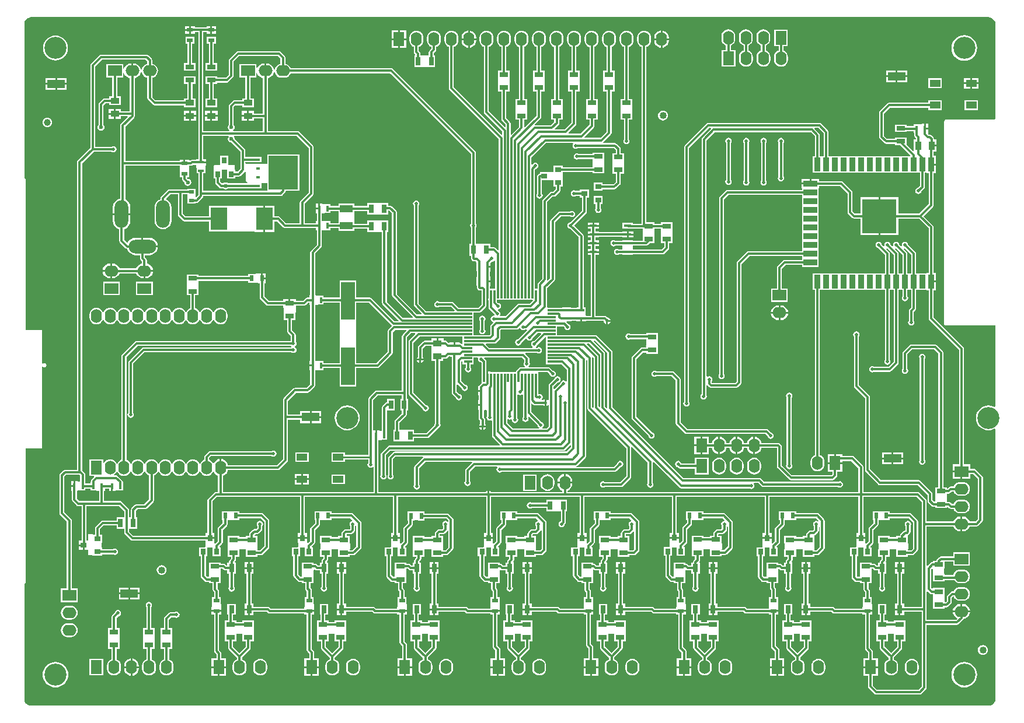
<source format=gtl>
G04*
G04 #@! TF.GenerationSoftware,Altium Limited,CircuitStudio,1.5.2 (30)*
G04*
G04 Layer_Physical_Order=1*
G04 Layer_Color=255*
%FSLAX25Y25*%
%MOIN*%
G70*
G01*
G75*
%ADD10R,0.09843X0.04724*%
%ADD11R,0.05118X0.03543*%
%ADD12C,0.04000*%
%ADD13C,0.03937*%
%ADD14R,0.03543X0.03150*%
%ADD15R,0.02756X0.05118*%
%ADD16R,0.05118X0.02756*%
%ADD17R,0.02362X0.03543*%
%ADD18R,0.19685X0.19685*%
%ADD19R,0.07874X0.03543*%
%ADD20R,0.03543X0.07874*%
%ADD21R,0.03150X0.04724*%
%ADD22R,0.04724X0.01181*%
%ADD23R,0.01181X0.04724*%
%ADD24R,0.07480X0.04331*%
%ADD25R,0.04331X0.01575*%
%ADD26R,0.03150X0.03543*%
%ADD27R,0.03543X0.01575*%
%ADD28R,0.03150X0.01969*%
%ADD29R,0.09449X0.12992*%
%ADD30R,0.03543X0.02362*%
%ADD31R,0.16811X0.19291*%
%ADD32R,0.02402X0.01614*%
%ADD33R,0.01575X0.03543*%
%ADD34R,0.03543X0.05118*%
%ADD35R,0.07874X0.21654*%
%ADD36R,0.06102X0.03937*%
%ADD37C,0.01000*%
%ADD38C,0.01181*%
%ADD39O,0.07874X0.06299*%
%ADD40R,0.07874X0.06299*%
%ADD41O,0.06299X0.07874*%
%ADD42R,0.06299X0.07874*%
%ADD43O,0.07874X0.15748*%
%ADD44O,0.15748X0.07874*%
%ADD45C,0.01969*%
%ADD46C,0.02362*%
%ADD47C,0.12598*%
G36*
X551421Y393600D02*
X552379Y393203D01*
X553202Y392572D01*
X553833Y391749D01*
X554229Y390792D01*
X554360Y389797D01*
X554331Y389764D01*
X554331D01*
X554335Y335553D01*
X553836Y335055D01*
X525984Y335055D01*
X525677Y334994D01*
X525417Y334820D01*
X525243Y334559D01*
X525181Y334252D01*
Y218110D01*
X525243Y217803D01*
X525417Y217543D01*
X525677Y217369D01*
X525984Y217307D01*
X554331Y217307D01*
X554346Y217295D01*
X554350Y171055D01*
X553850Y170755D01*
X553119Y171146D01*
X551783Y171551D01*
X550394Y171688D01*
X549005Y171551D01*
X547669Y171146D01*
X546438Y170488D01*
X545359Y169602D01*
X544473Y168523D01*
X543815Y167292D01*
X543410Y165956D01*
X543273Y164567D01*
X543410Y163178D01*
X543815Y161842D01*
X544473Y160611D01*
X545359Y159532D01*
X546438Y158646D01*
X547669Y157988D01*
X549005Y157583D01*
X550394Y157446D01*
X551783Y157583D01*
X553119Y157988D01*
X553851Y158379D01*
X554351Y158080D01*
X554365Y3937D01*
X554229Y2909D01*
X553833Y1952D01*
X553202Y1129D01*
X552379Y498D01*
X551421Y101D01*
X550427Y-30D01*
X550394Y-0D01*
Y-0D01*
X3937Y-34D01*
X2909Y101D01*
X1952Y498D01*
X1129Y1129D01*
X498Y1952D01*
X101Y2909D01*
X-30Y3903D01*
X0Y3937D01*
X0D01*
X-6Y69936D01*
X67Y69950D01*
X458Y70211D01*
X719Y70602D01*
X810Y71063D01*
Y147228D01*
X10055D01*
Y193698D01*
X10555Y193850D01*
X10566Y193833D01*
X10956Y193572D01*
X11417Y193481D01*
X11787Y193554D01*
X11878Y193572D01*
X12269Y193833D01*
X12530Y194224D01*
X12622Y194685D01*
Y194685D01*
X12530Y195146D01*
X12269Y195537D01*
X11878Y195798D01*
X11417Y195889D01*
X10956Y195798D01*
X10800Y195693D01*
X10566Y195537D01*
X10566Y195537D01*
X10555Y195521D01*
X10055Y195672D01*
Y214783D01*
X810D01*
Y300590D01*
X719Y301051D01*
X458Y301442D01*
X67Y301703D01*
X-26Y301722D01*
X-34Y389764D01*
X101Y390792D01*
X498Y391749D01*
X1129Y392572D01*
X1952Y393203D01*
X2909Y393600D01*
X3449Y393671D01*
X3937Y393701D01*
Y393701D01*
X550394Y393735D01*
X551421Y393600D01*
D02*
G37*
%LPC*%
G36*
X392689Y82102D02*
X390614D01*
Y79240D01*
X392689D01*
Y82102D01*
D02*
G37*
G36*
X395764D02*
X393689D01*
Y79240D01*
X395764D01*
Y82102D01*
D02*
G37*
G36*
X33358Y91232D02*
X31087D01*
Y89157D01*
X33358D01*
Y91232D01*
D02*
G37*
G36*
X130803Y82102D02*
X128728D01*
Y79240D01*
X130803D01*
Y82102D01*
D02*
G37*
G36*
X183559D02*
X181484D01*
Y79240D01*
X183559D01*
Y82102D01*
D02*
G37*
G36*
X236512D02*
X234437D01*
Y79240D01*
X236512D01*
Y82102D01*
D02*
G37*
G36*
X328937Y111221D02*
Y111221D01*
X325000D01*
Y106102D01*
X325564D01*
Y104519D01*
X323219Y102174D01*
X322915Y101719D01*
X322808Y101181D01*
Y94086D01*
X321519Y92797D01*
X320942Y92927D01*
X320882Y93094D01*
X320882Y93094D01*
X320882Y93094D01*
X320882Y93094D01*
Y95366D01*
X315732D01*
Y93094D01*
X315732D01*
Y90976D01*
X315551Y90551D01*
X315072Y90551D01*
X312205D01*
Y85433D01*
X313162D01*
Y74409D01*
X313269Y73872D01*
X313574Y73416D01*
X315739Y71251D01*
X316195Y70946D01*
X316732Y70839D01*
X317913D01*
Y70079D01*
X319855D01*
Y66142D01*
X319962Y65604D01*
X320266Y65148D01*
X320642Y64772D01*
Y62008D01*
X319488D01*
Y58071D01*
Y56468D01*
X319335Y56315D01*
X319276D01*
Y55539D01*
X305897D01*
X305324Y56112D01*
X304868Y56416D01*
X304331Y56523D01*
X289661D01*
Y58480D01*
X288492D01*
Y75378D01*
X289661D01*
Y78240D01*
X287087D01*
X284512D01*
Y75378D01*
X285682D01*
Y58480D01*
X284512D01*
Y55618D01*
X287087D01*
Y55118D01*
X287587D01*
Y51756D01*
X289661D01*
Y53713D01*
X303749D01*
X304322Y53140D01*
X304777Y52836D01*
X305315Y52729D01*
X319276D01*
Y51953D01*
X320642D01*
Y34843D01*
X320749Y34305D01*
X321054Y33849D01*
X322020Y32883D01*
Y26984D01*
X319276D01*
Y22547D01*
X323425D01*
X327575D01*
Y26984D01*
X324830D01*
Y33465D01*
X324723Y34002D01*
X324419Y34458D01*
X323452Y35425D01*
Y51953D01*
X324819D01*
Y53634D01*
X322047D01*
Y54634D01*
X324819D01*
Y56315D01*
Y58055D01*
X324606Y58268D01*
Y62008D01*
X323452D01*
Y65354D01*
X323345Y65892D01*
X323041Y66348D01*
X322665Y66724D01*
Y70079D01*
X324606D01*
Y74409D01*
Y77559D01*
Y77621D01*
X325106Y77828D01*
X325188Y77747D01*
X325643Y77442D01*
X326181Y77335D01*
X328071D01*
Y75590D01*
X329028D01*
Y68133D01*
X328764Y67738D01*
X328627Y67047D01*
X328764Y66356D01*
X329156Y65770D01*
X329742Y65378D01*
X330433Y65241D01*
X331124Y65378D01*
X331710Y65770D01*
X332102Y66356D01*
X332239Y67047D01*
X332102Y67738D01*
X331838Y68133D01*
Y75590D01*
X332795D01*
Y81890D01*
X332418D01*
X332211Y82390D01*
X332489Y82668D01*
X332794Y83124D01*
X332901Y83661D01*
Y85236D01*
X334842D01*
Y89567D01*
X338583D01*
Y85236D01*
X345276D01*
Y85997D01*
X348031D01*
X348569Y86104D01*
X349025Y86408D01*
X350600Y87983D01*
X350904Y88439D01*
X351011Y88976D01*
Y105118D01*
X350904Y105656D01*
X350600Y106112D01*
X347057Y109655D01*
X346601Y109959D01*
X346063Y110066D01*
X334842D01*
Y111221D01*
X329134D01*
Y111221D01*
X328937D01*
D02*
G37*
G36*
X488189D02*
Y111221D01*
X484252D01*
Y106102D01*
X484816D01*
Y104519D01*
X482471Y102174D01*
X482167Y101719D01*
X482060Y101181D01*
Y94086D01*
X480771Y92797D01*
X480194Y92927D01*
X480134Y93094D01*
Y95366D01*
X474984D01*
Y93094D01*
Y90976D01*
X474803Y90551D01*
X474324Y90551D01*
X471457D01*
Y85433D01*
X472414D01*
Y73425D01*
X472521Y72887D01*
X472825Y72432D01*
X474007Y71251D01*
X474462Y70946D01*
X475000Y70839D01*
X477165D01*
Y70079D01*
X479107D01*
Y66339D01*
X479214Y65801D01*
X479518Y65345D01*
X479894Y64969D01*
Y62008D01*
X478740D01*
Y58071D01*
Y56468D01*
X478587Y56315D01*
X478528D01*
Y55539D01*
X462984D01*
X462411Y56112D01*
X461955Y56416D01*
X461417Y56523D01*
X448716D01*
Y58480D01*
X447547D01*
Y75378D01*
X448716D01*
Y78240D01*
X446142D01*
X443567D01*
Y75378D01*
X444737D01*
Y58480D01*
X443567D01*
Y55618D01*
X446142D01*
Y55118D01*
X446642D01*
Y51756D01*
X448716D01*
Y53713D01*
X460835D01*
X461408Y53140D01*
X461864Y52836D01*
X462402Y52729D01*
X478528D01*
Y51953D01*
X479894D01*
Y32677D01*
X480001Y32140D01*
X480306Y31684D01*
X481666Y30324D01*
Y26984D01*
X478921D01*
Y22547D01*
X483071D01*
X487220D01*
Y26984D01*
X484476D01*
Y30906D01*
X484369Y31443D01*
X484064Y31899D01*
X482704Y33259D01*
Y51953D01*
X484071D01*
Y53634D01*
X481299D01*
Y54634D01*
X484071D01*
Y56315D01*
Y58055D01*
X483858Y58268D01*
Y62008D01*
X482704D01*
Y65551D01*
X482597Y66089D01*
X482293Y66545D01*
X481917Y66921D01*
Y70079D01*
X483858D01*
Y74409D01*
Y77559D01*
Y78319D01*
X484457D01*
X485030Y77747D01*
X485486Y77442D01*
X486024Y77335D01*
X487323D01*
Y75590D01*
X488280D01*
Y68133D01*
X488016Y67738D01*
X487879Y67047D01*
X488016Y66356D01*
X488408Y65770D01*
X488994Y65378D01*
X489685Y65241D01*
X490376Y65378D01*
X490962Y65770D01*
X491354Y66356D01*
X491491Y67047D01*
X491354Y67738D01*
X491090Y68133D01*
Y75590D01*
X492047D01*
Y81890D01*
X491997D01*
X491819Y82390D01*
X492046Y82730D01*
X492153Y83268D01*
Y85236D01*
X494095D01*
Y89567D01*
X497835D01*
Y85236D01*
X504528D01*
Y85997D01*
X506890D01*
X507427Y86104D01*
X507883Y86408D01*
X509852Y88377D01*
X510156Y88832D01*
X510263Y89370D01*
Y105315D01*
X510156Y105853D01*
X509852Y106308D01*
X506505Y109655D01*
X506049Y109959D01*
X505512Y110066D01*
X494095D01*
Y111221D01*
X488386D01*
Y111221D01*
X488189D01*
D02*
G37*
G36*
X169488D02*
Y111221D01*
X165551D01*
Y106102D01*
X165918D01*
Y104519D01*
X163574Y102174D01*
X163269Y101719D01*
X163162Y101181D01*
Y94086D01*
X162133Y93057D01*
X161447Y93078D01*
X161433Y93094D01*
X161236Y93513D01*
Y95366D01*
X156087D01*
Y93094D01*
X156283D01*
Y90976D01*
X156102Y90551D01*
X155623Y90551D01*
X152559D01*
Y85433D01*
X153516D01*
Y74409D01*
X153623Y73872D01*
X153928Y73416D01*
X156093Y71251D01*
X156549Y70946D01*
X157087Y70839D01*
X158465D01*
Y70079D01*
X160406D01*
Y66929D01*
X160513Y66391D01*
X160818Y65936D01*
X161194Y65560D01*
Y62008D01*
X160039D01*
Y58071D01*
Y56468D01*
X159886Y56315D01*
X159827D01*
Y55539D01*
X140543D01*
X139970Y56112D01*
X139514Y56416D01*
X138976Y56523D01*
X130803D01*
Y58480D01*
X129633D01*
Y75378D01*
X130803D01*
Y78240D01*
X128228D01*
X125654D01*
Y75378D01*
X126823D01*
Y58480D01*
X125654D01*
Y55618D01*
X128228D01*
Y55118D01*
X128728D01*
Y51756D01*
X130803D01*
Y53713D01*
X138394D01*
X138967Y53140D01*
X139423Y52836D01*
X139961Y52729D01*
X159827D01*
Y51953D01*
X161194D01*
Y31890D01*
X161300Y31352D01*
X161605Y30896D01*
X162571Y29930D01*
Y26984D01*
X159827D01*
Y22547D01*
X163976D01*
X168126D01*
Y26984D01*
X165381D01*
Y30512D01*
X165274Y31049D01*
X164970Y31505D01*
X164003Y32472D01*
Y51953D01*
X165370D01*
Y53634D01*
X162598D01*
Y54634D01*
X165370D01*
Y56315D01*
Y58055D01*
X165157Y58268D01*
Y62008D01*
X164003D01*
Y66142D01*
X163896Y66679D01*
X163592Y67135D01*
X163216Y67511D01*
Y70079D01*
X165157D01*
Y74409D01*
X165157D01*
Y77559D01*
X165283Y77722D01*
X165888Y77794D01*
X165936Y77747D01*
X166392Y77442D01*
X166929Y77335D01*
X168622D01*
Y75590D01*
X169579D01*
Y68133D01*
X169315Y67738D01*
X169178Y67047D01*
X169315Y66356D01*
X169707Y65770D01*
X170293Y65378D01*
X170984Y65241D01*
X171676Y65378D01*
X172262Y65770D01*
X172653Y66356D01*
X172791Y67047D01*
X172653Y67738D01*
X172389Y68133D01*
Y75590D01*
X173346D01*
Y81890D01*
X172773D01*
X172566Y82390D01*
X173041Y82865D01*
X173345Y83321D01*
X173452Y83858D01*
Y85236D01*
X175394D01*
Y89567D01*
X179134D01*
Y85236D01*
X185827D01*
Y85997D01*
X187795D01*
X188333Y86104D01*
X188789Y86408D01*
X191938Y89558D01*
X192243Y90013D01*
X192350Y90551D01*
Y104331D01*
X192243Y104868D01*
X191938Y105324D01*
X187608Y109655D01*
X187152Y109959D01*
X186614Y110066D01*
X175394D01*
Y111221D01*
X169685D01*
Y111221D01*
X169488D01*
D02*
G37*
G36*
X381693D02*
Y111221D01*
X377756D01*
Y106102D01*
X378320D01*
Y104716D01*
X375975Y102371D01*
X375671Y101916D01*
X375564Y101378D01*
Y94283D01*
X374338Y93057D01*
X373652Y93078D01*
X373638Y93094D01*
Y93178D01*
Y93291D01*
X373638Y93594D01*
Y95563D01*
X368488D01*
Y93594D01*
X368488Y93291D01*
Y93193D01*
Y93094D01*
X368488Y92791D01*
Y90748D01*
X364961D01*
Y85630D01*
X365918D01*
Y74409D01*
X366025Y73872D01*
X366329Y73416D01*
X368495Y71251D01*
X368951Y70946D01*
X369488Y70839D01*
X370669D01*
Y70079D01*
X372611D01*
Y66732D01*
X372718Y66195D01*
X373022Y65739D01*
X373398Y65363D01*
Y62008D01*
X372244D01*
Y58071D01*
Y56468D01*
X372091Y56315D01*
X372031D01*
Y55539D01*
X360031D01*
X359458Y56112D01*
X359002Y56416D01*
X358465Y56523D01*
X343008D01*
Y58480D01*
X341838D01*
Y75378D01*
X343008D01*
Y78240D01*
X340433D01*
X337858D01*
Y75378D01*
X339028D01*
Y58480D01*
X337858D01*
Y55618D01*
X340433D01*
Y55118D01*
X340933D01*
Y51756D01*
X343008D01*
Y53713D01*
X357883D01*
X358455Y53140D01*
X358911Y52836D01*
X359449Y52729D01*
X372031D01*
Y51953D01*
X373398D01*
Y32874D01*
X373505Y32336D01*
X373810Y31881D01*
X375170Y30520D01*
Y26984D01*
X372425D01*
Y22547D01*
X376575D01*
X380724D01*
Y26984D01*
X377980D01*
Y31102D01*
X377873Y31640D01*
X377568Y32096D01*
X376208Y33456D01*
Y51953D01*
X377575D01*
Y53634D01*
X374803D01*
Y54634D01*
X377575D01*
Y56315D01*
Y58055D01*
X377362Y58268D01*
Y62008D01*
X376208D01*
Y65945D01*
X376101Y66483D01*
X375797Y66938D01*
X375421Y67314D01*
Y70079D01*
X377362D01*
Y74409D01*
Y77424D01*
X377562Y77592D01*
X377602Y77612D01*
X377862Y77670D01*
X378203Y77442D01*
X378740Y77335D01*
X380827D01*
Y75590D01*
X381784D01*
Y68133D01*
X381520Y67738D01*
X381383Y67047D01*
X381520Y66356D01*
X381912Y65770D01*
X382498Y65378D01*
X383189Y65241D01*
X383880Y65378D01*
X384466Y65770D01*
X384858Y66356D01*
X384995Y67047D01*
X384858Y67738D01*
X384594Y68133D01*
Y75590D01*
X385551D01*
Y81890D01*
X385501D01*
X385323Y82390D01*
X385550Y82730D01*
X385657Y83268D01*
Y85433D01*
X387598D01*
Y89567D01*
X391339D01*
Y85433D01*
X398031D01*
Y86194D01*
X400000D01*
X400538Y86300D01*
X400993Y86605D01*
X403946Y89558D01*
X404251Y90013D01*
X404358Y90551D01*
Y104921D01*
X404251Y105459D01*
X403946Y105915D01*
X400206Y109655D01*
X399750Y109959D01*
X399213Y110066D01*
X387598D01*
Y111221D01*
X381890D01*
Y111221D01*
X381693D01*
D02*
G37*
G36*
X224606Y111221D02*
X222638D01*
Y111024D01*
X218701D01*
Y105905D01*
X219068D01*
Y104519D01*
X216723Y102174D01*
X216419Y101719D01*
X216312Y101181D01*
Y94086D01*
X215023Y92797D01*
X214445Y92927D01*
X214386Y93094D01*
Y95366D01*
X209236D01*
Y93094D01*
Y90976D01*
X209055Y90551D01*
X208576Y90551D01*
X205709D01*
Y85433D01*
X206666D01*
Y74213D01*
X206773Y73675D01*
X207077Y73219D01*
X209046Y71251D01*
X209502Y70946D01*
X210039Y70839D01*
X211417D01*
Y70079D01*
X213359D01*
Y66732D01*
X213466Y66195D01*
X213770Y65739D01*
X214146Y65363D01*
Y62008D01*
X212992D01*
Y58071D01*
Y56468D01*
X212839Y56315D01*
X212779D01*
Y55539D01*
X200779D01*
X200206Y56112D01*
X199750Y56416D01*
X199213Y56523D01*
X183559D01*
Y58480D01*
X182389D01*
Y75378D01*
X183559D01*
Y78240D01*
X180984D01*
X178409D01*
Y75378D01*
X179579D01*
Y58480D01*
X178409D01*
Y55618D01*
X180984D01*
Y55118D01*
X181484D01*
Y51756D01*
X183559D01*
Y53713D01*
X198631D01*
X199203Y53140D01*
X199659Y52836D01*
X200197Y52729D01*
X212779D01*
Y51953D01*
X214146D01*
Y36220D01*
X214253Y35683D01*
X214558Y35227D01*
X215721Y34064D01*
Y26984D01*
X212976D01*
Y22547D01*
X217126D01*
X221276D01*
Y26984D01*
X218531D01*
Y34646D01*
X218424Y35183D01*
X218119Y35639D01*
X216956Y36802D01*
Y51953D01*
X218323D01*
Y53634D01*
X215551D01*
Y54634D01*
X218323D01*
Y56315D01*
Y58055D01*
X218110Y58268D01*
Y62008D01*
X216956D01*
Y65945D01*
X216849Y66483D01*
X216545Y66938D01*
X216169Y67314D01*
Y70079D01*
X218110D01*
Y74409D01*
Y77559D01*
Y78319D01*
X218906D01*
X219479Y77747D01*
X219935Y77442D01*
X220472Y77335D01*
X221575D01*
Y75590D01*
X222532D01*
Y68133D01*
X222268Y67738D01*
X222131Y67047D01*
X222268Y66356D01*
X222660Y65770D01*
X223246Y65378D01*
X223937Y65241D01*
X224628Y65378D01*
X225214Y65770D01*
X225606Y66356D01*
X225743Y67047D01*
X225606Y67738D01*
X225342Y68133D01*
Y75590D01*
X226299D01*
Y81890D01*
X225726D01*
X225518Y82390D01*
X226190Y83062D01*
X226495Y83517D01*
X226602Y84055D01*
Y85236D01*
X228543D01*
Y89567D01*
X232283D01*
Y85236D01*
X238976D01*
Y85997D01*
X240945D01*
X241482Y86104D01*
X241938Y86408D01*
X244497Y88967D01*
X244802Y89423D01*
X244909Y89961D01*
Y106496D01*
X244802Y107034D01*
X244497Y107490D01*
X242529Y109458D01*
X242073Y109763D01*
X241535Y109870D01*
X228543D01*
Y111024D01*
X224606D01*
Y111221D01*
D02*
G37*
G36*
X275590Y111221D02*
Y111221D01*
X271654D01*
Y106102D01*
X272217D01*
Y104519D01*
X269873Y102174D01*
X269568Y101719D01*
X269461Y101181D01*
Y94086D01*
X268172Y92797D01*
X267595Y92927D01*
X267535Y93094D01*
Y95366D01*
X262386D01*
Y93094D01*
Y90976D01*
X262205Y90551D01*
X261726Y90551D01*
X258858D01*
Y85433D01*
X259816D01*
Y74213D01*
X259923Y73675D01*
X260227Y73219D01*
X262195Y71251D01*
X262651Y70946D01*
X263189Y70839D01*
X264567D01*
Y70079D01*
X266508D01*
Y66732D01*
X266615Y66195D01*
X266920Y65739D01*
X267296Y65363D01*
Y62008D01*
X266142D01*
Y58071D01*
Y56468D01*
X265988Y56315D01*
X265929D01*
Y55539D01*
X253535D01*
X252962Y56112D01*
X252506Y56416D01*
X251969Y56523D01*
X236512D01*
Y58480D01*
X235342D01*
Y75378D01*
X236512D01*
Y78240D01*
X233937D01*
X231362D01*
Y75378D01*
X232532D01*
Y58480D01*
X231362D01*
Y55618D01*
X233937D01*
Y55118D01*
X234437D01*
Y51756D01*
X236512D01*
Y53713D01*
X251387D01*
X251959Y53140D01*
X252415Y52836D01*
X252953Y52729D01*
X265929D01*
Y51953D01*
X267296D01*
Y33858D01*
X267403Y33321D01*
X267707Y32865D01*
X268871Y31701D01*
Y26984D01*
X266126D01*
Y22547D01*
X270276D01*
X274425D01*
Y26984D01*
X271680D01*
Y32283D01*
X271574Y32821D01*
X271269Y33277D01*
X270106Y34440D01*
Y51953D01*
X271472D01*
Y53634D01*
X268701D01*
Y54634D01*
X271472D01*
Y56315D01*
Y58055D01*
X271260Y58268D01*
Y62008D01*
X270106D01*
Y65945D01*
X269999Y66483D01*
X269694Y66938D01*
X269318Y67314D01*
Y70079D01*
X271260D01*
Y74409D01*
Y77424D01*
X271460Y77592D01*
X271499Y77612D01*
X271760Y77670D01*
X272100Y77442D01*
X272638Y77335D01*
X274724D01*
Y75590D01*
X275682D01*
Y68133D01*
X275418Y67738D01*
X275280Y67047D01*
X275418Y66356D01*
X275809Y65770D01*
X276395Y65378D01*
X277087Y65241D01*
X277778Y65378D01*
X278364Y65770D01*
X278755Y66356D01*
X278893Y67047D01*
X278755Y67738D01*
X278492Y68133D01*
Y75590D01*
X279449D01*
Y81890D01*
X279215D01*
X279024Y82352D01*
X279143Y82471D01*
X279448Y82927D01*
X279555Y83465D01*
Y85236D01*
X281496D01*
Y89567D01*
X285236D01*
Y85236D01*
X291929D01*
Y85997D01*
X295079D01*
X295616Y86104D01*
X296072Y86408D01*
X297647Y87983D01*
X297952Y88439D01*
X298059Y88976D01*
Y104724D01*
X297952Y105262D01*
X297647Y105718D01*
X293710Y109655D01*
X293254Y109959D01*
X292717Y110066D01*
X281496D01*
Y111221D01*
X275787D01*
Y111221D01*
X275590D01*
D02*
G37*
G36*
X434646D02*
Y111221D01*
X430709D01*
Y106102D01*
X431272D01*
Y104519D01*
X428928Y102174D01*
X428623Y101719D01*
X428516Y101181D01*
Y94086D01*
X427227Y92797D01*
X426650Y92927D01*
X426591Y93094D01*
Y95366D01*
X421441D01*
Y93094D01*
Y90976D01*
X421260Y90551D01*
X420781Y90551D01*
X417913D01*
Y85433D01*
X418871D01*
Y73622D01*
X418978Y73084D01*
X419282Y72629D01*
X420660Y71251D01*
X421116Y70946D01*
X421654Y70839D01*
X423622D01*
Y70079D01*
X425564D01*
Y67323D01*
X425670Y66785D01*
X425975Y66329D01*
X426351Y65953D01*
Y62008D01*
X425197D01*
Y58071D01*
Y56468D01*
X425043Y56315D01*
X424984D01*
Y55539D01*
X412590D01*
X412017Y56112D01*
X411561Y56416D01*
X411024Y56523D01*
X395764D01*
Y58480D01*
X394594D01*
Y75378D01*
X395764D01*
Y78240D01*
X393189D01*
X390614D01*
Y75378D01*
X391784D01*
Y58480D01*
X390614D01*
Y55618D01*
X393189D01*
Y55118D01*
X393689D01*
Y51756D01*
X395764D01*
Y53713D01*
X410442D01*
X411014Y53140D01*
X411470Y52836D01*
X412008Y52729D01*
X424984D01*
Y51953D01*
X426351D01*
Y33661D01*
X426458Y33124D01*
X426762Y32668D01*
X428320Y31111D01*
Y26984D01*
X425575D01*
Y22547D01*
X429724D01*
X433874D01*
Y26984D01*
X431129D01*
Y31693D01*
X431022Y32231D01*
X430718Y32686D01*
X429161Y34243D01*
Y51953D01*
X430528D01*
Y53634D01*
X427756D01*
Y54634D01*
X430528D01*
Y56315D01*
Y58055D01*
X430315Y58268D01*
Y62008D01*
X429161D01*
Y66535D01*
X429054Y67073D01*
X428749Y67529D01*
X428373Y67905D01*
Y70079D01*
X430315D01*
Y74409D01*
X430315D01*
Y77559D01*
X430315D01*
Y78084D01*
X430815Y78222D01*
X431290Y77747D01*
X431746Y77442D01*
X432283Y77335D01*
X433779D01*
Y75590D01*
X434737D01*
Y68133D01*
X434473Y67738D01*
X434335Y67047D01*
X434473Y66356D01*
X434864Y65770D01*
X435451Y65378D01*
X436142Y65241D01*
X436833Y65378D01*
X437419Y65770D01*
X437811Y66356D01*
X437948Y67047D01*
X437811Y67738D01*
X437547Y68133D01*
Y75590D01*
X438504D01*
Y81890D01*
X438270D01*
X438079Y82352D01*
X438198Y82471D01*
X438503Y82927D01*
X438610Y83465D01*
Y85236D01*
X440551D01*
Y89567D01*
X444291D01*
Y85236D01*
X450984D01*
Y85997D01*
X452756D01*
X453294Y86104D01*
X453749Y86408D01*
X456505Y89164D01*
X456810Y89620D01*
X456917Y90158D01*
Y105709D01*
X456810Y106246D01*
X456505Y106702D01*
X453552Y109655D01*
X453097Y109959D01*
X452559Y110066D01*
X440551D01*
Y111221D01*
X434842D01*
Y111221D01*
X434646D01*
D02*
G37*
G36*
X448716Y82102D02*
X446642D01*
Y79240D01*
X448716D01*
Y82102D01*
D02*
G37*
G36*
X339933D02*
X337858D01*
Y79240D01*
X339933D01*
Y82102D01*
D02*
G37*
G36*
X343008D02*
X340933D01*
Y79240D01*
X343008D01*
Y82102D01*
D02*
G37*
G36*
X499185D02*
X497110D01*
Y79240D01*
X499185D01*
Y82102D01*
D02*
G37*
G36*
X59342Y67535D02*
X53921D01*
Y64673D01*
X59342D01*
Y67535D01*
D02*
G37*
G36*
X65764D02*
X60343D01*
Y64673D01*
X65764D01*
Y67535D01*
D02*
G37*
G36*
X78347Y80370D02*
X77619Y80275D01*
X76941Y79994D01*
X76358Y79547D01*
X75912Y78965D01*
X75631Y78287D01*
X75535Y77559D01*
X75631Y76831D01*
X75912Y76153D01*
X76358Y75571D01*
X76941Y75124D01*
X77619Y74843D01*
X78347Y74748D01*
X79074Y74843D01*
X79752Y75124D01*
X80335Y75571D01*
X80781Y76153D01*
X81062Y76831D01*
X81158Y77559D01*
X81062Y78287D01*
X80781Y78965D01*
X80335Y79547D01*
X79752Y79994D01*
X79074Y80275D01*
X78347Y80370D01*
D02*
G37*
G36*
X502260Y82102D02*
X500185D01*
Y79240D01*
X502260D01*
Y82102D01*
D02*
G37*
G36*
X180484D02*
X178409D01*
Y79240D01*
X180484D01*
Y82102D01*
D02*
G37*
G36*
X233437D02*
X231362D01*
Y79240D01*
X233437D01*
Y82102D01*
D02*
G37*
G36*
X289661D02*
X287587D01*
Y79240D01*
X289661D01*
Y82102D01*
D02*
G37*
G36*
X286587D02*
X284512D01*
Y79240D01*
X286587D01*
Y82102D01*
D02*
G37*
G36*
X445642D02*
X443567D01*
Y79240D01*
X445642D01*
Y82102D01*
D02*
G37*
G36*
X127728D02*
X125654D01*
Y79240D01*
X127728D01*
Y82102D01*
D02*
G37*
G36*
X309842Y117913D02*
X298031D01*
Y115972D01*
X289669D01*
X289274Y116236D01*
X288583Y116373D01*
X287891Y116236D01*
X287305Y115844D01*
X286914Y115258D01*
X286776Y114567D01*
X286914Y113876D01*
X287305Y113290D01*
X287891Y112898D01*
X288583Y112761D01*
X289274Y112898D01*
X289669Y113162D01*
X298031D01*
Y111221D01*
X306272D01*
Y105660D01*
X306002Y105606D01*
X305416Y105214D01*
X305024Y104628D01*
X304887Y103937D01*
X305024Y103246D01*
X305416Y102660D01*
X306002Y102268D01*
X306693Y102131D01*
X307384Y102268D01*
X307970Y102660D01*
X308362Y103246D01*
X308454Y103712D01*
X308671Y103928D01*
X308975Y104384D01*
X309082Y104921D01*
Y111221D01*
X309842D01*
Y117913D01*
D02*
G37*
G36*
X495169Y144701D02*
X489748D01*
Y141839D01*
X495169D01*
Y144701D01*
D02*
G37*
G36*
X501590D02*
X496169D01*
Y141839D01*
X501590D01*
Y144701D01*
D02*
G37*
G36*
X386114Y148319D02*
X382465D01*
Y143882D01*
X386114D01*
Y148319D01*
D02*
G37*
G36*
X501590Y140839D02*
X496169D01*
Y137976D01*
X501590D01*
Y140839D01*
D02*
G37*
G36*
X390551Y141732D02*
X382677D01*
Y138413D01*
X374991D01*
X374990Y138414D01*
X374897Y138880D01*
X374506Y139466D01*
X373920Y139858D01*
X373228Y139995D01*
X372537Y139858D01*
X371951Y139466D01*
X371560Y138880D01*
X371422Y138189D01*
X371560Y137498D01*
X371951Y136912D01*
X372537Y136520D01*
X373003Y136427D01*
X373416Y136014D01*
X373872Y135710D01*
X374410Y135603D01*
X382677D01*
Y132283D01*
X390551D01*
Y141732D01*
D02*
G37*
G36*
X462295Y143717D02*
X458646D01*
Y139279D01*
X462295D01*
Y143717D01*
D02*
G37*
G36*
X390764Y153756D02*
X387114D01*
Y148819D01*
Y143882D01*
X390764D01*
Y147414D01*
X392510D01*
X392571Y146948D01*
X392989Y145939D01*
X393655Y145072D01*
X394521Y144407D01*
X395531Y143989D01*
X396114Y143912D01*
Y148819D01*
Y153726D01*
X395531Y153649D01*
X394521Y153231D01*
X393655Y152566D01*
X392989Y151699D01*
X392571Y150690D01*
X392510Y150224D01*
X390764D01*
Y153756D01*
D02*
G37*
G36*
X359842Y191570D02*
X359151Y191433D01*
X358565Y191041D01*
X358174Y190455D01*
X358036Y189764D01*
X358174Y189073D01*
X358565Y188487D01*
X359151Y188095D01*
X359842Y187957D01*
X360534Y188095D01*
X360929Y188359D01*
X369497D01*
X371823Y186032D01*
Y161417D01*
X371930Y160880D01*
X372235Y160424D01*
X376959Y155700D01*
X377415Y155395D01*
X377953Y155288D01*
X423040D01*
X424223Y154105D01*
X424315Y153639D01*
X424707Y153053D01*
X425293Y152662D01*
X425984Y152524D01*
X426676Y152662D01*
X427261Y153053D01*
X427653Y153639D01*
X427791Y154331D01*
X427653Y155022D01*
X427261Y155608D01*
X426676Y156000D01*
X426210Y156092D01*
X424615Y157686D01*
X424160Y157991D01*
X423622Y158098D01*
X378535D01*
X374633Y161999D01*
Y186614D01*
X374526Y187152D01*
X374222Y187608D01*
X371072Y190757D01*
X370616Y191062D01*
X370079Y191169D01*
X360929D01*
X360534Y191433D01*
X359842Y191570D01*
D02*
G37*
G36*
X261114Y159146D02*
X259690D01*
X259745Y158871D01*
X260184Y158215D01*
X260840Y157776D01*
X261114Y157722D01*
Y159146D01*
D02*
G37*
G36*
X263538D02*
X262114D01*
Y157722D01*
X262388Y157776D01*
X263045Y158215D01*
X263483Y158871D01*
X263538Y159146D01*
D02*
G37*
G36*
X397114Y153726D02*
Y148819D01*
Y143912D01*
X397697Y143989D01*
X398707Y144407D01*
X399574Y145072D01*
X400239Y145939D01*
X400657Y146948D01*
X400718Y147414D01*
X402510D01*
X402571Y146948D01*
X402989Y145939D01*
X403655Y145072D01*
X404522Y144407D01*
X405531Y143989D01*
X406114Y143912D01*
Y148819D01*
Y153726D01*
X405531Y153649D01*
X404522Y153231D01*
X403655Y152566D01*
X402989Y151699D01*
X402571Y150690D01*
X402510Y150224D01*
X400718D01*
X400657Y150690D01*
X400239Y151699D01*
X399574Y152566D01*
X398707Y153231D01*
X397697Y153649D01*
X397114Y153726D01*
D02*
G37*
G36*
X407114D02*
Y148819D01*
Y143912D01*
X407697Y143989D01*
X408707Y144407D01*
X409574Y145072D01*
X410239Y145939D01*
X410657Y146948D01*
X410718Y147414D01*
X412510D01*
X412571Y146948D01*
X412990Y145939D01*
X413655Y145072D01*
X414522Y144407D01*
X415531Y143989D01*
X416114Y143912D01*
Y148819D01*
Y153726D01*
X415531Y153649D01*
X414522Y153231D01*
X413655Y152566D01*
X412990Y151699D01*
X412571Y150690D01*
X412510Y150224D01*
X410718D01*
X410657Y150690D01*
X410239Y151699D01*
X409574Y152566D01*
X408707Y153231D01*
X407697Y153649D01*
X407114Y153726D01*
D02*
G37*
G36*
X386114Y153756D02*
X382465D01*
Y149319D01*
X386114D01*
Y153756D01*
D02*
G37*
G36*
X495169Y140839D02*
X489748D01*
Y137976D01*
X495169D01*
Y140839D01*
D02*
G37*
G36*
X28043Y128362D02*
X26756D01*
Y126091D01*
X28043D01*
Y128362D01*
D02*
G37*
G36*
X308083Y132466D02*
X307499Y132389D01*
X306490Y131971D01*
X305623Y131306D01*
X304958Y130439D01*
X304540Y129430D01*
X304397Y128347D01*
Y128059D01*
X308083D01*
Y132466D01*
D02*
G37*
G36*
X309083Y132466D02*
Y128059D01*
X312768D01*
Y128347D01*
X312626Y129430D01*
X312207Y130439D01*
X311542Y131306D01*
X310675Y131971D01*
X309666Y132389D01*
X309083Y132466D01*
D02*
G37*
G36*
X475000Y214011D02*
X474309Y213874D01*
X473723Y213482D01*
X473331Y212896D01*
X473194Y212205D01*
X473331Y211513D01*
X473595Y211119D01*
Y182677D01*
X473702Y182140D01*
X474007Y181684D01*
X479894Y175796D01*
Y134646D01*
X480001Y134108D01*
X480306Y133652D01*
X487392Y126566D01*
X487848Y126261D01*
X488386Y126154D01*
X510048D01*
X515721Y120481D01*
Y116929D01*
X515828Y116392D01*
X516132Y115936D01*
X517904Y114164D01*
X518360Y113859D01*
X518898Y113752D01*
X519882D01*
Y112992D01*
X526575D01*
Y113752D01*
X527174D01*
X527983Y112944D01*
X528439Y112639D01*
X528976Y112532D01*
X530573D01*
X530813Y111951D01*
X531444Y111129D01*
X532267Y110498D01*
X533224Y110101D01*
X534252Y109966D01*
X535827D01*
X536855Y110101D01*
X537812Y110498D01*
X538635Y111129D01*
X539266Y111951D01*
X539662Y112909D01*
X539798Y113937D01*
X539662Y114965D01*
X539266Y115922D01*
X538635Y116745D01*
X537812Y117376D01*
X536855Y117773D01*
X535827Y117908D01*
X534252D01*
X533224Y117773D01*
X532267Y117376D01*
X531444Y116745D01*
X530813Y115922D01*
X530573Y115342D01*
X529558D01*
X528749Y116151D01*
X528294Y116455D01*
X527756Y116562D01*
X526575D01*
Y117323D01*
Y120472D01*
Y121233D01*
X527559D01*
X528097Y121340D01*
X528552Y121644D01*
X529440Y122532D01*
X530573D01*
X530813Y121951D01*
X531444Y121129D01*
X532267Y120498D01*
X533224Y120101D01*
X534252Y119966D01*
X535827D01*
X536855Y120101D01*
X537812Y120498D01*
X538635Y121129D01*
X539266Y121951D01*
X539662Y122909D01*
X539798Y123937D01*
X539662Y124965D01*
X539266Y125923D01*
X538635Y126745D01*
X537812Y127376D01*
X536855Y127773D01*
X535827Y127908D01*
X534252D01*
X533224Y127773D01*
X532267Y127376D01*
X531444Y126745D01*
X530813Y125923D01*
X530573Y125342D01*
X528858D01*
X528321Y125235D01*
X527865Y124931D01*
X527075Y124140D01*
X526575Y124279D01*
Y124803D01*
X524633D01*
Y201772D01*
X524526Y202309D01*
X524222Y202765D01*
X520875Y206112D01*
X520420Y206416D01*
X519882Y206523D01*
X506299D01*
X505762Y206416D01*
X505306Y206112D01*
X501762Y202568D01*
X501458Y202112D01*
X501351Y201575D01*
Y192622D01*
X501087Y192227D01*
X500949Y191535D01*
X501087Y190844D01*
X501479Y190258D01*
X502065Y189867D01*
X502756Y189729D01*
X503447Y189867D01*
X504033Y190258D01*
X504425Y190844D01*
X504562Y191535D01*
X504425Y192227D01*
X504161Y192622D01*
Y200993D01*
X506881Y203713D01*
X519300D01*
X521823Y201190D01*
Y124803D01*
X519882D01*
Y120472D01*
Y117323D01*
Y116798D01*
X519382Y116660D01*
X518531Y117511D01*
Y121063D01*
X518424Y121601D01*
X518119Y122056D01*
X511623Y128552D01*
X511168Y128857D01*
X510630Y128964D01*
X488968D01*
X482704Y135228D01*
Y176378D01*
X482597Y176916D01*
X482293Y177371D01*
X476405Y183259D01*
Y211119D01*
X476669Y211513D01*
X476806Y212205D01*
X476669Y212896D01*
X476277Y213482D01*
X475691Y213874D01*
X475000Y214011D01*
D02*
G37*
G36*
X298583Y132317D02*
X297555Y132182D01*
X296597Y131785D01*
X295775Y131154D01*
X295144Y130332D01*
X294747Y129374D01*
X294612Y128347D01*
Y126772D01*
X294747Y125744D01*
X295144Y124786D01*
X295775Y123964D01*
X296597Y123333D01*
X297555Y122936D01*
X298583Y122801D01*
X299610Y122936D01*
X300568Y123333D01*
X301391Y123964D01*
X302022Y124786D01*
X302418Y125744D01*
X302554Y126772D01*
Y128347D01*
X302418Y129374D01*
X302022Y130332D01*
X301391Y131154D01*
X300568Y131785D01*
X299610Y132182D01*
X298583Y132317D01*
D02*
G37*
G36*
X292520Y132283D02*
X284646D01*
Y122835D01*
X292520D01*
Y132283D01*
D02*
G37*
G36*
X417114Y153726D02*
Y148819D01*
Y143912D01*
X417697Y143989D01*
X418707Y144407D01*
X419574Y145072D01*
X420239Y145939D01*
X420657Y146948D01*
X420718Y147414D01*
X429697D01*
Y136811D01*
X429804Y136273D01*
X430109Y135818D01*
X436605Y129322D01*
X437061Y129017D01*
X437598Y128910D01*
X461417D01*
X461955Y129017D01*
X462411Y129322D01*
X463789Y130700D01*
X464093Y131155D01*
X464200Y131693D01*
Y133843D01*
X466945D01*
Y138279D01*
X462795D01*
X458646D01*
Y133843D01*
X461390D01*
Y132275D01*
X460835Y131720D01*
X438180D01*
X432507Y137393D01*
Y148031D01*
X432400Y148569D01*
X432096Y149025D01*
X431308Y149812D01*
X430853Y150117D01*
X430315Y150224D01*
X420718D01*
X420657Y150690D01*
X420239Y151699D01*
X419574Y152566D01*
X418707Y153231D01*
X417697Y153649D01*
X417114Y153726D01*
D02*
G37*
G36*
X416614Y141766D02*
X415586Y141631D01*
X414629Y141234D01*
X413806Y140603D01*
X413175Y139781D01*
X412779Y138823D01*
X412643Y137795D01*
Y136221D01*
X412779Y135193D01*
X413175Y134235D01*
X413806Y133413D01*
X414629Y132782D01*
X415586Y132385D01*
X416614Y132249D01*
X417642Y132385D01*
X418600Y132782D01*
X419422Y133413D01*
X420053Y134235D01*
X420450Y135193D01*
X420585Y136221D01*
Y137795D01*
X420450Y138823D01*
X420053Y139781D01*
X419422Y140603D01*
X418600Y141234D01*
X417642Y141631D01*
X416614Y141766D01*
D02*
G37*
G36*
X436614Y178972D02*
X435923Y178834D01*
X435337Y178443D01*
X434945Y177857D01*
X434808Y177165D01*
X434945Y176474D01*
X435209Y176079D01*
Y138094D01*
X434945Y137699D01*
X434808Y137008D01*
X434945Y136317D01*
X435337Y135731D01*
X435923Y135339D01*
X436614Y135202D01*
X437305Y135339D01*
X437891Y135731D01*
X438283Y136317D01*
X438420Y137008D01*
X438283Y137699D01*
X438019Y138094D01*
Y176079D01*
X438283Y176474D01*
X438420Y177165D01*
X438283Y177857D01*
X437891Y178443D01*
X437305Y178834D01*
X436614Y178972D01*
D02*
G37*
G36*
X512598Y201216D02*
X511907Y201078D01*
X511321Y200687D01*
X510930Y200101D01*
X510792Y199409D01*
X510930Y198718D01*
X511194Y198323D01*
Y140653D01*
X510930Y140258D01*
X510792Y139567D01*
X510930Y138876D01*
X511321Y138290D01*
X511907Y137898D01*
X512598Y137761D01*
X513290Y137898D01*
X513876Y138290D01*
X514267Y138876D01*
X514405Y139567D01*
X514267Y140258D01*
X514003Y140653D01*
Y198323D01*
X514267Y198718D01*
X514405Y199409D01*
X514267Y200101D01*
X513876Y200687D01*
X513290Y201078D01*
X512598Y201216D01*
D02*
G37*
G36*
X534539Y133437D02*
X530102D01*
Y129787D01*
X534539D01*
Y133437D01*
D02*
G37*
G36*
X396614Y141766D02*
X395586Y141631D01*
X394629Y141234D01*
X393806Y140603D01*
X393175Y139781D01*
X392778Y138823D01*
X392643Y137795D01*
Y136221D01*
X392778Y135193D01*
X393175Y134235D01*
X393806Y133413D01*
X394629Y132782D01*
X395586Y132385D01*
X396614Y132249D01*
X397642Y132385D01*
X398600Y132782D01*
X399422Y133413D01*
X400053Y134235D01*
X400450Y135193D01*
X400585Y136221D01*
Y137795D01*
X400450Y138823D01*
X400053Y139781D01*
X399422Y140603D01*
X398600Y141234D01*
X397642Y141631D01*
X396614Y141766D01*
D02*
G37*
G36*
X406614D02*
X405586Y141631D01*
X404629Y141234D01*
X403806Y140603D01*
X403175Y139781D01*
X402778Y138823D01*
X402643Y137795D01*
Y136221D01*
X402778Y135193D01*
X403175Y134235D01*
X403806Y133413D01*
X404629Y132782D01*
X405586Y132385D01*
X406614Y132249D01*
X407642Y132385D01*
X408600Y132782D01*
X409422Y133413D01*
X410053Y134235D01*
X410450Y135193D01*
X410585Y136221D01*
Y137795D01*
X410450Y138823D01*
X410053Y139781D01*
X409422Y140603D01*
X408600Y141234D01*
X407642Y141631D01*
X406614Y141766D01*
D02*
G37*
G36*
X53347Y54759D02*
X52655Y54622D01*
X52069Y54230D01*
X51678Y53644D01*
X51585Y53178D01*
X50188Y51781D01*
X49883Y51325D01*
X49776Y50787D01*
Y44291D01*
X47835D01*
Y39961D01*
Y36811D01*
Y32480D01*
X49737D01*
Y26514D01*
X49156Y26274D01*
X48334Y25642D01*
X47703Y24820D01*
X47306Y23862D01*
X47171Y22835D01*
Y21260D01*
X47306Y20232D01*
X47703Y19274D01*
X48334Y18452D01*
X49156Y17821D01*
X50114Y17424D01*
X51142Y17289D01*
X52170Y17424D01*
X53127Y17821D01*
X53950Y18452D01*
X54581Y19274D01*
X54977Y20232D01*
X55113Y21260D01*
Y22835D01*
X54977Y23862D01*
X54581Y24820D01*
X53950Y25642D01*
X53127Y26274D01*
X52547Y26514D01*
Y32480D01*
X54527D01*
Y36811D01*
Y39961D01*
Y44291D01*
X52586D01*
Y50205D01*
X53572Y51191D01*
X54038Y51284D01*
X54624Y51675D01*
X55015Y52262D01*
X55153Y52953D01*
X55015Y53644D01*
X54624Y54230D01*
X54038Y54622D01*
X53347Y54759D01*
D02*
G37*
G36*
X71063Y59287D02*
X70372Y59149D01*
X69786Y58758D01*
X69394Y58172D01*
X69257Y57480D01*
X69394Y56789D01*
X69658Y56394D01*
Y44291D01*
X67716D01*
Y39961D01*
Y36811D01*
Y32480D01*
X69737D01*
Y26514D01*
X69156Y26274D01*
X68334Y25642D01*
X67703Y24820D01*
X67306Y23862D01*
X67171Y22835D01*
Y21260D01*
X67306Y20232D01*
X67703Y19274D01*
X68334Y18452D01*
X69156Y17821D01*
X70114Y17424D01*
X71142Y17289D01*
X72170Y17424D01*
X73127Y17821D01*
X73950Y18452D01*
X74581Y19274D01*
X74977Y20232D01*
X75113Y21260D01*
Y22835D01*
X74977Y23862D01*
X74581Y24820D01*
X73950Y25642D01*
X73127Y26274D01*
X72547Y26514D01*
Y32480D01*
X74409D01*
Y36811D01*
Y39961D01*
Y44291D01*
X72468D01*
Y56394D01*
X72732Y56789D01*
X72869Y57480D01*
X72732Y58172D01*
X72340Y58758D01*
X71754Y59149D01*
X71063Y59287D01*
D02*
G37*
G36*
X120591Y58268D02*
X115866D01*
Y51968D01*
X116312D01*
Y48622D01*
X114370D01*
Y44291D01*
Y41142D01*
Y36811D01*
X116312D01*
Y33268D01*
X116419Y32730D01*
X116723Y32274D01*
X121430Y27568D01*
Y26514D01*
X120849Y26274D01*
X120027Y25642D01*
X119396Y24820D01*
X118999Y23862D01*
X118864Y22835D01*
Y21260D01*
X118999Y20232D01*
X119396Y19274D01*
X120027Y18452D01*
X120849Y17821D01*
X121807Y17424D01*
X122835Y17289D01*
X123862Y17424D01*
X124820Y17821D01*
X125643Y18452D01*
X126274Y19274D01*
X126670Y20232D01*
X126806Y21260D01*
Y22835D01*
X126670Y23862D01*
X126274Y24820D01*
X125643Y25642D01*
X124820Y26274D01*
X124240Y26514D01*
Y27568D01*
X128749Y32077D01*
X129054Y32533D01*
X129161Y33071D01*
Y36811D01*
X131102D01*
Y41142D01*
Y44291D01*
Y48622D01*
X124409D01*
Y47862D01*
X121063D01*
Y48622D01*
X119122D01*
Y51968D01*
X120591D01*
Y58268D01*
D02*
G37*
G36*
X65327Y21547D02*
X61642D01*
Y17140D01*
X62225Y17217D01*
X63234Y17635D01*
X64101Y18300D01*
X64766Y19167D01*
X65184Y20177D01*
X65327Y21260D01*
Y21547D01*
D02*
G37*
G36*
X429224Y21547D02*
X425575D01*
Y17110D01*
X429224D01*
Y21547D01*
D02*
G37*
G36*
X433874D02*
X430224D01*
Y17110D01*
X433874D01*
Y21547D01*
D02*
G37*
G36*
X60642Y21547D02*
X56956D01*
Y21260D01*
X57099Y20177D01*
X57517Y19167D01*
X58182Y18300D01*
X59049Y17635D01*
X60058Y17217D01*
X60642Y17140D01*
Y21547D01*
D02*
G37*
G36*
X240748Y26806D02*
X239720Y26670D01*
X238762Y26274D01*
X237940Y25642D01*
X237309Y24820D01*
X236912Y23862D01*
X236777Y22835D01*
Y21260D01*
X236912Y20232D01*
X237309Y19274D01*
X237940Y18452D01*
X238762Y17821D01*
X239720Y17424D01*
X240748Y17289D01*
X241776Y17424D01*
X242734Y17821D01*
X243556Y18452D01*
X244187Y19274D01*
X244584Y20232D01*
X244719Y21260D01*
Y22835D01*
X244584Y23862D01*
X244187Y24820D01*
X243556Y25642D01*
X242734Y26274D01*
X241776Y26670D01*
X240748Y26806D01*
D02*
G37*
G36*
X279449Y58268D02*
X274724D01*
Y51968D01*
X275170D01*
Y48622D01*
X273228D01*
Y44291D01*
Y41142D01*
Y36811D01*
X275564D01*
Y33268D01*
X275671Y32730D01*
X275975Y32274D01*
X280682Y27568D01*
Y26514D01*
X280101Y26274D01*
X279279Y25642D01*
X278648Y24820D01*
X278251Y23862D01*
X278116Y22835D01*
Y21260D01*
X278251Y20232D01*
X278648Y19274D01*
X279279Y18452D01*
X280101Y17821D01*
X281059Y17424D01*
X282087Y17289D01*
X283114Y17424D01*
X284072Y17821D01*
X284894Y18452D01*
X285526Y19274D01*
X285922Y20232D01*
X286058Y21260D01*
Y22835D01*
X285922Y23862D01*
X285526Y24820D01*
X284894Y25642D01*
X284072Y26274D01*
X283492Y26514D01*
Y27568D01*
X288001Y32077D01*
X288306Y32533D01*
X288413Y33071D01*
Y36811D01*
X289961D01*
Y41142D01*
Y44291D01*
Y48622D01*
X283268D01*
Y47862D01*
X279921D01*
Y48622D01*
X277980D01*
Y51968D01*
X279449D01*
Y58268D01*
D02*
G37*
G36*
X293898Y26806D02*
X292870Y26670D01*
X291912Y26274D01*
X291090Y25642D01*
X290459Y24820D01*
X290062Y23862D01*
X289927Y22835D01*
Y21260D01*
X290062Y20232D01*
X290459Y19274D01*
X291090Y18452D01*
X291912Y17821D01*
X292870Y17424D01*
X293898Y17289D01*
X294925Y17424D01*
X295883Y17821D01*
X296706Y18452D01*
X297337Y19274D01*
X297733Y20232D01*
X297869Y21260D01*
Y22835D01*
X297733Y23862D01*
X297337Y24820D01*
X296706Y25642D01*
X295883Y26274D01*
X294925Y26670D01*
X293898Y26806D01*
D02*
G37*
G36*
X226299Y58268D02*
X221575D01*
Y51968D01*
X222217D01*
Y48622D01*
X220276D01*
Y44291D01*
Y41142D01*
Y36811D01*
X222414D01*
Y33268D01*
X222521Y32730D01*
X222826Y32274D01*
X227532Y27568D01*
Y26514D01*
X226952Y26274D01*
X226129Y25642D01*
X225498Y24820D01*
X225101Y23862D01*
X224966Y22835D01*
Y21260D01*
X225101Y20232D01*
X225498Y19274D01*
X226129Y18452D01*
X226952Y17821D01*
X227909Y17424D01*
X228937Y17289D01*
X229965Y17424D01*
X230923Y17821D01*
X231745Y18452D01*
X232376Y19274D01*
X232773Y20232D01*
X232908Y21260D01*
Y22835D01*
X232773Y23862D01*
X232376Y24820D01*
X231745Y25642D01*
X230923Y26274D01*
X230342Y26514D01*
Y27568D01*
X234852Y32077D01*
X235156Y32533D01*
X235263Y33071D01*
Y36811D01*
X237008D01*
Y41142D01*
Y44291D01*
Y48622D01*
X230315D01*
Y47862D01*
X226969D01*
Y48622D01*
X225027D01*
Y51968D01*
X226299D01*
Y58268D01*
D02*
G37*
G36*
X134646Y26806D02*
X133618Y26670D01*
X132660Y26274D01*
X131838Y25642D01*
X131207Y24820D01*
X130810Y23862D01*
X130675Y22835D01*
Y21260D01*
X130810Y20232D01*
X131207Y19274D01*
X131838Y18452D01*
X132660Y17821D01*
X133618Y17424D01*
X134646Y17289D01*
X135673Y17424D01*
X136631Y17821D01*
X137454Y18452D01*
X138085Y19274D01*
X138481Y20232D01*
X138617Y21260D01*
Y22835D01*
X138481Y23862D01*
X138085Y24820D01*
X137454Y25642D01*
X136631Y26274D01*
X135673Y26670D01*
X134646Y26806D01*
D02*
G37*
G36*
X173346Y58268D02*
X168622D01*
Y51968D01*
X169068D01*
Y48622D01*
X167126D01*
Y44291D01*
Y41142D01*
Y36811D01*
X169264D01*
Y33268D01*
X169371Y32730D01*
X169676Y32274D01*
X174382Y27568D01*
Y26514D01*
X173802Y26274D01*
X172979Y25642D01*
X172348Y24820D01*
X171952Y23862D01*
X171816Y22835D01*
Y21260D01*
X171952Y20232D01*
X172348Y19274D01*
X172979Y18452D01*
X173802Y17821D01*
X174760Y17424D01*
X175787Y17289D01*
X176815Y17424D01*
X177773Y17821D01*
X178595Y18452D01*
X179226Y19274D01*
X179623Y20232D01*
X179758Y21260D01*
Y22835D01*
X179623Y23862D01*
X179226Y24820D01*
X178595Y25642D01*
X177773Y26274D01*
X177192Y26514D01*
Y27568D01*
X181702Y32077D01*
X182007Y32533D01*
X182114Y33071D01*
Y36811D01*
X183858D01*
Y41142D01*
Y44291D01*
Y48622D01*
X177165D01*
Y47862D01*
X173819D01*
Y48622D01*
X171877D01*
Y51968D01*
X173346D01*
Y58268D01*
D02*
G37*
G36*
X187598Y26806D02*
X186571Y26670D01*
X185613Y26274D01*
X184791Y25642D01*
X184160Y24820D01*
X183763Y23862D01*
X183627Y22835D01*
Y21260D01*
X183763Y20232D01*
X184160Y19274D01*
X184791Y18452D01*
X185613Y17821D01*
X186571Y17424D01*
X187598Y17289D01*
X188626Y17424D01*
X189584Y17821D01*
X190406Y18452D01*
X191037Y19274D01*
X191434Y20232D01*
X191569Y21260D01*
Y22835D01*
X191434Y23862D01*
X191037Y24820D01*
X190406Y25642D01*
X189584Y26274D01*
X188626Y26670D01*
X187598Y26806D01*
D02*
G37*
G36*
X163476Y21547D02*
X159827D01*
Y17110D01*
X163476D01*
Y21547D01*
D02*
G37*
G36*
X168126D02*
X164476D01*
Y17110D01*
X168126D01*
Y21547D01*
D02*
G37*
G36*
X216626D02*
X212976D01*
Y17110D01*
X216626D01*
Y21547D01*
D02*
G37*
G36*
X115173D02*
X111524D01*
Y17110D01*
X115173D01*
Y21547D01*
D02*
G37*
G36*
X17717Y25035D02*
X16289Y24895D01*
X14916Y24478D01*
X13650Y23802D01*
X12541Y22892D01*
X11631Y21783D01*
X10955Y20517D01*
X10538Y19144D01*
X10398Y17717D01*
X10538Y16289D01*
X10955Y14916D01*
X11631Y13650D01*
X12541Y12541D01*
X13650Y11631D01*
X14916Y10955D01*
X16289Y10538D01*
X17717Y10398D01*
X19144Y10538D01*
X20517Y10955D01*
X21783Y11631D01*
X22892Y12541D01*
X23802Y13650D01*
X24478Y14916D01*
X24895Y16289D01*
X25035Y17717D01*
X24895Y19144D01*
X24478Y20517D01*
X23802Y21783D01*
X22892Y22892D01*
X21783Y23802D01*
X20517Y24478D01*
X19144Y24895D01*
X17717Y25035D01*
D02*
G37*
G36*
X536614D02*
X535186Y24895D01*
X533813Y24478D01*
X532548Y23802D01*
X531439Y22892D01*
X530529Y21783D01*
X529853Y20517D01*
X529436Y19144D01*
X529295Y17717D01*
X529436Y16289D01*
X529853Y14916D01*
X530529Y13650D01*
X531439Y12541D01*
X532548Y11631D01*
X533813Y10955D01*
X535186Y10538D01*
X536614Y10398D01*
X538042Y10538D01*
X539415Y10955D01*
X540680Y11631D01*
X541789Y12541D01*
X542699Y13650D01*
X543376Y14916D01*
X543792Y16289D01*
X543933Y17717D01*
X543792Y19144D01*
X543376Y20517D01*
X542699Y21783D01*
X541789Y22892D01*
X540680Y23802D01*
X539415Y24478D01*
X538042Y24895D01*
X536614Y25035D01*
D02*
G37*
G36*
X110524Y21547D02*
X106874D01*
Y17110D01*
X110524D01*
Y21547D01*
D02*
G37*
G36*
X327575Y21547D02*
X323925D01*
Y17110D01*
X327575D01*
Y21547D01*
D02*
G37*
G36*
X376075D02*
X372425D01*
Y17110D01*
X376075D01*
Y21547D01*
D02*
G37*
G36*
X380724D02*
X377075D01*
Y17110D01*
X380724D01*
Y21547D01*
D02*
G37*
G36*
X322925D02*
X319276D01*
Y17110D01*
X322925D01*
Y21547D01*
D02*
G37*
G36*
X221276Y21547D02*
X217626D01*
Y17110D01*
X221276D01*
Y21547D01*
D02*
G37*
G36*
X269776Y21547D02*
X266126D01*
Y17110D01*
X269776D01*
Y21547D01*
D02*
G37*
G36*
X274425D02*
X270776D01*
Y17110D01*
X274425D01*
Y21547D01*
D02*
G37*
G36*
X233437Y54618D02*
X231362D01*
Y51756D01*
X233437D01*
Y54618D01*
D02*
G37*
G36*
X286587D02*
X284512D01*
Y51756D01*
X286587D01*
Y54618D01*
D02*
G37*
G36*
X339933Y54618D02*
X337858D01*
Y51756D01*
X339933D01*
Y54618D01*
D02*
G37*
G36*
X180484Y54618D02*
X178409D01*
Y51756D01*
X180484D01*
Y54618D01*
D02*
G37*
G36*
X26378Y57160D02*
X24803D01*
X23775Y57025D01*
X22818Y56628D01*
X21995Y55997D01*
X21364Y55174D01*
X20967Y54217D01*
X20832Y53189D01*
X20967Y52161D01*
X21364Y51204D01*
X21995Y50381D01*
X22818Y49750D01*
X23775Y49353D01*
X24803Y49218D01*
X26378D01*
X27406Y49353D01*
X28363Y49750D01*
X29186Y50381D01*
X29817Y51204D01*
X30214Y52161D01*
X30349Y53189D01*
X30214Y54217D01*
X29817Y55174D01*
X29186Y55997D01*
X28363Y56628D01*
X27406Y57025D01*
X26378Y57160D01*
D02*
G37*
G36*
X86811Y53775D02*
X86120Y53637D01*
X85725Y53373D01*
X83268D01*
X82730Y53267D01*
X82274Y52962D01*
X80109Y50797D01*
X79804Y50341D01*
X79697Y49803D01*
Y44291D01*
X77756D01*
Y39961D01*
Y36811D01*
Y32480D01*
X79737D01*
Y26514D01*
X79156Y26274D01*
X78334Y25642D01*
X77703Y24820D01*
X77306Y23862D01*
X77171Y22835D01*
Y21260D01*
X77306Y20232D01*
X77703Y19274D01*
X78334Y18452D01*
X79156Y17821D01*
X80114Y17424D01*
X81142Y17289D01*
X82170Y17424D01*
X83127Y17821D01*
X83950Y18452D01*
X84581Y19274D01*
X84977Y20232D01*
X85113Y21260D01*
Y22835D01*
X84977Y23862D01*
X84581Y24820D01*
X83950Y25642D01*
X83127Y26274D01*
X82547Y26514D01*
Y32480D01*
X84449D01*
Y36811D01*
Y39961D01*
Y44291D01*
X82507D01*
Y49221D01*
X83850Y50564D01*
X85725D01*
X86120Y50300D01*
X86811Y50162D01*
X87502Y50300D01*
X88088Y50691D01*
X88480Y51277D01*
X88617Y51968D01*
X88480Y52660D01*
X88088Y53246D01*
X87502Y53637D01*
X86811Y53775D01*
D02*
G37*
G36*
X127728Y54618D02*
X125654D01*
Y51756D01*
X127728D01*
Y54618D01*
D02*
G37*
G36*
X535827Y58122D02*
X535539D01*
Y54437D01*
X539946D01*
X539870Y55020D01*
X539452Y56030D01*
X538786Y56897D01*
X537920Y57562D01*
X536910Y57980D01*
X535827Y58122D01*
D02*
G37*
G36*
X59342Y63673D02*
X53921D01*
Y60811D01*
X59342D01*
Y63673D01*
D02*
G37*
G36*
X65764D02*
X60343D01*
Y60811D01*
X65764D01*
Y63673D01*
D02*
G37*
G36*
X534539Y58122D02*
X534252D01*
X533169Y57980D01*
X532159Y57562D01*
X531292Y56897D01*
X530627Y56030D01*
X530209Y55020D01*
X530132Y54437D01*
X534539D01*
Y58122D01*
D02*
G37*
G36*
X392689Y54618D02*
X390614D01*
Y51756D01*
X392689D01*
Y54618D01*
D02*
G37*
G36*
X445642Y54618D02*
X443567D01*
Y51756D01*
X445642D01*
Y54618D01*
D02*
G37*
G36*
X499185Y54618D02*
X497110D01*
Y51756D01*
X499185D01*
Y54618D01*
D02*
G37*
G36*
X438504Y58268D02*
X433779D01*
Y51968D01*
X434619D01*
Y48622D01*
X432677D01*
Y44291D01*
Y41142D01*
Y36811D01*
X435012D01*
Y33268D01*
X435119Y32730D01*
X435424Y32274D01*
X440131Y27568D01*
Y26514D01*
X439550Y26274D01*
X438728Y25642D01*
X438097Y24820D01*
X437700Y23862D01*
X437565Y22835D01*
Y21260D01*
X437700Y20232D01*
X438097Y19274D01*
X438728Y18452D01*
X439550Y17821D01*
X440508Y17424D01*
X441535Y17289D01*
X442563Y17424D01*
X443521Y17821D01*
X444343Y18452D01*
X444974Y19274D01*
X445371Y20232D01*
X445506Y21260D01*
Y22835D01*
X445371Y23862D01*
X444974Y24820D01*
X444343Y25642D01*
X443521Y26274D01*
X442940Y26514D01*
Y27568D01*
X447450Y32077D01*
X447755Y32533D01*
X447862Y33071D01*
Y36811D01*
X449409D01*
Y41142D01*
Y44291D01*
Y48622D01*
X442717D01*
Y47862D01*
X439370D01*
Y48622D01*
X437429D01*
Y51968D01*
X438504D01*
Y58268D01*
D02*
G37*
G36*
X453346Y26806D02*
X452319Y26670D01*
X451361Y26274D01*
X450539Y25642D01*
X449907Y24820D01*
X449511Y23862D01*
X449375Y22835D01*
Y21260D01*
X449511Y20232D01*
X449907Y19274D01*
X450539Y18452D01*
X451361Y17821D01*
X452319Y17424D01*
X453346Y17289D01*
X454374Y17424D01*
X455332Y17821D01*
X456154Y18452D01*
X456785Y19274D01*
X457182Y20232D01*
X457317Y21260D01*
Y22835D01*
X457182Y23862D01*
X456785Y24820D01*
X456154Y25642D01*
X455332Y26274D01*
X454374Y26670D01*
X453346Y26806D01*
D02*
G37*
G36*
X492047Y58268D02*
X487323D01*
Y51968D01*
X488280D01*
Y48622D01*
X486221D01*
Y44291D01*
Y41142D01*
Y36811D01*
X488359D01*
Y33268D01*
X488466Y32730D01*
X488770Y32274D01*
X493477Y27568D01*
Y26514D01*
X492896Y26274D01*
X492074Y25642D01*
X491443Y24820D01*
X491046Y23862D01*
X490911Y22835D01*
Y21260D01*
X491046Y20232D01*
X491443Y19274D01*
X492074Y18452D01*
X492896Y17821D01*
X493854Y17424D01*
X494882Y17289D01*
X495910Y17424D01*
X496867Y17821D01*
X497690Y18452D01*
X498321Y19274D01*
X498718Y20232D01*
X498853Y21260D01*
Y22835D01*
X498718Y23862D01*
X498321Y24820D01*
X497690Y25642D01*
X496867Y26274D01*
X496287Y26514D01*
Y27568D01*
X500797Y32077D01*
X501101Y32533D01*
X501208Y33071D01*
Y36811D01*
X502953D01*
Y41142D01*
Y44291D01*
Y48622D01*
X496260D01*
Y47980D01*
X492913D01*
Y48622D01*
X491090D01*
Y51968D01*
X492047D01*
Y58268D01*
D02*
G37*
G36*
X400197Y26806D02*
X399169Y26670D01*
X398211Y26274D01*
X397389Y25642D01*
X396758Y24820D01*
X396361Y23862D01*
X396226Y22835D01*
Y21260D01*
X396361Y20232D01*
X396758Y19274D01*
X397389Y18452D01*
X398211Y17821D01*
X399169Y17424D01*
X400197Y17289D01*
X401225Y17424D01*
X402182Y17821D01*
X403005Y18452D01*
X403636Y19274D01*
X404033Y20232D01*
X404168Y21260D01*
Y22835D01*
X404033Y23862D01*
X403636Y24820D01*
X403005Y25642D01*
X402182Y26274D01*
X401225Y26670D01*
X400197Y26806D01*
D02*
G37*
G36*
X332795Y58268D02*
X328071D01*
Y51968D01*
X328713D01*
Y48622D01*
X326772D01*
Y44291D01*
Y41142D01*
Y36811D01*
X328713D01*
Y33268D01*
X328820Y32730D01*
X329125Y32274D01*
X333831Y27568D01*
Y26514D01*
X333251Y26274D01*
X332428Y25642D01*
X331797Y24820D01*
X331401Y23862D01*
X331265Y22835D01*
Y21260D01*
X331401Y20232D01*
X331797Y19274D01*
X332428Y18452D01*
X333251Y17821D01*
X334208Y17424D01*
X335236Y17289D01*
X336264Y17424D01*
X337222Y17821D01*
X338044Y18452D01*
X338675Y19274D01*
X339072Y20232D01*
X339207Y21260D01*
Y22835D01*
X339072Y23862D01*
X338675Y24820D01*
X338044Y25642D01*
X337222Y26274D01*
X336641Y26514D01*
Y27568D01*
X341151Y32077D01*
X341456Y32533D01*
X341562Y33071D01*
Y36811D01*
X343504D01*
Y41142D01*
Y44291D01*
Y48622D01*
X336811D01*
Y47862D01*
X333465D01*
Y48622D01*
X331523D01*
Y51968D01*
X332795D01*
Y58268D01*
D02*
G37*
G36*
X347047Y26806D02*
X346020Y26670D01*
X345062Y26274D01*
X344239Y25642D01*
X343608Y24820D01*
X343212Y23862D01*
X343076Y22835D01*
Y21260D01*
X343212Y20232D01*
X343608Y19274D01*
X344239Y18452D01*
X345062Y17821D01*
X346020Y17424D01*
X347047Y17289D01*
X348075Y17424D01*
X349033Y17821D01*
X349855Y18452D01*
X350486Y19274D01*
X350883Y20232D01*
X351018Y21260D01*
Y22835D01*
X350883Y23862D01*
X350486Y24820D01*
X349855Y25642D01*
X349033Y26274D01*
X348075Y26670D01*
X347047Y26806D01*
D02*
G37*
G36*
X385551Y58268D02*
X380827D01*
Y51968D01*
X381666D01*
Y48622D01*
X379724D01*
Y44291D01*
Y41142D01*
Y36811D01*
X381863D01*
Y33268D01*
X381970Y32730D01*
X382274Y32274D01*
X386981Y27568D01*
Y26514D01*
X386400Y26274D01*
X385578Y25642D01*
X384947Y24820D01*
X384550Y23862D01*
X384415Y22835D01*
Y21260D01*
X384550Y20232D01*
X384947Y19274D01*
X385578Y18452D01*
X386400Y17821D01*
X387358Y17424D01*
X388386Y17289D01*
X389414Y17424D01*
X390371Y17821D01*
X391194Y18452D01*
X391825Y19274D01*
X392221Y20232D01*
X392357Y21260D01*
Y22835D01*
X392221Y23862D01*
X391825Y24820D01*
X391194Y25642D01*
X390371Y26274D01*
X389791Y26514D01*
Y27568D01*
X394301Y32077D01*
X394605Y32533D01*
X394712Y33071D01*
Y36811D01*
X396457D01*
Y41142D01*
Y44291D01*
Y48622D01*
X389764D01*
Y47862D01*
X386417D01*
Y48622D01*
X384476D01*
Y51968D01*
X385551D01*
Y58268D01*
D02*
G37*
G36*
X112417Y53634D02*
X109646D01*
X106874D01*
Y51953D01*
X108241D01*
Y31299D01*
X108348Y30762D01*
X108652Y30306D01*
X109619Y29339D01*
Y26984D01*
X106874D01*
Y22547D01*
X111024D01*
X115173D01*
Y26984D01*
X112429D01*
Y29921D01*
X112322Y30459D01*
X112017Y30915D01*
X111051Y31881D01*
Y51953D01*
X112417D01*
Y53634D01*
D02*
G37*
G36*
X547244Y34701D02*
X546516Y34605D01*
X545838Y34324D01*
X545256Y33878D01*
X544809Y33296D01*
X544528Y32617D01*
X544433Y31890D01*
X544528Y31162D01*
X544809Y30484D01*
X545256Y29902D01*
X545838Y29455D01*
X546516Y29174D01*
X547244Y29078D01*
X547972Y29174D01*
X548650Y29455D01*
X549232Y29902D01*
X549679Y30484D01*
X549960Y31162D01*
X550056Y31890D01*
X549960Y32617D01*
X549679Y33296D01*
X549232Y33878D01*
X548650Y34324D01*
X547972Y34605D01*
X547244Y34701D01*
D02*
G37*
G36*
X26378Y47160D02*
X24803D01*
X23775Y47025D01*
X22818Y46628D01*
X21995Y45997D01*
X21364Y45175D01*
X20967Y44217D01*
X20832Y43189D01*
X20967Y42161D01*
X21364Y41203D01*
X21995Y40381D01*
X22818Y39750D01*
X23775Y39353D01*
X24803Y39218D01*
X26378D01*
X27406Y39353D01*
X28363Y39750D01*
X29186Y40381D01*
X29817Y41203D01*
X30214Y42161D01*
X30349Y43189D01*
X30214Y44217D01*
X29817Y45175D01*
X29186Y45997D01*
X28363Y46628D01*
X27406Y47025D01*
X26378Y47160D01*
D02*
G37*
G36*
X61642Y26954D02*
Y22547D01*
X65327D01*
Y22835D01*
X65184Y23918D01*
X64766Y24927D01*
X64101Y25794D01*
X63234Y26459D01*
X62225Y26877D01*
X61642Y26954D01*
D02*
G37*
G36*
X506693Y26806D02*
X505665Y26670D01*
X504707Y26274D01*
X503885Y25642D01*
X503254Y24820D01*
X502857Y23862D01*
X502722Y22835D01*
Y21260D01*
X502857Y20232D01*
X503254Y19274D01*
X503885Y18452D01*
X504707Y17821D01*
X505665Y17424D01*
X506693Y17289D01*
X507721Y17424D01*
X508678Y17821D01*
X509501Y18452D01*
X510132Y19274D01*
X510529Y20232D01*
X510664Y21260D01*
Y22835D01*
X510529Y23862D01*
X510132Y24820D01*
X509501Y25642D01*
X508678Y26274D01*
X507721Y26670D01*
X506693Y26806D01*
D02*
G37*
G36*
X45079Y26772D02*
X37205D01*
Y17323D01*
X45079D01*
Y26772D01*
D02*
G37*
G36*
X60642Y26954D02*
X60058Y26877D01*
X59049Y26459D01*
X58182Y25794D01*
X57517Y24927D01*
X57099Y23918D01*
X56956Y22835D01*
Y22547D01*
X60642D01*
Y26954D01*
D02*
G37*
G36*
X523721Y346063D02*
X516043D01*
Y344712D01*
X493701D01*
X493163Y344605D01*
X492707Y344301D01*
X488377Y339970D01*
X488072Y339514D01*
X487965Y338976D01*
Y325197D01*
X488072Y324659D01*
X488377Y324203D01*
X490936Y321644D01*
X491392Y321340D01*
X491929Y321233D01*
X497047D01*
Y320472D01*
X499982D01*
X505819Y314635D01*
X505627Y314173D01*
X459122D01*
Y327913D01*
X459015Y328451D01*
X458710Y328907D01*
X454930Y332686D01*
X454475Y332991D01*
X453937Y333098D01*
X390354D01*
X389817Y332991D01*
X389361Y332686D01*
X376959Y320285D01*
X376655Y319829D01*
X376548Y319291D01*
Y173921D01*
X376284Y173526D01*
X376146Y172835D01*
X376284Y172143D01*
X376676Y171557D01*
X377261Y171166D01*
X377953Y171028D01*
X378644Y171166D01*
X379230Y171557D01*
X379622Y172143D01*
X379759Y172835D01*
X379622Y173526D01*
X379358Y173921D01*
Y318709D01*
X390936Y330288D01*
X391821D01*
X392012Y329826D01*
X386999Y324812D01*
X386694Y324357D01*
X386587Y323819D01*
Y178095D01*
X386518Y178049D01*
X386126Y177463D01*
X385989Y176772D01*
X386126Y176080D01*
X386518Y175494D01*
X387104Y175103D01*
X387795Y174965D01*
X388487Y175103D01*
X389073Y175494D01*
X389464Y176080D01*
X389602Y176772D01*
X389464Y177463D01*
X389397Y177563D01*
Y183188D01*
X389897Y183340D01*
X389951Y183258D01*
X391132Y182077D01*
X391588Y181773D01*
X392126Y181666D01*
X406299D01*
X406837Y181773D01*
X407293Y182077D01*
X409064Y183849D01*
X409369Y184305D01*
X409476Y184843D01*
Y252568D01*
X413987Y257079D01*
X444016D01*
Y255925D01*
X444055D01*
Y254889D01*
X434193D01*
X433655Y254782D01*
X433200Y254478D01*
X430109Y251387D01*
X429804Y250931D01*
X429697Y250394D01*
Y238583D01*
X426378D01*
Y230709D01*
X435827D01*
Y238583D01*
X432507D01*
Y249812D01*
X434775Y252079D01*
X444055D01*
Y250925D01*
X453504D01*
Y256043D01*
X453465D01*
Y260925D01*
X453504D01*
Y265925D01*
Y270925D01*
Y275925D01*
Y280925D01*
Y285925D01*
Y290925D01*
Y295713D01*
X453717D01*
Y297079D01*
X465698D01*
X470052Y292725D01*
Y282087D01*
X470159Y281549D01*
X470463Y281093D01*
X472629Y278928D01*
X473084Y278623D01*
X473622Y278516D01*
X477346D01*
Y269079D01*
X487689D01*
Y279921D01*
Y290764D01*
X477346D01*
Y281326D01*
X474204D01*
X472862Y282669D01*
Y293307D01*
X472755Y293845D01*
X472450Y294301D01*
X467273Y299478D01*
X466817Y299782D01*
X466280Y299889D01*
X453717D01*
Y301256D01*
X449279D01*
Y298484D01*
X448779D01*
Y297984D01*
X443843D01*
Y295713D01*
X444055D01*
Y294889D01*
X401358D01*
X400821Y294782D01*
X400365Y294478D01*
X397038Y291151D01*
X396733Y290695D01*
X396626Y290158D01*
Y189669D01*
X396363Y189274D01*
X396225Y188583D01*
X396363Y187891D01*
X396754Y187305D01*
X397340Y186914D01*
X398031Y186776D01*
X398723Y186914D01*
X399309Y187305D01*
X399700Y187891D01*
X399838Y188583D01*
X399700Y189274D01*
X399436Y189669D01*
Y289576D01*
X401940Y292079D01*
X444055D01*
Y290925D01*
Y285925D01*
Y280925D01*
Y275925D01*
Y270925D01*
Y265925D01*
Y261043D01*
X444016D01*
Y259889D01*
X413406D01*
X412868Y259782D01*
X412412Y259478D01*
X407077Y254143D01*
X406773Y253687D01*
X406666Y253150D01*
Y185424D01*
X405717Y184476D01*
X392708D01*
X392350Y184834D01*
Y185528D01*
X392614Y185923D01*
X392751Y186614D01*
X392614Y187305D01*
X392222Y187891D01*
X391636Y188283D01*
X390945Y188420D01*
X390254Y188283D01*
X389897Y188045D01*
X389397Y188312D01*
Y323237D01*
X394086Y327926D01*
X449024D01*
X451312Y325639D01*
Y314173D01*
X450157D01*
Y304724D01*
X511312D01*
Y297157D01*
X510208Y296053D01*
X509742Y295960D01*
X509156Y295569D01*
X508764Y294983D01*
X508627Y294291D01*
X508764Y293600D01*
X509156Y293014D01*
X509742Y292622D01*
X510433Y292485D01*
X511124Y292622D01*
X511710Y293014D01*
X512102Y293600D01*
X512195Y294066D01*
X513710Y295581D01*
X514014Y296037D01*
X514121Y296575D01*
Y304724D01*
X514945D01*
Y304512D01*
X516312D01*
Y286802D01*
X510835Y281326D01*
X499031D01*
Y290764D01*
X488689D01*
Y279921D01*
Y269079D01*
X499031D01*
Y278516D01*
X510835D01*
X516312Y273040D01*
Y247457D01*
X514945D01*
Y247244D01*
X509122D01*
Y258425D01*
X509015Y258963D01*
X508710Y259419D01*
X504517Y263611D01*
X504425Y264077D01*
X504033Y264663D01*
X503447Y265055D01*
X502756Y265192D01*
X502065Y265055D01*
X501479Y264663D01*
X501087Y264077D01*
X500949Y263386D01*
X500980Y263232D01*
X500579Y262686D01*
X500456Y262673D01*
X499517Y263611D01*
X499425Y264077D01*
X499033Y264663D01*
X498447Y265055D01*
X497756Y265192D01*
X497065Y265055D01*
X496479Y264663D01*
X496087Y264077D01*
X495950Y263386D01*
X495980Y263232D01*
X495579Y262686D01*
X495456Y262673D01*
X494517Y263611D01*
X494425Y264077D01*
X494033Y264663D01*
X493447Y265055D01*
X492756Y265192D01*
X492065Y265055D01*
X491479Y264663D01*
X491087Y264077D01*
X490949Y263386D01*
X490980Y263232D01*
X490579Y262686D01*
X490456Y262673D01*
X489517Y263611D01*
X489425Y264077D01*
X489033Y264663D01*
X488447Y265055D01*
X487756Y265192D01*
X487065Y265055D01*
X486479Y264663D01*
X486087Y264077D01*
X485950Y263386D01*
X486087Y262695D01*
X486479Y262108D01*
X487065Y261717D01*
X487531Y261624D01*
X491312Y257843D01*
Y247244D01*
X450157D01*
Y237795D01*
X451312D01*
Y143214D01*
X450810Y143006D01*
X449987Y142375D01*
X449356Y141552D01*
X448960Y140595D01*
X448824Y139567D01*
Y137992D01*
X448960Y136964D01*
X449356Y136007D01*
X449987Y135184D01*
X450810Y134553D01*
X451767Y134157D01*
X452795Y134021D01*
X453823Y134157D01*
X454781Y134553D01*
X455603Y135184D01*
X456234Y136007D01*
X456631Y136964D01*
X456766Y137992D01*
Y139567D01*
X456631Y140595D01*
X456234Y141552D01*
X455603Y142375D01*
X454781Y143006D01*
X454121Y143279D01*
Y237795D01*
X491312D01*
Y197740D01*
X491048Y197345D01*
X490910Y196653D01*
X491048Y195962D01*
X491439Y195376D01*
X492025Y194985D01*
X492717Y194847D01*
X493408Y194985D01*
X493994Y195376D01*
X494385Y195962D01*
X494523Y196653D01*
X494385Y197345D01*
X494122Y197740D01*
Y237795D01*
X496312D01*
Y196724D01*
X493316Y193728D01*
X485141D01*
X484746Y193992D01*
X484055Y194129D01*
X483364Y193992D01*
X482778Y193600D01*
X482386Y193014D01*
X482249Y192323D01*
X482386Y191632D01*
X482778Y191045D01*
X483364Y190654D01*
X484055Y190516D01*
X484746Y190654D01*
X485141Y190918D01*
X493898D01*
X494435Y191025D01*
X494891Y191329D01*
X498710Y195148D01*
X499015Y195604D01*
X499122Y196142D01*
Y237795D01*
X501351D01*
Y234157D01*
X501087Y233762D01*
X500949Y233071D01*
X501087Y232380D01*
X501479Y231794D01*
X502065Y231402D01*
X502756Y231264D01*
X503447Y231402D01*
X504033Y231794D01*
X504425Y232380D01*
X504562Y233071D01*
X504425Y233762D01*
X504161Y234157D01*
Y237795D01*
X506312D01*
Y227787D01*
X505306Y226781D01*
X505001Y226325D01*
X504894Y225787D01*
Y220181D01*
X504630Y219786D01*
X504493Y219094D01*
X504630Y218403D01*
X505022Y217817D01*
X505608Y217426D01*
X506299Y217288D01*
X506990Y217426D01*
X507577Y217817D01*
X507968Y218403D01*
X508106Y219094D01*
X507968Y219786D01*
X507704Y220181D01*
Y225205D01*
X508710Y226211D01*
X509015Y226667D01*
X509122Y227205D01*
Y237795D01*
X514945D01*
Y237583D01*
X516312D01*
Y221457D01*
X516419Y220919D01*
X516723Y220463D01*
X533634Y203552D01*
Y138087D01*
X530102D01*
Y134437D01*
X535039D01*
Y133937D01*
X535539D01*
Y129787D01*
X539976D01*
Y132532D01*
X541859D01*
X544461Y129930D01*
Y106684D01*
X543119Y105342D01*
X539736D01*
X539452Y106030D01*
X538786Y106896D01*
X537920Y107562D01*
X536910Y107980D01*
X535827Y108122D01*
X535539D01*
Y103937D01*
Y99752D01*
X535827D01*
X536910Y99894D01*
X537920Y100312D01*
X538786Y100978D01*
X539452Y101844D01*
X539736Y102532D01*
X543701D01*
X544238Y102639D01*
X544694Y102944D01*
X546860Y105109D01*
X547164Y105565D01*
X547271Y106102D01*
Y130512D01*
X547164Y131050D01*
X546860Y131505D01*
X543434Y134931D01*
X542979Y135235D01*
X542441Y135342D01*
X539976D01*
Y138087D01*
X536444D01*
Y204134D01*
X536337Y204672D01*
X536033Y205127D01*
X519122Y222039D01*
Y237583D01*
X520488D01*
Y242020D01*
X517717D01*
Y243020D01*
X520488D01*
Y247457D01*
X519122D01*
Y273622D01*
X519015Y274160D01*
X518710Y274616D01*
X513404Y279921D01*
X518710Y285227D01*
X519015Y285683D01*
X519122Y286221D01*
Y304512D01*
X520488D01*
Y308949D01*
X517717D01*
Y309949D01*
X520488D01*
Y314386D01*
X519122D01*
Y316717D01*
X520685D01*
Y319776D01*
X517913D01*
Y320776D01*
X520685D01*
Y323835D01*
X519318D01*
Y324016D01*
X519211Y324553D01*
X518907Y325009D01*
X517726Y326190D01*
X517270Y326495D01*
X516732Y326602D01*
X516330D01*
X516187Y326745D01*
X515961Y327150D01*
X515961D01*
X515961Y327150D01*
Y329421D01*
X514173D01*
Y329921D01*
X513673D01*
Y332693D01*
X512386D01*
X512173Y332480D01*
X507874D01*
Y331326D01*
X503740D01*
Y332283D01*
X497047D01*
Y327953D01*
X503740D01*
Y328516D01*
X507874D01*
Y327362D01*
X508044D01*
Y326181D01*
X508151Y325643D01*
X508455Y325188D01*
X509028Y324615D01*
Y323622D01*
X507874D01*
Y317261D01*
X507374Y317054D01*
X503740Y320688D01*
Y324803D01*
X497047D01*
Y324043D01*
X492511D01*
X490775Y325779D01*
Y338394D01*
X494283Y341902D01*
X516043D01*
Y340551D01*
X523721D01*
Y346063D01*
D02*
G37*
G36*
X515961Y332693D02*
X514673D01*
Y330421D01*
X515961D01*
Y332693D01*
D02*
G37*
G36*
X330118Y291535D02*
X325000D01*
Y286811D01*
X326154D01*
Y284551D01*
X325890Y284156D01*
X325753Y283465D01*
X325890Y282773D01*
X326282Y282187D01*
X326868Y281796D01*
X327559Y281658D01*
X328250Y281796D01*
X328836Y282187D01*
X329228Y282773D01*
X329365Y283465D01*
X329228Y284156D01*
X328964Y284551D01*
Y286811D01*
X330118D01*
Y291535D01*
D02*
G37*
G36*
X544390Y346063D02*
X536713D01*
Y340551D01*
X544390D01*
Y346063D01*
D02*
G37*
G36*
X411890Y386648D02*
X410862Y386513D01*
X409904Y386116D01*
X409082Y385485D01*
X408451Y384663D01*
X408054Y383705D01*
X407919Y382677D01*
Y381102D01*
X408054Y380075D01*
X408451Y379117D01*
X409082Y378294D01*
X409904Y377663D01*
X410564Y377390D01*
Y374546D01*
X409983Y374305D01*
X409161Y373674D01*
X408530Y372852D01*
X408133Y371894D01*
X407998Y370866D01*
Y369291D01*
X408133Y368264D01*
X408530Y367306D01*
X409161Y366483D01*
X409983Y365852D01*
X410941Y365456D01*
X411969Y365320D01*
X412996Y365456D01*
X413954Y365852D01*
X414776Y366483D01*
X415408Y367306D01*
X415804Y368264D01*
X415940Y369291D01*
Y370866D01*
X415804Y371894D01*
X415408Y372852D01*
X414776Y373674D01*
X413954Y374305D01*
X413373Y374546D01*
Y377455D01*
X413875Y377663D01*
X414698Y378294D01*
X415329Y379117D01*
X415725Y380075D01*
X415861Y381102D01*
Y382677D01*
X415725Y383705D01*
X415329Y384663D01*
X414698Y385485D01*
X413875Y386116D01*
X412918Y386513D01*
X411890Y386648D01*
D02*
G37*
G36*
X233780Y385861D02*
X232752Y385725D01*
X231794Y385329D01*
X230972Y384698D01*
X230341Y383875D01*
X229944Y382917D01*
X229809Y381890D01*
Y380315D01*
X229944Y379287D01*
X230341Y378329D01*
X230972Y377507D01*
X231794Y376876D01*
X232375Y376636D01*
Y375700D01*
X231290Y374616D01*
X230985Y374160D01*
X230878Y373622D01*
Y371850D01*
X226208D01*
Y372638D01*
X226101Y373175D01*
X225797Y373631D01*
X225184Y374243D01*
Y376636D01*
X225765Y376876D01*
X226587Y377507D01*
X227219Y378329D01*
X227615Y379287D01*
X227750Y380315D01*
Y381890D01*
X227615Y382917D01*
X227219Y383875D01*
X226587Y384698D01*
X225765Y385329D01*
X224807Y385725D01*
X223780Y385861D01*
X222752Y385725D01*
X221794Y385329D01*
X220972Y384698D01*
X220341Y383875D01*
X219944Y382917D01*
X219809Y381890D01*
Y380315D01*
X219944Y379287D01*
X220341Y378329D01*
X220972Y377507D01*
X221794Y376876D01*
X222375Y376636D01*
Y373661D01*
X222481Y373124D01*
X222786Y372668D01*
X223104Y372350D01*
X222897Y371850D01*
X222638D01*
Y365158D01*
X234449D01*
Y371850D01*
X233688D01*
Y373040D01*
X234773Y374125D01*
X235078Y374581D01*
X235185Y375118D01*
Y376636D01*
X235765Y376876D01*
X236587Y377507D01*
X237218Y378329D01*
X237615Y379287D01*
X237751Y380315D01*
Y381890D01*
X237615Y382917D01*
X237218Y383875D01*
X236587Y384698D01*
X235765Y385329D01*
X234807Y385725D01*
X233780Y385861D01*
D02*
G37*
G36*
X17717Y383105D02*
X16327Y382968D01*
X14991Y382563D01*
X13760Y381905D01*
X12681Y381019D01*
X11796Y379940D01*
X11138Y378709D01*
X10733Y377374D01*
X10596Y375984D01*
X10733Y374595D01*
X11138Y373259D01*
X11796Y372028D01*
X12681Y370949D01*
X13760Y370063D01*
X14991Y369405D01*
X16327Y369000D01*
X17717Y368863D01*
X19106Y369000D01*
X20442Y369405D01*
X21673Y370063D01*
X22752Y370949D01*
X23637Y372028D01*
X24295Y373259D01*
X24701Y374595D01*
X24837Y375984D01*
X24701Y377374D01*
X24295Y378709D01*
X23637Y379940D01*
X22752Y381019D01*
X21673Y381905D01*
X20442Y382563D01*
X19106Y382968D01*
X17717Y383105D01*
D02*
G37*
G36*
X110252Y339976D02*
X107193D01*
Y337705D01*
X110252D01*
Y339976D01*
D02*
G37*
G36*
X98047D02*
X94988D01*
Y337705D01*
X98047D01*
Y339976D01*
D02*
G37*
G36*
X217929Y380602D02*
X214280D01*
Y376165D01*
X217929D01*
Y380602D01*
D02*
G37*
G36*
X213280D02*
X209630D01*
Y376165D01*
X213280D01*
Y380602D01*
D02*
G37*
G36*
X363280D02*
X359594D01*
Y380315D01*
X359737Y379232D01*
X360155Y378222D01*
X360820Y377355D01*
X361687Y376690D01*
X362696Y376272D01*
X363280Y376195D01*
Y380602D01*
D02*
G37*
G36*
X253279D02*
X249594D01*
Y380315D01*
X249737Y379232D01*
X250155Y378222D01*
X250820Y377355D01*
X251687Y376690D01*
X252696Y376272D01*
X253279Y376195D01*
Y380602D01*
D02*
G37*
G36*
X343779Y385861D02*
X342752Y385725D01*
X341794Y385329D01*
X340972Y384698D01*
X340341Y383875D01*
X339944Y382917D01*
X339809Y381890D01*
Y380315D01*
X339944Y379287D01*
X340341Y378329D01*
X340972Y377507D01*
X341794Y376876D01*
X342296Y376668D01*
Y346850D01*
X340354D01*
Y342520D01*
Y339370D01*
Y335039D01*
X342296D01*
Y323921D01*
X342032Y323526D01*
X341894Y322835D01*
X342032Y322143D01*
X342424Y321557D01*
X343009Y321166D01*
X343701Y321028D01*
X344392Y321166D01*
X344978Y321557D01*
X345370Y322143D01*
X345507Y322835D01*
X345370Y323526D01*
X345106Y323921D01*
Y335039D01*
X347047D01*
Y339370D01*
Y342520D01*
Y346850D01*
X345106D01*
Y376603D01*
X345765Y376876D01*
X346587Y377507D01*
X347218Y378329D01*
X347615Y379287D01*
X347750Y380315D01*
Y381890D01*
X347615Y382917D01*
X347218Y383875D01*
X346587Y384698D01*
X345765Y385329D01*
X344807Y385725D01*
X343779Y385861D01*
D02*
G37*
G36*
X412205Y324641D02*
X411514Y324503D01*
X410927Y324112D01*
X410536Y323526D01*
X410398Y322835D01*
X410536Y322143D01*
X410800Y321748D01*
Y300299D01*
X410536Y299904D01*
X410398Y299213D01*
X410536Y298521D01*
X410927Y297935D01*
X411514Y297544D01*
X412205Y297406D01*
X412896Y297544D01*
X413482Y297935D01*
X413874Y298521D01*
X414011Y299213D01*
X413874Y299904D01*
X413610Y300299D01*
Y321748D01*
X413874Y322143D01*
X414011Y322835D01*
X413874Y323526D01*
X413482Y324112D01*
X412896Y324503D01*
X412205Y324641D01*
D02*
G37*
G36*
X401890Y386648D02*
X400862Y386513D01*
X399904Y386116D01*
X399082Y385485D01*
X398451Y384663D01*
X398054Y383705D01*
X397919Y382677D01*
Y381102D01*
X398054Y380075D01*
X398451Y379117D01*
X399082Y378294D01*
X399904Y377663D01*
X400485Y377423D01*
Y374803D01*
X398031D01*
Y365354D01*
X405905D01*
Y374803D01*
X403295D01*
Y377423D01*
X403875Y377663D01*
X404698Y378294D01*
X405329Y379117D01*
X405725Y380075D01*
X405861Y381102D01*
Y382677D01*
X405725Y383705D01*
X405329Y384663D01*
X404698Y385485D01*
X403875Y386116D01*
X402917Y386513D01*
X401890Y386648D01*
D02*
G37*
G36*
X401968Y324641D02*
X401277Y324503D01*
X400691Y324112D01*
X400300Y323526D01*
X400162Y322835D01*
X400300Y322143D01*
X400563Y321748D01*
Y300693D01*
X400300Y300298D01*
X400162Y299606D01*
X400300Y298915D01*
X400691Y298329D01*
X401277Y297937D01*
X401968Y297800D01*
X402660Y297937D01*
X403246Y298329D01*
X403637Y298915D01*
X403775Y299606D01*
X403637Y300298D01*
X403373Y300693D01*
Y321748D01*
X403637Y322143D01*
X403775Y322835D01*
X403637Y323526D01*
X403246Y324112D01*
X402660Y324503D01*
X401968Y324641D01*
D02*
G37*
G36*
X422047D02*
X421356Y324503D01*
X420770Y324112D01*
X420378Y323526D01*
X420241Y322835D01*
X420378Y322143D01*
X420642Y321748D01*
Y300299D01*
X420378Y299904D01*
X420241Y299213D01*
X420378Y298521D01*
X420770Y297935D01*
X421356Y297544D01*
X422047Y297406D01*
X422739Y297544D01*
X423324Y297935D01*
X423716Y298521D01*
X423854Y299213D01*
X423716Y299904D01*
X423452Y300299D01*
Y321748D01*
X423716Y322143D01*
X423854Y322835D01*
X423716Y323526D01*
X423324Y324112D01*
X422739Y324503D01*
X422047Y324641D01*
D02*
G37*
G36*
X98047Y336705D02*
X94988D01*
Y334433D01*
X98047D01*
Y336705D01*
D02*
G37*
G36*
X93988D02*
X90929D01*
Y334433D01*
X93988D01*
Y336705D01*
D02*
G37*
G36*
X110252D02*
X107193D01*
Y334433D01*
X110252D01*
Y336705D01*
D02*
G37*
G36*
X106193D02*
X103134D01*
Y334433D01*
X106193D01*
Y336705D01*
D02*
G37*
G36*
X347654Y271217D02*
X344988D01*
Y269929D01*
X347654D01*
Y271217D01*
D02*
G37*
G36*
X353780Y385861D02*
X352752Y385725D01*
X351794Y385329D01*
X350972Y384698D01*
X350341Y383875D01*
X349944Y382917D01*
X349809Y381890D01*
Y380315D01*
X349944Y379287D01*
X350341Y378329D01*
X350972Y377507D01*
X351794Y376876D01*
X352375Y376636D01*
Y275618D01*
X347441D01*
Y276004D01*
X344702D01*
X344665Y276011D01*
X344629Y276004D01*
X341535D01*
Y272854D01*
X344470D01*
X344705Y272808D01*
X352953D01*
Y272047D01*
Y268898D01*
Y265834D01*
X347441D01*
Y266004D01*
X341535D01*
Y265775D01*
X337504D01*
X337109Y266039D01*
X336417Y266176D01*
X335726Y266039D01*
X335140Y265647D01*
X334749Y265061D01*
X334611Y264370D01*
X334749Y263679D01*
X335140Y263093D01*
X335726Y262701D01*
X336417Y262564D01*
X337109Y262701D01*
X337504Y262965D01*
X341535D01*
Y262854D01*
Y261004D01*
Y260834D01*
X339502D01*
X339077Y261118D01*
X338386Y261255D01*
X337695Y261118D01*
X337108Y260726D01*
X336717Y260140D01*
X336579Y259449D01*
X336717Y258758D01*
X337108Y258172D01*
X337695Y257780D01*
X338386Y257643D01*
X339077Y257780D01*
X339443Y258024D01*
X341535D01*
Y257854D01*
X347441D01*
Y258024D01*
X364350D01*
X364888Y258131D01*
X365344Y258436D01*
X367726Y260818D01*
X368030Y261273D01*
X368137Y261811D01*
Y264567D01*
X370079D01*
Y268898D01*
Y272047D01*
Y276378D01*
X363386D01*
Y275618D01*
X359646D01*
Y276378D01*
X355185D01*
Y376636D01*
X355765Y376876D01*
X356587Y377507D01*
X357219Y378329D01*
X357615Y379287D01*
X357751Y380315D01*
Y381890D01*
X357615Y382917D01*
X357219Y383875D01*
X356587Y384698D01*
X355765Y385329D01*
X354807Y385725D01*
X353780Y385861D01*
D02*
G37*
G36*
X12992Y336244D02*
X12273Y336150D01*
X11602Y335872D01*
X11027Y335430D01*
X10585Y334854D01*
X10307Y334184D01*
X10212Y333465D01*
X10307Y332745D01*
X10585Y332075D01*
X11027Y331499D01*
X11602Y331057D01*
X12273Y330780D01*
X12992Y330685D01*
X13712Y330780D01*
X14382Y331057D01*
X14958Y331499D01*
X15399Y332075D01*
X15677Y332745D01*
X15772Y333465D01*
X15677Y334184D01*
X15399Y334854D01*
X14958Y335430D01*
X14382Y335872D01*
X13712Y336150D01*
X12992Y336244D01*
D02*
G37*
G36*
X324303Y276217D02*
X321638D01*
Y274929D01*
X324303D01*
Y276217D01*
D02*
G37*
G36*
X327969D02*
X325303D01*
Y274929D01*
X327969D01*
Y276217D01*
D02*
G37*
G36*
X93988Y339976D02*
X90929D01*
Y337705D01*
X93988D01*
Y339976D01*
D02*
G37*
G36*
X536614Y383303D02*
X535186Y383162D01*
X533813Y382746D01*
X532548Y382069D01*
X531439Y381159D01*
X530529Y380050D01*
X529853Y378785D01*
X529436Y377412D01*
X529295Y375984D01*
X529436Y374556D01*
X529853Y373183D01*
X530529Y371918D01*
X531439Y370809D01*
X532548Y369899D01*
X533813Y369223D01*
X535186Y368806D01*
X536614Y368666D01*
X538042Y368806D01*
X539415Y369223D01*
X540680Y369899D01*
X541789Y370809D01*
X542699Y371918D01*
X543376Y373183D01*
X543792Y374556D01*
X543933Y375984D01*
X543792Y377412D01*
X543376Y378785D01*
X542699Y380050D01*
X541789Y381159D01*
X540680Y382069D01*
X539415Y382746D01*
X538042Y383162D01*
X536614Y383303D01*
D02*
G37*
G36*
X106193Y339976D02*
X103134D01*
Y337705D01*
X106193D01*
Y339976D01*
D02*
G37*
G36*
X327969Y263929D02*
X321638D01*
Y262642D01*
X323398D01*
Y261216D01*
X321638D01*
Y259929D01*
X327969D01*
Y261216D01*
X326208D01*
Y262642D01*
X327969D01*
Y263929D01*
D02*
G37*
G36*
Y273929D02*
X321638D01*
Y272642D01*
X323398D01*
Y271217D01*
X321638D01*
Y269929D01*
X324803D01*
Y268929D01*
X321638D01*
Y267642D01*
X323398D01*
Y266216D01*
X321638D01*
Y264929D01*
X327969D01*
Y266216D01*
X326208D01*
Y267642D01*
X327969D01*
Y268024D01*
X341323D01*
Y267642D01*
X343988D01*
Y269429D01*
Y271217D01*
X341323D01*
Y270834D01*
X327969D01*
Y271217D01*
X326208D01*
Y272642D01*
X327969D01*
Y273929D01*
D02*
G37*
G36*
X364567Y340213D02*
X363839Y340117D01*
X363161Y339836D01*
X362579Y339390D01*
X362132Y338807D01*
X361851Y338129D01*
X361755Y337402D01*
X361851Y336674D01*
X362132Y335996D01*
X362579Y335414D01*
X363161Y334967D01*
X363839Y334686D01*
X364567Y334590D01*
X365295Y334686D01*
X365973Y334967D01*
X366555Y335414D01*
X367002Y335996D01*
X367283Y336674D01*
X367378Y337402D01*
X367283Y338129D01*
X367002Y338807D01*
X366555Y339390D01*
X365973Y339836D01*
X365295Y340117D01*
X364567Y340213D01*
D02*
G37*
G36*
X435827Y386614D02*
X427953D01*
Y377165D01*
X430564D01*
Y374546D01*
X429983Y374305D01*
X429161Y373674D01*
X428530Y372852D01*
X428133Y371894D01*
X427997Y370866D01*
Y369291D01*
X428133Y368264D01*
X428530Y367306D01*
X429161Y366483D01*
X429983Y365852D01*
X430941Y365456D01*
X431968Y365320D01*
X432996Y365456D01*
X433954Y365852D01*
X434776Y366483D01*
X435407Y367306D01*
X435804Y368264D01*
X435940Y369291D01*
Y370866D01*
X435804Y371894D01*
X435407Y372852D01*
X434776Y373674D01*
X433954Y374305D01*
X433373Y374546D01*
Y377165D01*
X435827D01*
Y386614D01*
D02*
G37*
G36*
X347654Y268929D02*
X344988D01*
Y267642D01*
X347654D01*
Y268929D01*
D02*
G37*
G36*
X421890Y386648D02*
X420862Y386513D01*
X419904Y386116D01*
X419082Y385485D01*
X418451Y384663D01*
X418054Y383705D01*
X417919Y382677D01*
Y381102D01*
X418054Y380075D01*
X418451Y379117D01*
X419082Y378294D01*
X419904Y377663D01*
X420485Y377423D01*
Y374513D01*
X419983Y374305D01*
X419161Y373674D01*
X418530Y372852D01*
X418133Y371894D01*
X417998Y370866D01*
Y369291D01*
X418133Y368264D01*
X418530Y367306D01*
X419161Y366483D01*
X419983Y365852D01*
X420941Y365456D01*
X421969Y365320D01*
X422996Y365456D01*
X423954Y365852D01*
X424776Y366483D01*
X425408Y367306D01*
X425804Y368264D01*
X425940Y369291D01*
Y370866D01*
X425804Y371894D01*
X425408Y372852D01*
X424776Y373674D01*
X423954Y374305D01*
X423295Y374578D01*
Y377423D01*
X423875Y377663D01*
X424698Y378294D01*
X425329Y379117D01*
X425725Y380075D01*
X425861Y381102D01*
Y382677D01*
X425725Y383705D01*
X425329Y384663D01*
X424698Y385485D01*
X423875Y386116D01*
X422918Y386513D01*
X421890Y386648D01*
D02*
G37*
G36*
X257965Y380602D02*
X254279D01*
Y376195D01*
X254863Y376272D01*
X255872Y376690D01*
X256739Y377355D01*
X257404Y378222D01*
X257822Y379232D01*
X257965Y380315D01*
Y380602D01*
D02*
G37*
G36*
X109465Y385917D02*
X107193D01*
Y384236D01*
X109465D01*
Y385917D01*
D02*
G37*
G36*
X93988D02*
X91716D01*
Y384236D01*
X93988D01*
Y385917D01*
D02*
G37*
G36*
Y388598D02*
X91716D01*
Y386917D01*
X93988D01*
Y388598D01*
D02*
G37*
G36*
X540051Y358874D02*
X536500D01*
Y356405D01*
X540051D01*
Y358874D01*
D02*
G37*
G36*
X24032Y358874D02*
X18610D01*
Y356012D01*
X24032D01*
Y358874D01*
D02*
G37*
G36*
X544602Y355405D02*
X541051D01*
Y352937D01*
X544602D01*
Y355405D01*
D02*
G37*
G36*
X364280Y386009D02*
Y381602D01*
X367965D01*
Y381890D01*
X367822Y382973D01*
X367404Y383982D01*
X366739Y384849D01*
X365872Y385514D01*
X364863Y385933D01*
X364280Y386009D01*
D02*
G37*
G36*
X17610Y358874D02*
X12189D01*
Y356012D01*
X17610D01*
Y358874D01*
D02*
G37*
G36*
X523721Y358661D02*
X516043D01*
Y353150D01*
X523721D01*
Y358661D01*
D02*
G37*
G36*
X503953Y363205D02*
X498531D01*
Y360343D01*
X503953D01*
Y363205D01*
D02*
G37*
G36*
X497532D02*
X492110D01*
Y360343D01*
X497532D01*
Y363205D01*
D02*
G37*
G36*
X109252Y382480D02*
X104134D01*
Y378543D01*
X105288D01*
Y367323D01*
X103347D01*
Y362992D01*
X110039D01*
Y367323D01*
X108098D01*
Y378543D01*
X109252D01*
Y382480D01*
D02*
G37*
G36*
X97047D02*
X91929D01*
Y378543D01*
X93176D01*
Y367323D01*
X91142D01*
Y362992D01*
X97835D01*
Y367323D01*
X95801D01*
Y378543D01*
X97047D01*
Y382480D01*
D02*
G37*
G36*
X106193Y388598D02*
X103921D01*
Y387822D01*
X97260D01*
Y388598D01*
X94988D01*
Y386417D01*
Y384236D01*
X97260D01*
Y385012D01*
X99382D01*
Y327165D01*
Y312417D01*
X98016D01*
Y312035D01*
X95669D01*
X95132Y311928D01*
X94676Y311623D01*
X94610Y311558D01*
X94110Y311718D01*
Y312221D01*
X91839D01*
Y310039D01*
X90839D01*
Y312221D01*
X88567D01*
Y311444D01*
X57547D01*
Y331150D01*
X62568Y336172D01*
X62873Y336628D01*
X62980Y337165D01*
Y338583D01*
Y358888D01*
X63446Y358949D01*
X64455Y359367D01*
X65322Y360033D01*
X65987Y360899D01*
X66405Y361909D01*
X66430Y362098D01*
X66934Y362098D01*
X66952Y361964D01*
X67348Y361007D01*
X67980Y360184D01*
X68802Y359553D01*
X69760Y359156D01*
X70170Y359103D01*
Y347323D01*
X70277Y346785D01*
X70581Y346329D01*
X73219Y343692D01*
X73675Y343387D01*
X74213Y343280D01*
X91142D01*
Y342126D01*
X97835D01*
Y347244D01*
X95893D01*
Y355512D01*
X97835D01*
Y359842D01*
X91142D01*
Y355512D01*
X93083D01*
Y347244D01*
X91142D01*
Y346090D01*
X74795D01*
X72980Y347905D01*
Y359103D01*
X73390Y359156D01*
X74348Y359553D01*
X75170Y360184D01*
X75801Y361007D01*
X76198Y361964D01*
X76333Y362992D01*
X76198Y364020D01*
X75801Y364978D01*
X75170Y365800D01*
X74348Y366431D01*
X73390Y366828D01*
X72980Y366882D01*
Y368976D01*
X72873Y369514D01*
X72568Y369970D01*
X70679Y371860D01*
X70223Y372164D01*
X69685Y372271D01*
X43701D01*
X43163Y372164D01*
X42707Y371860D01*
X37983Y367135D01*
X37678Y366679D01*
X37571Y366142D01*
Y318692D01*
X30503Y311623D01*
X30198Y311168D01*
X30091Y310630D01*
Y134870D01*
X23228D01*
X22691Y134763D01*
X22235Y134458D01*
X20463Y132686D01*
X20159Y132231D01*
X20052Y131693D01*
Y110039D01*
X20159Y109502D01*
X20463Y109046D01*
X24186Y105324D01*
Y67126D01*
X20866D01*
Y59252D01*
X30315D01*
Y67126D01*
X26996D01*
Y105905D01*
X26888Y106443D01*
X26584Y106899D01*
X22862Y110621D01*
Y131111D01*
X23810Y132060D01*
X31308D01*
X31863Y131505D01*
Y128150D01*
X30543D01*
X30331Y128362D01*
X29043D01*
Y125591D01*
X28543D01*
Y125091D01*
X26756D01*
Y122819D01*
X27138D01*
Y117717D01*
X27245Y117179D01*
X27550Y116723D01*
X29715Y114558D01*
X30171Y114253D01*
X30709Y114146D01*
X32650D01*
Y94307D01*
X31087D01*
Y92232D01*
X33858D01*
Y91732D01*
X34358D01*
Y89157D01*
X36220D01*
Y86024D01*
X38673D01*
X38780Y86024D01*
X38780Y86024D01*
X38976Y85827D01*
X39001Y85803D01*
X39173Y85630D01*
D01*
X39395Y85630D01*
X44291D01*
Y86587D01*
X50489D01*
X50884Y86323D01*
X51575Y86186D01*
X52266Y86323D01*
X52852Y86715D01*
X53244Y87301D01*
X53381Y87992D01*
X53244Y88683D01*
X52852Y89269D01*
X52266Y89661D01*
X51575Y89798D01*
X50884Y89661D01*
X50489Y89397D01*
X44645D01*
X44291Y89751D01*
Y90133D01*
X44291Y90301D01*
Y90354D01*
X44094Y90773D01*
Y90854D01*
Y93110D01*
X44291D01*
Y97835D01*
X43137D01*
Y100993D01*
X45267Y103123D01*
X52559D01*
Y101181D01*
X57060D01*
Y99016D01*
X57167Y98478D01*
X57471Y98022D01*
X60621Y94873D01*
X61076Y94568D01*
X61614Y94461D01*
X103331D01*
Y93094D01*
Y90976D01*
X103150Y90551D01*
X102671Y90551D01*
X99803D01*
Y85433D01*
X100760D01*
Y74016D01*
X100867Y73478D01*
X101172Y73022D01*
X102944Y71251D01*
X103399Y70946D01*
X103937Y70839D01*
X105512D01*
Y70079D01*
X107453D01*
Y66339D01*
X107560Y65801D01*
X107865Y65345D01*
X108241Y64969D01*
Y62008D01*
X107087D01*
Y58071D01*
Y56468D01*
X106933Y56315D01*
X106874D01*
Y54634D01*
X109646D01*
X112417D01*
Y56315D01*
Y58055D01*
X112205Y58268D01*
Y62008D01*
X111051D01*
Y65551D01*
X110944Y66089D01*
X110639Y66545D01*
X110263Y66921D01*
Y70079D01*
X112205D01*
Y74409D01*
Y77559D01*
Y78319D01*
X113198D01*
X113770Y77747D01*
X114226Y77442D01*
X114764Y77335D01*
X115866D01*
Y75590D01*
X116823D01*
Y68133D01*
X116560Y67738D01*
X116422Y67047D01*
X116560Y66356D01*
X116951Y65770D01*
X117537Y65378D01*
X118228Y65241D01*
X118920Y65378D01*
X119506Y65770D01*
X119897Y66356D01*
X120035Y67047D01*
X119897Y67738D01*
X119633Y68133D01*
Y75590D01*
X120591D01*
Y81890D01*
X120214D01*
X120007Y82390D01*
X120285Y82668D01*
X120589Y83124D01*
X120696Y83661D01*
Y85236D01*
X122638D01*
Y89567D01*
X126378D01*
Y85236D01*
X133071D01*
Y85997D01*
X135039D01*
X135577Y86104D01*
X136033Y86408D01*
X139379Y89755D01*
X139684Y90210D01*
X139791Y90748D01*
Y105709D01*
X139684Y106246D01*
X139379Y106702D01*
X136426Y109655D01*
X135971Y109959D01*
X135433Y110066D01*
X122638D01*
Y111221D01*
X112795D01*
Y106102D01*
X113162D01*
Y104519D01*
X110818Y102174D01*
X110513Y101719D01*
X110406Y101181D01*
Y94086D01*
X109117Y92797D01*
X108540Y92927D01*
X108480Y93094D01*
Y95366D01*
X105905D01*
Y96366D01*
X108480D01*
Y98638D01*
X107310D01*
Y116938D01*
X109834Y119461D01*
X157256D01*
Y98638D01*
X156087D01*
Y96366D01*
X161236D01*
Y98638D01*
X160066D01*
Y119461D01*
X210406D01*
Y98638D01*
X209236D01*
Y96366D01*
X214386D01*
Y98638D01*
X213216D01*
Y119461D01*
X263513D01*
X263530Y119436D01*
X263556Y119419D01*
Y98638D01*
X262386D01*
Y96366D01*
X267535D01*
Y98638D01*
X266366D01*
Y119419D01*
X266391Y119436D01*
X266408Y119461D01*
X316902D01*
Y98638D01*
X315732D01*
Y96366D01*
X320882D01*
Y98638D01*
X319712D01*
Y119461D01*
X369658D01*
Y98835D01*
X368488D01*
Y96563D01*
X373638D01*
Y98835D01*
X372468D01*
Y119461D01*
X422611D01*
Y98638D01*
X421441D01*
Y96366D01*
X426591D01*
Y98638D01*
X425421D01*
Y119461D01*
X476154D01*
Y98638D01*
X474984D01*
Y96366D01*
X480134D01*
Y98638D01*
X478964D01*
Y119461D01*
X509457D01*
X512375Y116544D01*
Y103937D01*
Y56523D01*
X502260D01*
Y58480D01*
X501090D01*
Y75378D01*
X502260D01*
Y78240D01*
X499685D01*
X497110D01*
Y75378D01*
X498280D01*
Y58480D01*
X497110D01*
Y55618D01*
X499685D01*
Y55118D01*
X500185D01*
Y51756D01*
X502260D01*
Y53713D01*
X512375D01*
Y47638D01*
Y11015D01*
X510639Y9279D01*
X486802D01*
X484476Y11606D01*
Y17110D01*
X487220D01*
Y21547D01*
X483071D01*
X478921D01*
Y17110D01*
X481666D01*
Y11024D01*
X481773Y10486D01*
X482077Y10030D01*
X485227Y6881D01*
X485683Y6576D01*
X486221Y6469D01*
X511221D01*
X511758Y6576D01*
X512214Y6881D01*
X514773Y9440D01*
X515077Y9895D01*
X515184Y10433D01*
Y46233D01*
X532480D01*
X533018Y46340D01*
X533474Y46644D01*
X536033Y49203D01*
X536337Y49659D01*
X536370Y49823D01*
X536910Y49894D01*
X537920Y50312D01*
X538786Y50977D01*
X539452Y51844D01*
X539870Y52854D01*
X539946Y53437D01*
X530132D01*
X530209Y52854D01*
X530627Y51844D01*
X531292Y50977D01*
X532159Y50312D01*
X532457Y50189D01*
X532554Y49699D01*
X531898Y49043D01*
X515184D01*
Y55118D01*
Y65192D01*
X515685Y65399D01*
X516920Y64164D01*
X517376Y63859D01*
X517913Y63753D01*
X518701D01*
Y62992D01*
Y59842D01*
Y55512D01*
X525394D01*
Y56272D01*
X526378D01*
X526916Y56379D01*
X527371Y56684D01*
X528946Y58258D01*
X529251Y58714D01*
X529358Y59252D01*
Y61623D01*
X530111Y62376D01*
X530670Y62297D01*
X530813Y61952D01*
X531444Y61129D01*
X532267Y60498D01*
X533224Y60101D01*
X534252Y59966D01*
X535827D01*
X536855Y60101D01*
X537812Y60498D01*
X538635Y61129D01*
X539266Y61952D01*
X539662Y62909D01*
X539798Y63937D01*
X539662Y64965D01*
X539266Y65922D01*
X538635Y66745D01*
X537812Y67376D01*
X536855Y67773D01*
X535827Y67908D01*
X534252D01*
X533224Y67773D01*
X532267Y67376D01*
X531444Y66745D01*
X530813Y65922D01*
X530573Y65342D01*
X529685D01*
X529147Y65235D01*
X528692Y64930D01*
X526959Y63198D01*
X526655Y62742D01*
X526548Y62205D01*
Y59834D01*
X525894Y59180D01*
X525394Y59318D01*
Y59842D01*
Y62992D01*
Y67323D01*
X518701D01*
Y67064D01*
X518201Y66857D01*
X517743Y67314D01*
Y77961D01*
X518201Y78419D01*
X518701Y78211D01*
Y75394D01*
Y71063D01*
X525394D01*
Y71823D01*
X530911D01*
X531444Y71129D01*
X532267Y70498D01*
X533224Y70101D01*
X534252Y69966D01*
X535827D01*
X536855Y70101D01*
X537812Y70498D01*
X538635Y71129D01*
X539266Y71952D01*
X539662Y72909D01*
X539798Y73937D01*
X539662Y74965D01*
X539266Y75923D01*
X538635Y76745D01*
X537812Y77376D01*
X536855Y77773D01*
X535827Y77908D01*
X534252D01*
X533224Y77773D01*
X532267Y77376D01*
X531444Y76745D01*
X530813Y75923D01*
X530416Y74965D01*
X530373Y74633D01*
X525394D01*
Y75394D01*
X525197Y75590D01*
Y78347D01*
X525394Y78543D01*
Y82532D01*
X530315D01*
Y80000D01*
X539764D01*
Y87874D01*
X530315D01*
Y85342D01*
X523307D01*
X522769Y85235D01*
X522314Y84930D01*
X521054Y83671D01*
X520749Y83215D01*
X520681Y82874D01*
X518701D01*
Y82114D01*
X518504D01*
X517966Y82007D01*
X517511Y81702D01*
X515685Y79876D01*
X515184Y80083D01*
Y102532D01*
X530342D01*
X530627Y101844D01*
X531292Y100978D01*
X532159Y100312D01*
X533169Y99894D01*
X534252Y99752D01*
X534539D01*
Y103937D01*
Y108122D01*
X534252D01*
X533169Y107980D01*
X532159Y107562D01*
X531292Y106896D01*
X530627Y106030D01*
X530342Y105342D01*
X515184D01*
Y117126D01*
X515077Y117664D01*
X514773Y118119D01*
X511033Y121860D01*
X510577Y122164D01*
X510039Y122271D01*
X478964D01*
Y136417D01*
X478857Y136955D01*
X478552Y137411D01*
X473631Y142332D01*
X473175Y142637D01*
X472638Y142744D01*
X466945D01*
Y143717D01*
X463295D01*
Y139279D01*
X466945D01*
Y139934D01*
X472056D01*
X476154Y135835D01*
Y122271D01*
X309988D01*
Y122862D01*
X310675Y123147D01*
X311542Y123812D01*
X312207Y124679D01*
X312626Y125688D01*
X312768Y126772D01*
Y127059D01*
X308583D01*
X304397D01*
Y126772D01*
X304540Y125688D01*
X304958Y124679D01*
X305623Y123812D01*
X306490Y123147D01*
X307178Y122862D01*
Y122271D01*
X266408D01*
X266391Y122297D01*
X265735Y122735D01*
X265461Y122790D01*
Y120866D01*
X264461D01*
Y122790D01*
X264186Y122735D01*
X263530Y122297D01*
X263513Y122271D01*
X202192D01*
Y151756D01*
X203724D01*
X203937Y151969D01*
X207087D01*
Y157087D01*
X206917D01*
Y168271D01*
X207087Y168701D01*
X211417D01*
Y175394D01*
X207087D01*
Y173452D01*
X207087D01*
X206549Y173345D01*
X206093Y173041D01*
X204518Y171466D01*
X204214Y171010D01*
X204107Y170472D01*
Y157087D01*
X202787D01*
X202575Y157299D01*
X201287D01*
Y154528D01*
X200287D01*
Y157299D01*
X199043D01*
Y174615D01*
X201763Y177335D01*
X215505D01*
Y175394D01*
X214567D01*
Y168701D01*
X215505D01*
Y167098D01*
X211802Y163395D01*
X211497Y162939D01*
X211390Y162402D01*
Y157874D01*
X210630D01*
Y151181D01*
X222441D01*
Y153123D01*
X230118D01*
X230656Y153229D01*
X231112Y153534D01*
X236298Y158720D01*
X236518Y158764D01*
X237104Y159156D01*
X237496Y159742D01*
X237633Y160433D01*
X237496Y161124D01*
X237232Y161519D01*
Y197244D01*
X239173D01*
Y198398D01*
X240354D01*
X240892Y198505D01*
X241348Y198810D01*
X242314Y199776D01*
X242913D01*
Y199606D01*
X244068D01*
Y178937D01*
X244174Y178399D01*
X244479Y177944D01*
X246270Y176153D01*
X246363Y175687D01*
X246754Y175101D01*
X247340Y174709D01*
X248031Y174572D01*
X248723Y174709D01*
X249309Y175101D01*
X249700Y175687D01*
X249838Y176378D01*
X249700Y177069D01*
X249309Y177655D01*
X248723Y178047D01*
X248257Y178139D01*
X246877Y179519D01*
Y183500D01*
X247377Y183707D01*
X249616Y181467D01*
X249709Y181002D01*
X250101Y180416D01*
X250687Y180024D01*
X251378Y179887D01*
X252069Y180024D01*
X252655Y180416D01*
X253047Y181002D01*
X253184Y181693D01*
X253047Y182384D01*
X252655Y182970D01*
X252069Y183362D01*
X251603Y183454D01*
X249436Y185621D01*
Y196737D01*
X249697Y196954D01*
X250197Y196753D01*
Y195276D01*
X251941D01*
Y193409D01*
X251678Y193014D01*
X251540Y192323D01*
X251678Y191631D01*
X252069Y191045D01*
X252655Y190654D01*
X253346Y190516D01*
X254038Y190654D01*
X254624Y191045D01*
X255015Y191631D01*
X255153Y192323D01*
X255015Y193014D01*
X254751Y193409D01*
Y195276D01*
X256496D01*
Y197244D01*
Y199186D01*
X258780D01*
X259111Y198686D01*
X259020Y198228D01*
X259158Y197537D01*
X259549Y196951D01*
X260136Y196560D01*
X260601Y196467D01*
X260997Y196072D01*
Y187598D01*
X261024Y187463D01*
Y184464D01*
X261014Y184458D01*
X259833Y183277D01*
X259575Y182890D01*
X259039D01*
Y180618D01*
X260827D01*
Y179618D01*
X259039D01*
Y177346D01*
X259422D01*
Y174622D01*
X259039D01*
Y172350D01*
X260827D01*
Y171350D01*
X259039D01*
Y169079D01*
X259422D01*
Y164370D01*
X259529Y163832D01*
X259833Y163377D01*
X260209Y163001D01*
Y161093D01*
X260184Y161076D01*
X259745Y160420D01*
X259690Y160146D01*
X263538D01*
X263483Y160420D01*
X263045Y161076D01*
X263019Y161093D01*
Y163583D01*
X262912Y164120D01*
X262608Y164576D01*
X262232Y164952D01*
Y168725D01*
X262585Y169079D01*
X263764D01*
X264146Y168754D01*
Y165850D01*
X263882Y165455D01*
X263745Y164764D01*
X263882Y164073D01*
X264274Y163487D01*
X264860Y163095D01*
X265551Y162957D01*
X266243Y163095D01*
X266402Y163202D01*
X266902Y162934D01*
Y154331D01*
X267009Y153793D01*
X267314Y153337D01*
X271540Y149111D01*
X271349Y148649D01*
X208268D01*
X207730Y148542D01*
X207274Y148238D01*
X203928Y144891D01*
X203623Y144435D01*
X203516Y143898D01*
Y132189D01*
X203252Y131794D01*
X203115Y131102D01*
X203252Y130411D01*
X203644Y129825D01*
X204230Y129434D01*
X204921Y129296D01*
X205612Y129434D01*
X206199Y129825D01*
X206590Y130411D01*
X206728Y131102D01*
X206590Y131794D01*
X206326Y132189D01*
Y143316D01*
X208850Y145839D01*
X307874D01*
X308412Y145946D01*
X308868Y146251D01*
X311519Y148902D01*
X311981Y148711D01*
Y147826D01*
X309457Y145303D01*
X211417D01*
X210880Y145196D01*
X210424Y144891D01*
X208062Y142529D01*
X207757Y142073D01*
X207650Y141535D01*
Y132189D01*
X207386Y131794D01*
X207249Y131102D01*
X207386Y130411D01*
X207778Y129825D01*
X208364Y129434D01*
X209055Y129296D01*
X209746Y129434D01*
X210332Y129825D01*
X210724Y130411D01*
X210861Y131102D01*
X210724Y131794D01*
X210460Y132189D01*
Y140954D01*
X211999Y142493D01*
X227480D01*
X227631Y141993D01*
X227550Y141938D01*
X222944Y137332D01*
X222639Y136876D01*
X222532Y136339D01*
Y126401D01*
X222268Y126006D01*
X222131Y125315D01*
X222268Y124624D01*
X222660Y124038D01*
X223246Y123646D01*
X223937Y123509D01*
X224628Y123646D01*
X225214Y124038D01*
X225606Y124624D01*
X225743Y125315D01*
X225606Y126006D01*
X225342Y126401D01*
Y135757D01*
X229125Y139540D01*
X255355D01*
X255557Y139040D01*
X251959Y135442D01*
X251655Y134986D01*
X251548Y134449D01*
Y128448D01*
X251284Y128053D01*
X251146Y127362D01*
X251284Y126671D01*
X251676Y126085D01*
X252261Y125693D01*
X252953Y125556D01*
X253644Y125693D01*
X254230Y126085D01*
X254622Y126671D01*
X254759Y127362D01*
X254622Y128053D01*
X254358Y128448D01*
Y133867D01*
X257275Y136784D01*
X269782D01*
X269923Y136456D01*
X269961Y136284D01*
X269591Y135731D01*
X269454Y135039D01*
X269591Y134348D01*
X269983Y133762D01*
X270569Y133370D01*
X271260Y133233D01*
X271951Y133370D01*
X272346Y133634D01*
X337008D01*
X337545Y133741D01*
X338001Y134046D01*
X340383Y136427D01*
X340849Y136520D01*
X341435Y136912D01*
X341826Y137498D01*
X341964Y138189D01*
X341826Y138880D01*
X341435Y139466D01*
X340849Y139858D01*
X340158Y139995D01*
X339466Y139858D01*
X338880Y139466D01*
X338489Y138880D01*
X338396Y138414D01*
X336426Y136444D01*
X315268D01*
X315215Y136590D01*
X315184Y136944D01*
X315560Y137196D01*
X320285Y141920D01*
X320589Y142376D01*
X320696Y142913D01*
Y197324D01*
X321196Y197605D01*
X321233Y197582D01*
Y170276D01*
X321340Y169738D01*
X321644Y169282D01*
X343674Y147253D01*
Y131488D01*
X340107Y127921D01*
X331490D01*
X331124Y128165D01*
X330433Y128302D01*
X329742Y128165D01*
X329156Y127773D01*
X328764Y127187D01*
X328627Y126496D01*
X328764Y125805D01*
X329156Y125219D01*
X329742Y124827D01*
X330433Y124690D01*
X331124Y124827D01*
X331549Y125111D01*
X340689D01*
X341227Y125218D01*
X341682Y125522D01*
X346072Y129912D01*
X346377Y130368D01*
X346484Y130905D01*
Y147673D01*
X346907Y147889D01*
X346967Y147897D01*
X355878Y138985D01*
Y127464D01*
X355615Y127069D01*
X355477Y126378D01*
X355615Y125687D01*
X356006Y125101D01*
X356592Y124709D01*
X357283Y124572D01*
X357975Y124709D01*
X358561Y125101D01*
X358952Y125687D01*
X359090Y126378D01*
X358952Y127069D01*
X358688Y127464D01*
Y139208D01*
X359188Y139415D01*
X373908Y124696D01*
X374364Y124391D01*
X374902Y124284D01*
X413973D01*
X414368Y124020D01*
X415059Y123883D01*
X415750Y124020D01*
X416336Y124412D01*
X416728Y124998D01*
X416865Y125689D01*
X416728Y126380D01*
X416424Y126835D01*
X416616Y127335D01*
X419103D01*
X420857Y125581D01*
X421313Y125277D01*
X421850Y125170D01*
X464465D01*
X464860Y124906D01*
X465551Y124768D01*
X466242Y124906D01*
X466828Y125297D01*
X467220Y125883D01*
X467357Y126575D01*
X467220Y127266D01*
X466828Y127852D01*
X466242Y128244D01*
X465551Y128381D01*
X464860Y128244D01*
X464465Y127980D01*
X422432D01*
X420679Y129734D01*
X420223Y130038D01*
X419685Y130145D01*
X376369D01*
X335657Y170858D01*
Y202165D01*
X335550Y202703D01*
X335245Y203159D01*
X326978Y211426D01*
X326522Y211731D01*
X325984Y211838D01*
X304134D01*
Y212992D01*
Y214961D01*
Y216902D01*
X307686D01*
X308278Y216310D01*
X308370Y215844D01*
X308762Y215258D01*
X309348Y214867D01*
X310039Y214729D01*
X310731Y214867D01*
X311317Y215258D01*
X311708Y215844D01*
X311846Y216535D01*
X311708Y217227D01*
X311317Y217813D01*
X310731Y218204D01*
X310265Y218297D01*
X309392Y219169D01*
X309578Y219669D01*
X312221D01*
Y220052D01*
X315142D01*
Y219669D01*
X317413D01*
Y221457D01*
X318413D01*
Y219669D01*
X320685D01*
Y220052D01*
X330659D01*
X330808Y219304D01*
X331247Y218648D01*
X331903Y218210D01*
X332177Y218155D01*
Y220079D01*
X332677D01*
Y220579D01*
X334601D01*
X334546Y220853D01*
X334108Y221509D01*
X333451Y221948D01*
X332677Y222102D01*
X332647Y222096D01*
X332293Y222450D01*
X331837Y222755D01*
X331299Y222862D01*
X326208D01*
Y257642D01*
X327969D01*
Y258929D01*
X321638D01*
Y257642D01*
X323398D01*
Y222862D01*
X320685D01*
Y223244D01*
X320472Y223457D01*
Y224606D01*
Y227756D01*
X319318D01*
Y268504D01*
X319211Y269042D01*
X318907Y269497D01*
X313798Y274606D01*
X320678Y281487D01*
X320983Y281943D01*
X321090Y282480D01*
Y290551D01*
X322244D01*
Y295276D01*
X317126D01*
Y294318D01*
X314866D01*
X314471Y294582D01*
X313779Y294720D01*
X313088Y294582D01*
X312502Y294191D01*
X312111Y293605D01*
X311973Y292913D01*
X312111Y292222D01*
X312502Y291636D01*
X313088Y291245D01*
X313779Y291107D01*
X314471Y291245D01*
X314866Y291508D01*
X317126D01*
Y290551D01*
X318280D01*
Y283062D01*
X311586Y276368D01*
X311120Y276275D01*
X310534Y275884D01*
X310142Y275298D01*
X310005Y274606D01*
X310142Y273915D01*
X310534Y273329D01*
X311120Y272937D01*
X311586Y272845D01*
X316508Y267922D01*
Y227756D01*
X315354D01*
Y227586D01*
X312008D01*
Y227756D01*
X306890D01*
Y227586D01*
X300984D01*
X300849Y227559D01*
X298845D01*
X298434Y228059D01*
X298452Y228150D01*
Y238788D01*
X302568Y242904D01*
X302873Y243360D01*
X302980Y243898D01*
Y276386D01*
X306291Y279697D01*
X311512D01*
X311907Y279433D01*
X312598Y279296D01*
X313290Y279433D01*
X313876Y279825D01*
X314267Y280411D01*
X314405Y281102D01*
X314267Y281794D01*
X313876Y282380D01*
X313290Y282771D01*
X312598Y282909D01*
X311907Y282771D01*
X311512Y282507D01*
X305709D01*
X305171Y282400D01*
X304715Y282096D01*
X300581Y277962D01*
X300277Y277506D01*
X300170Y276969D01*
Y244480D01*
X298855Y243165D01*
X298395Y243411D01*
X298452Y243701D01*
Y288001D01*
X301566Y291115D01*
X302362D01*
X302900Y291222D01*
X303356Y291526D01*
X305718Y293888D01*
X306022Y294344D01*
X306129Y294882D01*
Y296654D01*
X307283D01*
Y301378D01*
Y304134D01*
Y305091D01*
X324213D01*
Y304331D01*
X330906D01*
Y308465D01*
Y311811D01*
Y316142D01*
X324213D01*
Y315381D01*
X316441D01*
X316046Y315645D01*
X315354Y315783D01*
X314663Y315645D01*
X314077Y315254D01*
X313685Y314668D01*
X313548Y313976D01*
X313685Y313285D01*
X314077Y312699D01*
X314663Y312308D01*
X315354Y312170D01*
X316046Y312308D01*
X316441Y312571D01*
X324213D01*
Y311811D01*
Y308661D01*
Y307901D01*
X307283D01*
Y308858D01*
X302165D01*
Y305118D01*
X294291D01*
Y304122D01*
X293951Y304054D01*
X293495Y303749D01*
X293101Y303356D01*
X292796Y302900D01*
X292689Y302362D01*
Y292818D01*
X292426Y292424D01*
X292288Y291732D01*
X292426Y291041D01*
X292817Y290455D01*
X293403Y290063D01*
X294094Y289926D01*
X294786Y290063D01*
X295372Y290455D01*
X295763Y291041D01*
X295901Y291732D01*
X295763Y292424D01*
X295499Y292818D01*
Y300394D01*
X302165D01*
Y296654D01*
X303320D01*
Y295464D01*
X301780Y293925D01*
X300984D01*
X300447Y293818D01*
X299991Y293513D01*
X296054Y289576D01*
X295749Y289120D01*
X295642Y288583D01*
Y244283D01*
X293298Y241938D01*
X292993Y241482D01*
X292886Y240945D01*
Y238386D01*
X291366D01*
Y306308D01*
X291958Y306900D01*
X292424Y306993D01*
X293010Y307384D01*
X293401Y307970D01*
X293539Y308661D01*
X293401Y309353D01*
X293010Y309939D01*
X292424Y310330D01*
X291732Y310468D01*
X291041Y310330D01*
X290455Y309939D01*
X290063Y309353D01*
X290041Y309241D01*
X289897Y309158D01*
X289397Y309449D01*
Y313394D01*
X297826Y321823D01*
X313066D01*
X313333Y321323D01*
X313095Y320967D01*
X312957Y320276D01*
X313095Y319584D01*
X313487Y318998D01*
X314072Y318607D01*
X314764Y318469D01*
X315455Y318607D01*
X315850Y318871D01*
X336623D01*
X337571Y317922D01*
Y315945D01*
X335630D01*
Y311614D01*
Y308465D01*
Y304134D01*
X337571D01*
Y299401D01*
X336229Y298059D01*
X330118D01*
Y299016D01*
X325000D01*
Y294291D01*
X330118D01*
Y295249D01*
X336811D01*
X337349Y295356D01*
X337805Y295660D01*
X339970Y297826D01*
X340274Y298281D01*
X340381Y298819D01*
Y304134D01*
X342323D01*
Y308465D01*
Y311614D01*
Y315945D01*
X340381D01*
Y318504D01*
X340274Y319042D01*
X339970Y319497D01*
X338198Y321269D01*
X337742Y321574D01*
X337205Y321680D01*
X330591D01*
X330440Y322181D01*
X330521Y322235D01*
X334852Y326566D01*
X335156Y327021D01*
X335263Y327559D01*
Y351181D01*
X337205D01*
Y355512D01*
Y358661D01*
Y362992D01*
X335263D01*
Y376668D01*
X335765Y376876D01*
X336587Y377507D01*
X337218Y378329D01*
X337615Y379287D01*
X337751Y380315D01*
Y381890D01*
X337615Y382917D01*
X337218Y383875D01*
X336587Y384698D01*
X335765Y385329D01*
X334807Y385725D01*
X333780Y385861D01*
X332752Y385725D01*
X331794Y385329D01*
X330972Y384698D01*
X330341Y383875D01*
X329944Y382917D01*
X329809Y381890D01*
Y380315D01*
X329944Y379287D01*
X330341Y378329D01*
X330972Y377507D01*
X331794Y376876D01*
X332453Y376603D01*
Y362992D01*
X330512D01*
Y358661D01*
Y355512D01*
Y351181D01*
X332453D01*
Y328141D01*
X328946Y324633D01*
X319793D01*
X319602Y325095D01*
X325009Y330503D01*
X325314Y330958D01*
X325421Y331496D01*
Y335039D01*
X327362D01*
Y339370D01*
Y342520D01*
Y346850D01*
X325421D01*
Y376733D01*
X325765Y376876D01*
X326587Y377507D01*
X327219Y378329D01*
X327615Y379287D01*
X327750Y380315D01*
Y381890D01*
X327615Y382917D01*
X327219Y383875D01*
X326587Y384698D01*
X325765Y385329D01*
X324807Y385725D01*
X323780Y385861D01*
X322752Y385725D01*
X321794Y385329D01*
X320972Y384698D01*
X320341Y383875D01*
X319944Y382917D01*
X319809Y381890D01*
Y380315D01*
X319944Y379287D01*
X320341Y378329D01*
X320972Y377507D01*
X321794Y376876D01*
X322611Y376538D01*
Y346850D01*
X320669D01*
Y342520D01*
Y339370D01*
Y335039D01*
X322611D01*
Y332078D01*
X317528Y326995D01*
X310738D01*
X310547Y327457D01*
X314773Y331684D01*
X315077Y332139D01*
X315184Y332677D01*
Y351181D01*
X317126D01*
Y355512D01*
Y358661D01*
Y362992D01*
X315184D01*
Y376636D01*
X315765Y376876D01*
X316587Y377507D01*
X317218Y378329D01*
X317615Y379287D01*
X317751Y380315D01*
Y381890D01*
X317615Y382917D01*
X317218Y383875D01*
X316587Y384698D01*
X315765Y385329D01*
X314807Y385725D01*
X313779Y385861D01*
X312752Y385725D01*
X311794Y385329D01*
X310972Y384698D01*
X310341Y383875D01*
X309944Y382917D01*
X309809Y381890D01*
Y380315D01*
X309944Y379287D01*
X310341Y378329D01*
X310972Y377507D01*
X311794Y376876D01*
X312375Y376636D01*
Y362992D01*
X310433D01*
Y358661D01*
Y355512D01*
Y351181D01*
X312375D01*
Y333259D01*
X308473Y329358D01*
X302864D01*
X302673Y329820D01*
X304930Y332077D01*
X305235Y332533D01*
X305342Y333071D01*
Y335039D01*
X307283D01*
Y339370D01*
Y342520D01*
Y346850D01*
X305342D01*
Y376701D01*
X305765Y376876D01*
X306587Y377507D01*
X307219Y378329D01*
X307615Y379287D01*
X307751Y380315D01*
Y381890D01*
X307615Y382917D01*
X307219Y383875D01*
X306587Y384698D01*
X305765Y385329D01*
X304807Y385725D01*
X303780Y385861D01*
X302752Y385725D01*
X301794Y385329D01*
X300972Y384698D01*
X300341Y383875D01*
X299944Y382917D01*
X299809Y381890D01*
Y380315D01*
X299944Y379287D01*
X300341Y378329D01*
X300972Y377507D01*
X301794Y376876D01*
X302532Y376570D01*
Y346850D01*
X300591D01*
Y342520D01*
Y339370D01*
Y335039D01*
X302532D01*
Y333653D01*
X300599Y331720D01*
X291500D01*
X291284Y332143D01*
X291277Y332203D01*
X294694Y335621D01*
X294999Y336076D01*
X295106Y336614D01*
Y351181D01*
X297047D01*
Y355512D01*
Y358661D01*
Y362992D01*
X295184D01*
Y376636D01*
X295765Y376876D01*
X296587Y377507D01*
X297218Y378329D01*
X297615Y379287D01*
X297750Y380315D01*
Y381890D01*
X297615Y382917D01*
X297218Y383875D01*
X296587Y384698D01*
X295765Y385329D01*
X294807Y385725D01*
X293779Y385861D01*
X292752Y385725D01*
X291794Y385329D01*
X290972Y384698D01*
X290341Y383875D01*
X289944Y382917D01*
X289809Y381890D01*
Y380315D01*
X289944Y379287D01*
X290341Y378329D01*
X290972Y377507D01*
X291794Y376876D01*
X292375Y376636D01*
Y362992D01*
X290354D01*
Y358661D01*
Y355512D01*
Y351181D01*
X292296D01*
Y337196D01*
X285763Y330663D01*
X285263Y330871D01*
Y335039D01*
X287205D01*
Y339370D01*
Y342520D01*
Y346850D01*
X285263D01*
Y376668D01*
X285765Y376876D01*
X286587Y377507D01*
X287218Y378329D01*
X287615Y379287D01*
X287751Y380315D01*
Y381890D01*
X287615Y382917D01*
X287218Y383875D01*
X286587Y384698D01*
X285765Y385329D01*
X284807Y385725D01*
X283780Y385861D01*
X282752Y385725D01*
X281794Y385329D01*
X280972Y384698D01*
X280341Y383875D01*
X279944Y382917D01*
X279809Y381890D01*
Y380315D01*
X279944Y379287D01*
X280341Y378329D01*
X280972Y377507D01*
X281794Y376876D01*
X282453Y376603D01*
Y346850D01*
X280512D01*
Y342520D01*
Y339370D01*
Y335039D01*
X282453D01*
Y330897D01*
X278048Y326492D01*
X277586Y326683D01*
Y332874D01*
X277479Y333412D01*
X277175Y333868D01*
X275027Y336015D01*
Y351181D01*
X276969D01*
Y355512D01*
Y358661D01*
Y362992D01*
X275184D01*
Y376636D01*
X275765Y376876D01*
X276587Y377507D01*
X277219Y378329D01*
X277615Y379287D01*
X277750Y380315D01*
Y381890D01*
X277615Y382917D01*
X277219Y383875D01*
X276587Y384698D01*
X275765Y385329D01*
X274807Y385725D01*
X273780Y385861D01*
X272752Y385725D01*
X271794Y385329D01*
X270972Y384698D01*
X270341Y383875D01*
X269944Y382917D01*
X269809Y381890D01*
Y380315D01*
X269944Y379287D01*
X270341Y378329D01*
X270972Y377507D01*
X271794Y376876D01*
X272375Y376636D01*
Y362992D01*
X270276D01*
Y358661D01*
Y355512D01*
Y351181D01*
X272217D01*
Y335433D01*
X272324Y334895D01*
X272629Y334440D01*
X274776Y332292D01*
Y331014D01*
X274314Y330822D01*
X265184Y339952D01*
Y376636D01*
X265765Y376876D01*
X266587Y377507D01*
X267218Y378329D01*
X267615Y379287D01*
X267751Y380315D01*
Y381890D01*
X267615Y382917D01*
X267218Y383875D01*
X266587Y384698D01*
X265765Y385329D01*
X264807Y385725D01*
X263779Y385861D01*
X262752Y385725D01*
X261794Y385329D01*
X260972Y384698D01*
X260341Y383875D01*
X259944Y382917D01*
X259809Y381890D01*
Y380315D01*
X259944Y379287D01*
X260341Y378329D01*
X260972Y377507D01*
X261794Y376876D01*
X262375Y376636D01*
Y339370D01*
X262481Y338832D01*
X262786Y338377D01*
X272808Y328355D01*
Y326683D01*
X272346Y326492D01*
X245184Y353653D01*
Y376636D01*
X245765Y376876D01*
X246587Y377507D01*
X247218Y378329D01*
X247615Y379287D01*
X247750Y380315D01*
Y381890D01*
X247615Y382917D01*
X247218Y383875D01*
X246587Y384698D01*
X245765Y385329D01*
X244807Y385725D01*
X243779Y385861D01*
X242752Y385725D01*
X241794Y385329D01*
X240972Y384698D01*
X240341Y383875D01*
X239944Y382917D01*
X239809Y381890D01*
Y380315D01*
X239944Y379287D01*
X240341Y378329D01*
X240972Y377507D01*
X241794Y376876D01*
X242375Y376636D01*
Y353071D01*
X242481Y352533D01*
X242786Y352077D01*
X270839Y324024D01*
Y260541D01*
X270377Y260350D01*
X269104Y261623D01*
X268648Y261928D01*
X268110Y262035D01*
X265945D01*
Y263976D01*
X257704D01*
Y273520D01*
X257968Y273915D01*
X258106Y274606D01*
X257968Y275298D01*
X257704Y275693D01*
Y316142D01*
X257597Y316679D01*
X257293Y317135D01*
X210442Y363986D01*
X209986Y364290D01*
X209449Y364397D01*
X152026D01*
X151785Y364978D01*
X151154Y365800D01*
X150332Y366431D01*
X149374Y366828D01*
X148964Y366882D01*
Y370551D01*
X148857Y371089D01*
X148553Y371545D01*
X146269Y373828D01*
X145813Y374133D01*
X145276Y374240D01*
X122047D01*
X121510Y374133D01*
X121054Y373828D01*
X117117Y369891D01*
X116812Y369435D01*
X116705Y368898D01*
Y360818D01*
X114969Y359082D01*
X110039D01*
Y359842D01*
X103347D01*
Y355512D01*
X105288D01*
Y347244D01*
X103347D01*
Y342126D01*
X110039D01*
Y347244D01*
X108098D01*
Y355512D01*
X110039D01*
Y356272D01*
X115551D01*
X116089Y356379D01*
X116545Y356684D01*
X119104Y359243D01*
X119408Y359699D01*
X119515Y360236D01*
Y368316D01*
X122629Y371430D01*
X144694D01*
X146154Y369969D01*
Y366882D01*
X145744Y366828D01*
X144786Y366431D01*
X143964Y365800D01*
X143333Y364978D01*
X142936Y364020D01*
X142918Y363887D01*
X142414Y363887D01*
X142389Y364075D01*
X141971Y365085D01*
X141306Y365952D01*
X140439Y366617D01*
X139430Y367035D01*
X138347Y367178D01*
X138059D01*
Y362992D01*
X137059D01*
Y367178D01*
X136772D01*
X135688Y367035D01*
X134679Y366617D01*
X133812Y365952D01*
X133147Y365085D01*
X132783Y364207D01*
X132283Y364307D01*
Y366929D01*
X122835D01*
Y359055D01*
X126154D01*
Y347244D01*
X124213D01*
Y346090D01*
X119882D01*
X119344Y345983D01*
X118888Y345678D01*
X117117Y343907D01*
X116812Y343451D01*
X116705Y342913D01*
Y332137D01*
X116691Y332128D01*
X116256Y331477D01*
X116103Y330709D01*
X116256Y329941D01*
X116691Y329289D01*
X117019Y329070D01*
X116867Y328570D01*
X102192D01*
Y385012D01*
X103921D01*
Y384236D01*
X106193D01*
Y386417D01*
Y388598D01*
D02*
G37*
G36*
X497532Y359343D02*
X492110D01*
Y356480D01*
X497532D01*
Y359343D01*
D02*
G37*
G36*
X544602Y358874D02*
X541051D01*
Y356405D01*
X544602D01*
Y358874D01*
D02*
G37*
G36*
X109465Y388598D02*
X107193D01*
Y386917D01*
X109465D01*
Y388598D01*
D02*
G37*
G36*
X503953Y359343D02*
X498531D01*
Y356480D01*
X503953D01*
Y359343D01*
D02*
G37*
G36*
X217929Y386039D02*
X214280D01*
Y381602D01*
X217929D01*
Y386039D01*
D02*
G37*
G36*
X213280D02*
X209630D01*
Y381602D01*
X213280D01*
Y386039D01*
D02*
G37*
G36*
X431890Y228831D02*
X431602D01*
Y225146D01*
X436009D01*
X435933Y225729D01*
X435514Y226738D01*
X434849Y227605D01*
X433983Y228270D01*
X432973Y228689D01*
X431890Y228831D01*
D02*
G37*
G36*
X431890Y324641D02*
X431199Y324503D01*
X430613Y324112D01*
X430221Y323526D01*
X430083Y322835D01*
X430221Y322143D01*
X430485Y321748D01*
Y302661D01*
X430221Y302266D01*
X430083Y301575D01*
X430221Y300884D01*
X430613Y300297D01*
X431199Y299906D01*
X431890Y299768D01*
X432581Y299906D01*
X433167Y300297D01*
X433559Y300884D01*
X433696Y301575D01*
X433559Y302266D01*
X433295Y302661D01*
Y321748D01*
X433559Y322143D01*
X433696Y322835D01*
X433559Y323526D01*
X433167Y324112D01*
X432581Y324503D01*
X431890Y324641D01*
D02*
G37*
G36*
X253279Y386009D02*
X252696Y385933D01*
X251687Y385514D01*
X250820Y384849D01*
X250155Y383982D01*
X249737Y382973D01*
X249594Y381890D01*
Y381602D01*
X253279D01*
Y386009D01*
D02*
G37*
G36*
X367965Y380602D02*
X364280D01*
Y376195D01*
X364863Y376272D01*
X365872Y376690D01*
X366739Y377355D01*
X367404Y378222D01*
X367822Y379232D01*
X367965Y380315D01*
Y380602D01*
D02*
G37*
G36*
X448279Y301256D02*
X443843D01*
Y298984D01*
X448279D01*
Y301256D01*
D02*
G37*
G36*
X363280Y386009D02*
X362696Y385933D01*
X361687Y385514D01*
X360820Y384849D01*
X360155Y383982D01*
X359737Y382973D01*
X359594Y381890D01*
Y381602D01*
X363280D01*
Y386009D01*
D02*
G37*
G36*
X430602Y228831D02*
X430315D01*
X429232Y228689D01*
X428222Y228270D01*
X427355Y227605D01*
X426690Y226738D01*
X426272Y225729D01*
X426195Y225146D01*
X430602D01*
Y228831D01*
D02*
G37*
G36*
X334601Y219579D02*
X333177D01*
Y218155D01*
X333451Y218210D01*
X334108Y218648D01*
X334546Y219304D01*
X334601Y219579D01*
D02*
G37*
G36*
X540051Y355405D02*
X536500D01*
Y352937D01*
X540051D01*
Y355405D01*
D02*
G37*
G36*
X254279Y386009D02*
Y381602D01*
X257965D01*
Y381890D01*
X257822Y382973D01*
X257404Y383982D01*
X256739Y384849D01*
X255872Y385514D01*
X254863Y385933D01*
X254279Y386009D01*
D02*
G37*
G36*
X361614Y212992D02*
X354921D01*
Y212429D01*
X345968D01*
X345573Y212692D01*
X344882Y212830D01*
X344191Y212692D01*
X343605Y212301D01*
X343213Y211715D01*
X343075Y211024D01*
X343213Y210332D01*
X343605Y209746D01*
X344191Y209355D01*
X344882Y209217D01*
X345573Y209355D01*
X345968Y209619D01*
X354921D01*
Y208661D01*
X354906D01*
Y206005D01*
X354906Y205937D01*
Y205937D01*
X354758Y205789D01*
X354693Y205724D01*
D01*
X354921Y205319D01*
X354921Y205251D01*
X354856Y204751D01*
X352559D01*
X352021Y204644D01*
X351566Y204340D01*
X347038Y199812D01*
X346733Y199357D01*
X346626Y198819D01*
Y164567D01*
X346733Y164029D01*
X347038Y163574D01*
X356309Y154302D01*
X356402Y153836D01*
X356794Y153250D01*
X357380Y152859D01*
X358071Y152721D01*
X358762Y152859D01*
X359348Y153250D01*
X359740Y153836D01*
X359877Y154528D01*
X359740Y155219D01*
X359348Y155805D01*
X358762Y156196D01*
X358296Y156289D01*
X349436Y165149D01*
Y198237D01*
X353141Y201941D01*
X354921D01*
Y201181D01*
X361614D01*
Y205224D01*
X361614Y205306D01*
X361811Y205724D01*
Y205769D01*
X361811Y205930D01*
Y208243D01*
X361811Y208449D01*
X361614Y208661D01*
X361614Y209139D01*
Y212992D01*
D02*
G37*
G36*
X430602Y224146D02*
X426195D01*
X426272Y223562D01*
X426690Y222553D01*
X427355Y221686D01*
X428222Y221021D01*
X429232Y220603D01*
X430315Y220460D01*
X430602D01*
Y224146D01*
D02*
G37*
G36*
X17610Y355012D02*
X12189D01*
Y352150D01*
X17610D01*
Y355012D01*
D02*
G37*
G36*
X24032D02*
X18610D01*
Y352150D01*
X24032D01*
Y355012D01*
D02*
G37*
G36*
X436009Y224146D02*
X431602D01*
Y220460D01*
X431890D01*
X432973Y220603D01*
X433983Y221021D01*
X434849Y221686D01*
X435514Y222553D01*
X435933Y223562D01*
X436009Y224146D01*
D02*
G37*
%LPD*%
G36*
X456312Y327331D02*
Y314173D01*
X454121D01*
Y326220D01*
X454014Y326758D01*
X453710Y327214D01*
X451098Y329826D01*
X451289Y330288D01*
X453355D01*
X456312Y327331D01*
D02*
G37*
G36*
X230315Y36811D02*
X232453D01*
Y33653D01*
X228937Y30136D01*
X225224Y33850D01*
Y36811D01*
X226969D01*
Y41142D01*
X230315D01*
Y36811D01*
D02*
G37*
G36*
X283268D02*
X285603D01*
Y33653D01*
X282087Y30136D01*
X278374Y33850D01*
Y36811D01*
X279921D01*
Y41142D01*
X283268D01*
Y36811D01*
D02*
G37*
G36*
X177165D02*
X179304D01*
Y33653D01*
X175787Y30136D01*
X172074Y33850D01*
Y36811D01*
X173819D01*
Y41142D01*
X177165D01*
Y36811D01*
D02*
G37*
G36*
X133147Y360899D02*
X133812Y360033D01*
X134679Y359367D01*
X135688Y358949D01*
X136154Y358888D01*
Y338610D01*
X131118D01*
Y339976D01*
X128059D01*
Y337205D01*
Y334433D01*
X131118D01*
Y335800D01*
X136154D01*
Y328570D01*
X119353D01*
X119202Y329070D01*
X119529Y329289D01*
X119965Y329941D01*
X120117Y330709D01*
X119965Y331477D01*
X119529Y332128D01*
X119515Y332137D01*
Y342331D01*
X120464Y343280D01*
X124213D01*
Y342126D01*
X130905D01*
Y347244D01*
X128964D01*
Y359055D01*
X132283D01*
Y361678D01*
X132783Y361777D01*
X133147Y360899D01*
D02*
G37*
G36*
X124409Y36811D02*
X126351D01*
Y33653D01*
X122835Y30136D01*
X119122Y33850D01*
Y36811D01*
X121063D01*
Y41142D01*
X124409D01*
Y36811D01*
D02*
G37*
G36*
X496260D02*
X498398D01*
Y33653D01*
X494882Y30136D01*
X491169Y33850D01*
Y36811D01*
X492913D01*
Y41142D01*
X496260D01*
Y36811D01*
D02*
G37*
G36*
X70170Y368394D02*
Y366882D01*
X69760Y366828D01*
X68802Y366431D01*
X67980Y365800D01*
X67348Y364978D01*
X66952Y364020D01*
X66934Y363887D01*
X66430Y363887D01*
X66405Y364075D01*
X65987Y365085D01*
X65322Y365952D01*
X64455Y366617D01*
X63446Y367035D01*
X62362Y367178D01*
X62075D01*
Y362992D01*
X61075D01*
Y367178D01*
X60787D01*
X59704Y367035D01*
X58695Y366617D01*
X57828Y365952D01*
X57163Y365085D01*
X56799Y364207D01*
X56299Y364307D01*
Y366929D01*
X46850D01*
Y359055D01*
X50170D01*
Y348425D01*
X48228D01*
Y347271D01*
X45866D01*
X45329Y347164D01*
X44873Y346860D01*
X42707Y344694D01*
X42403Y344238D01*
X42296Y343701D01*
Y332137D01*
X42282Y332128D01*
X41846Y331477D01*
X41694Y330709D01*
X41846Y329941D01*
X42282Y329289D01*
X42933Y328854D01*
X43701Y328702D01*
X44469Y328854D01*
X45120Y329289D01*
X45555Y329941D01*
X45708Y330709D01*
X45555Y331477D01*
X45120Y332128D01*
X45106Y332137D01*
Y343119D01*
X46448Y344461D01*
X48228D01*
Y343307D01*
X54921D01*
Y348425D01*
X52980D01*
Y359055D01*
X56299D01*
Y361678D01*
X56799Y361777D01*
X57163Y360899D01*
X57828Y360033D01*
X58695Y359367D01*
X59704Y358949D01*
X60170Y358888D01*
Y339791D01*
X55134D01*
Y341158D01*
X52075D01*
Y338386D01*
Y335614D01*
X55134D01*
Y336981D01*
X58750D01*
X58942Y336519D01*
X55148Y332726D01*
X54844Y332270D01*
X54737Y331732D01*
Y310039D01*
Y289917D01*
X54223Y289849D01*
X53022Y289352D01*
X51991Y288561D01*
X51199Y287529D01*
X50702Y286328D01*
X50532Y285039D01*
Y281602D01*
X60491D01*
Y285039D01*
X60322Y286328D01*
X59824Y287529D01*
X59033Y288561D01*
X58002Y289352D01*
X57547Y289540D01*
Y308634D01*
X88567D01*
Y307858D01*
Y306315D01*
X88779Y306102D01*
Y302165D01*
X89934D01*
Y301181D01*
X90041Y300643D01*
X90345Y300188D01*
X91303Y299229D01*
X91300Y299213D01*
X91453Y298445D01*
X91888Y297793D01*
X92539Y297358D01*
X93307Y297205D01*
X94075Y297358D01*
X94726Y297793D01*
X95161Y298445D01*
X95314Y299213D01*
X95161Y299981D01*
X94726Y300632D01*
X94075Y301067D01*
X93307Y301220D01*
X93290Y301216D01*
X92841Y301665D01*
X92979Y302165D01*
X93898D01*
Y306102D01*
Y307646D01*
X94110Y307858D01*
Y308634D01*
X95079D01*
X95616Y308741D01*
X96072Y309046D01*
X96251Y309225D01*
X98016D01*
Y308842D01*
Y307693D01*
X98228Y307480D01*
Y304331D01*
X99382D01*
Y292913D01*
Y291920D01*
X98138Y290676D01*
X97638Y290883D01*
Y292028D01*
X97638Y292028D01*
Y295571D01*
X92913D01*
Y295204D01*
X82776D01*
X82238Y295097D01*
X81782Y294793D01*
X78140Y291151D01*
X77836Y290695D01*
X77729Y290157D01*
Y289571D01*
X76751Y289166D01*
X75764Y288409D01*
X75007Y287422D01*
X74531Y286273D01*
X74369Y285039D01*
Y277165D01*
X74531Y275932D01*
X75007Y274783D01*
X75764Y273796D01*
X76751Y273039D01*
X77900Y272563D01*
X79134Y272400D01*
X80367Y272563D01*
X81516Y273039D01*
X82503Y273796D01*
X83261Y274783D01*
X83737Y275932D01*
X83899Y277165D01*
Y285039D01*
X83737Y286273D01*
X83261Y287422D01*
X82503Y288409D01*
X81516Y289166D01*
X81036Y289365D01*
X80918Y289955D01*
X83358Y292394D01*
X87621D01*
Y280660D01*
X87728Y280122D01*
X88032Y279666D01*
X90345Y277353D01*
X90801Y277048D01*
X91339Y276941D01*
X105512D01*
Y271063D01*
X131283D01*
Y270850D01*
X136508D01*
Y278346D01*
Y285842D01*
X116748D01*
X116535Y285630D01*
X105512D01*
Y279751D01*
X91921D01*
X90430Y281241D01*
Y292394D01*
X92913D01*
Y292028D01*
Y290650D01*
Y287106D01*
X97638D01*
Y287473D01*
X98327D01*
X98864Y287580D01*
X99320Y287884D01*
X101781Y290345D01*
X102085Y290801D01*
X102192Y291339D01*
Y291508D01*
X146457D01*
X146994Y291615D01*
X147450Y291920D01*
X148848Y293318D01*
X149152Y293773D01*
X149259Y294311D01*
X157047D01*
Y315177D01*
X138661D01*
Y310196D01*
X138222Y309842D01*
X126266D01*
X126208Y310319D01*
Y310820D01*
X131260D01*
Y310630D01*
X135236D01*
Y313819D01*
X131260D01*
Y313629D01*
X126208D01*
Y317323D01*
X126101Y317861D01*
X125797Y318316D01*
X120114Y323999D01*
X120117Y324016D01*
X119965Y324784D01*
X119646Y325260D01*
X119874Y325760D01*
X155324D01*
X162375Y318709D01*
Y293495D01*
X157570Y288690D01*
X157265Y288234D01*
X157158Y287697D01*
Y275814D01*
X149401D01*
X145875Y279340D01*
X145420Y279644D01*
X144882Y279751D01*
X142732D01*
Y285842D01*
X137508D01*
Y278346D01*
Y270850D01*
X142732D01*
Y276941D01*
X144300D01*
X147826Y273416D01*
X148281Y273111D01*
X148819Y273005D01*
X166520D01*
Y271638D01*
X166902D01*
Y263574D01*
X163574Y260245D01*
X163269Y259790D01*
X163162Y259252D01*
Y234661D01*
X162779D01*
Y233295D01*
X161417D01*
X160880Y233188D01*
X160424Y232883D01*
X159064Y231523D01*
X154937D01*
Y232496D01*
X151878D01*
Y230118D01*
X150878D01*
Y232496D01*
X147819D01*
Y231523D01*
X139558D01*
X137035Y234047D01*
Y241520D01*
X137811D01*
Y243791D01*
X135630D01*
Y244291D01*
X135130D01*
Y247063D01*
X131905D01*
X131693Y246850D01*
X127756D01*
Y245696D01*
X99409D01*
Y246457D01*
X92716D01*
Y242126D01*
Y238976D01*
Y234646D01*
X94658D01*
Y227195D01*
X94196Y227004D01*
X93373Y226373D01*
X92742Y225550D01*
X92515Y225001D01*
X91974D01*
X91746Y225550D01*
X91115Y226373D01*
X90293Y227004D01*
X89335Y227401D01*
X88307Y227536D01*
X87279Y227401D01*
X86322Y227004D01*
X85499Y226373D01*
X84868Y225550D01*
X84641Y225001D01*
X84100D01*
X83872Y225550D01*
X83241Y226373D01*
X82419Y227004D01*
X81461Y227401D01*
X80433Y227536D01*
X79405Y227401D01*
X78448Y227004D01*
X77625Y226373D01*
X76994Y225550D01*
X76767Y225001D01*
X76226D01*
X75998Y225550D01*
X75367Y226373D01*
X74545Y227004D01*
X73587Y227401D01*
X72559Y227536D01*
X71531Y227401D01*
X70574Y227004D01*
X69751Y226373D01*
X69120Y225550D01*
X68893Y225001D01*
X68352D01*
X68124Y225550D01*
X67493Y226373D01*
X66671Y227004D01*
X65713Y227401D01*
X64685Y227536D01*
X63657Y227401D01*
X62700Y227004D01*
X61877Y226373D01*
X61246Y225550D01*
X61019Y225001D01*
X60477D01*
X60250Y225550D01*
X59619Y226373D01*
X58797Y227004D01*
X57839Y227401D01*
X56811Y227536D01*
X55783Y227401D01*
X54826Y227004D01*
X54003Y226373D01*
X53372Y225550D01*
X53145Y225001D01*
X52603D01*
X52376Y225550D01*
X51745Y226373D01*
X50923Y227004D01*
X49965Y227401D01*
X48937Y227536D01*
X47909Y227401D01*
X46951Y227004D01*
X46129Y226373D01*
X45498Y225550D01*
X45271Y225001D01*
X44729D01*
X44502Y225550D01*
X43871Y226373D01*
X43049Y227004D01*
X42091Y227401D01*
X41063Y227536D01*
X40035Y227401D01*
X39077Y227004D01*
X38255Y226373D01*
X37624Y225550D01*
X37227Y224593D01*
X37092Y223565D01*
Y221990D01*
X37227Y220962D01*
X37624Y220005D01*
X38255Y219182D01*
X39077Y218551D01*
X40035Y218155D01*
X41063Y218019D01*
X42091Y218155D01*
X43049Y218551D01*
X43871Y219182D01*
X44502Y220005D01*
X44729Y220554D01*
X45271D01*
X45498Y220005D01*
X46129Y219182D01*
X46951Y218551D01*
X47909Y218155D01*
X48937Y218019D01*
X49965Y218155D01*
X50923Y218551D01*
X51745Y219182D01*
X52376Y220005D01*
X52603Y220554D01*
X53145D01*
X53372Y220005D01*
X54003Y219182D01*
X54826Y218551D01*
X55783Y218155D01*
X56811Y218019D01*
X57839Y218155D01*
X58797Y218551D01*
X59619Y219182D01*
X60250Y220005D01*
X60477Y220554D01*
X61019D01*
X61246Y220005D01*
X61877Y219182D01*
X62700Y218551D01*
X63657Y218155D01*
X64685Y218019D01*
X65713Y218155D01*
X66671Y218551D01*
X67493Y219182D01*
X68124Y220005D01*
X68352Y220554D01*
X68893D01*
X69120Y220005D01*
X69751Y219182D01*
X70574Y218551D01*
X71531Y218155D01*
X72559Y218019D01*
X73587Y218155D01*
X74545Y218551D01*
X75367Y219182D01*
X75998Y220005D01*
X76226Y220554D01*
X76767D01*
X76994Y220005D01*
X77625Y219182D01*
X78448Y218551D01*
X79405Y218155D01*
X80433Y218019D01*
X81461Y218155D01*
X82419Y218551D01*
X83241Y219182D01*
X83872Y220005D01*
X84100Y220554D01*
X84641D01*
X84868Y220005D01*
X85499Y219182D01*
X86322Y218551D01*
X87279Y218155D01*
X88307Y218019D01*
X89335Y218155D01*
X90293Y218551D01*
X91115Y219182D01*
X91746Y220005D01*
X91974Y220554D01*
X92515D01*
X92742Y220005D01*
X93373Y219182D01*
X94196Y218551D01*
X95153Y218155D01*
X96181Y218019D01*
X97209Y218155D01*
X98167Y218551D01*
X98989Y219182D01*
X99620Y220005D01*
X99848Y220554D01*
X100389D01*
X100616Y220005D01*
X101247Y219182D01*
X102070Y218551D01*
X103027Y218155D01*
X104055Y218019D01*
X105083Y218155D01*
X106041Y218551D01*
X106863Y219182D01*
X107494Y220005D01*
X107722Y220554D01*
X108263D01*
X108490Y220005D01*
X109121Y219182D01*
X109944Y218551D01*
X110901Y218155D01*
X111929Y218019D01*
X112957Y218155D01*
X113915Y218551D01*
X114737Y219182D01*
X115368Y220005D01*
X115765Y220962D01*
X115900Y221990D01*
Y223565D01*
X115765Y224593D01*
X115368Y225550D01*
X114737Y226373D01*
X113915Y227004D01*
X112957Y227401D01*
X111929Y227536D01*
X110901Y227401D01*
X109944Y227004D01*
X109121Y226373D01*
X108490Y225550D01*
X108263Y225001D01*
X107722D01*
X107494Y225550D01*
X106863Y226373D01*
X106041Y227004D01*
X105083Y227401D01*
X104055Y227536D01*
X103027Y227401D01*
X102070Y227004D01*
X101247Y226373D01*
X100616Y225550D01*
X100389Y225001D01*
X99848D01*
X99620Y225550D01*
X98989Y226373D01*
X98167Y227004D01*
X97468Y227293D01*
Y234646D01*
X99409D01*
Y238976D01*
Y242126D01*
Y242886D01*
X127756D01*
Y241732D01*
X133449D01*
Y241520D01*
X134225D01*
Y233465D01*
X134332Y232927D01*
X134636Y232471D01*
X137983Y229125D01*
X138439Y228820D01*
X138976Y228713D01*
X147819D01*
Y227740D01*
X148031Y227528D01*
Y224803D01*
Y220472D01*
X149973D01*
Y214173D01*
X150080Y213636D01*
X150384Y213180D01*
X152138Y211426D01*
Y208492D01*
X63976D01*
X63439Y208385D01*
X62983Y208080D01*
X55818Y200915D01*
X55513Y200459D01*
X55406Y199921D01*
Y140630D01*
X54826Y140390D01*
X54003Y139759D01*
X53372Y138936D01*
X53145Y138387D01*
X52603D01*
X52376Y138936D01*
X51745Y139759D01*
X50923Y140390D01*
X49965Y140786D01*
X48937Y140922D01*
X47909Y140786D01*
X46951Y140390D01*
X46129Y139759D01*
X45498Y138936D01*
X45000Y139040D01*
Y140888D01*
X37126D01*
Y131439D01*
X39572D01*
X39779Y130939D01*
X38377Y129537D01*
X38072Y129081D01*
X37965Y128543D01*
Y128150D01*
X37795D01*
Y126996D01*
X34843D01*
Y128150D01*
X34673D01*
Y132087D01*
X34566Y132624D01*
X34261Y133080D01*
X32901Y134440D01*
Y310048D01*
X39558Y316705D01*
X49701D01*
X50096Y316441D01*
X50787Y316304D01*
X51479Y316441D01*
X52065Y316833D01*
X52456Y317419D01*
X52594Y318110D01*
X52456Y318801D01*
X52065Y319388D01*
X51479Y319779D01*
X50787Y319917D01*
X50096Y319779D01*
X49701Y319515D01*
X40381D01*
Y365560D01*
X44283Y369461D01*
X69103D01*
X70170Y368394D01*
D02*
G37*
G36*
X442717Y36811D02*
X445052D01*
Y33653D01*
X441535Y30136D01*
X437822Y33850D01*
Y36811D01*
X439370D01*
Y41142D01*
X442717D01*
Y36811D01*
D02*
G37*
G36*
X336811D02*
X338753D01*
Y33653D01*
X335236Y30136D01*
X331523Y33850D01*
Y36811D01*
X333465D01*
Y41142D01*
X336811D01*
Y36811D01*
D02*
G37*
G36*
X389764D02*
X391902D01*
Y33653D01*
X388386Y30136D01*
X384673Y33850D01*
Y36811D01*
X386417D01*
Y41142D01*
X389764D01*
Y36811D01*
D02*
G37*
G36*
X264870Y231874D02*
X264934D01*
Y227756D01*
X265041Y227218D01*
X265345Y226762D01*
X268120Y223987D01*
X268213Y223521D01*
X268217Y223516D01*
X267916Y223066D01*
X267913Y223066D01*
X267222Y222929D01*
X266636Y222537D01*
X266245Y221951D01*
X266107Y221260D01*
X266245Y220569D01*
X266636Y219983D01*
X267222Y219591D01*
X267443Y219547D01*
X267608Y219004D01*
X266329Y217726D01*
X266025Y217270D01*
X265918Y216732D01*
Y212393D01*
X265363Y211838D01*
X256496D01*
Y212992D01*
Y214961D01*
Y216929D01*
Y218898D01*
Y220866D01*
Y222835D01*
Y224776D01*
X259646D01*
X260183Y224883D01*
X260639Y225188D01*
X263395Y227944D01*
X263700Y228399D01*
X263807Y228937D01*
Y231874D01*
X263870D01*
Y235236D01*
X264870D01*
Y231874D01*
D02*
G37*
G36*
X92742Y133390D02*
X93373Y132568D01*
X94196Y131937D01*
X95153Y131540D01*
X96181Y131405D01*
X97209Y131540D01*
X98167Y131937D01*
X98989Y132568D01*
X99620Y133390D01*
X99848Y133940D01*
X100389D01*
X100616Y133390D01*
X101247Y132568D01*
X102070Y131937D01*
X103027Y131540D01*
X104055Y131405D01*
X105083Y131540D01*
X106041Y131937D01*
X106863Y132568D01*
X107494Y133390D01*
X107606Y133662D01*
X108148D01*
X108305Y133283D01*
X108970Y132416D01*
X109836Y131751D01*
X110524Y131466D01*
Y122271D01*
X109252D01*
X108714Y122164D01*
X108258Y121860D01*
X104912Y118513D01*
X104607Y118057D01*
X104501Y117520D01*
Y98638D01*
X103331D01*
Y97271D01*
X62196D01*
X59869Y99598D01*
Y101181D01*
X64370D01*
Y107874D01*
X63610D01*
Y111426D01*
X64558Y112375D01*
X68898D01*
X69435Y112481D01*
X69891Y112786D01*
X73553Y116447D01*
X73857Y116903D01*
X73964Y117441D01*
Y131696D01*
X74545Y131937D01*
X75367Y132568D01*
X75998Y133390D01*
X76226Y133940D01*
X76767D01*
X76994Y133390D01*
X77625Y132568D01*
X78448Y131937D01*
X79405Y131540D01*
X80433Y131405D01*
X81461Y131540D01*
X82419Y131937D01*
X83241Y132568D01*
X83872Y133390D01*
X84100Y133940D01*
X84641D01*
X84868Y133390D01*
X85499Y132568D01*
X86322Y131937D01*
X87279Y131540D01*
X88307Y131405D01*
X89335Y131540D01*
X90293Y131937D01*
X91115Y132568D01*
X91746Y133390D01*
X91974Y133940D01*
X92515D01*
X92742Y133390D01*
D02*
G37*
G36*
X290230Y231587D02*
X288394Y229751D01*
X282283D01*
X281746Y229644D01*
X281290Y229340D01*
X274615Y222665D01*
X271580D01*
X271312Y223165D01*
X271551Y223521D01*
X271688Y224213D01*
X271551Y224904D01*
X271159Y225490D01*
X270573Y225882D01*
X270464Y225903D01*
X270392Y226054D01*
X270676Y226620D01*
X270967Y226678D01*
X271553Y227069D01*
X271944Y227655D01*
X272082Y228346D01*
X271944Y229038D01*
X271553Y229624D01*
X270967Y230015D01*
X270501Y230108D01*
X269712Y230897D01*
Y232087D01*
X290022D01*
X290230Y231587D01*
D02*
G37*
G36*
X223115Y212503D02*
X219676Y209064D01*
X219371Y208609D01*
X219264Y208071D01*
Y178543D01*
X219371Y178006D01*
X219676Y177550D01*
X227372Y169853D01*
X227465Y169387D01*
X227857Y168801D01*
X228443Y168410D01*
X229134Y168272D01*
X229825Y168410D01*
X230411Y168801D01*
X230803Y169387D01*
X230940Y170079D01*
X230803Y170770D01*
X230411Y171356D01*
X229825Y171748D01*
X229359Y171840D01*
X222074Y179125D01*
Y207489D01*
X225582Y210997D01*
X250197D01*
Y209055D01*
Y207087D01*
Y206971D01*
X249735Y206780D01*
X249616Y206899D01*
X249160Y207204D01*
X248622Y207310D01*
X248244D01*
Y207693D01*
X245972D01*
Y205906D01*
X244972D01*
Y207693D01*
X242701D01*
Y207584D01*
X242201Y207424D01*
X241348Y208277D01*
X240892Y208581D01*
X240354Y208688D01*
X239386D01*
Y210055D01*
X236327D01*
Y207283D01*
X235327D01*
Y210055D01*
X232268D01*
Y208688D01*
X228543D01*
X228006Y208581D01*
X227550Y208277D01*
X224991Y205718D01*
X224686Y205262D01*
X224579Y204724D01*
Y199479D01*
X224554Y199462D01*
X224115Y198806D01*
X224061Y198531D01*
X227908D01*
X227853Y198806D01*
X227415Y199462D01*
X227389Y199479D01*
Y204142D01*
X229125Y205878D01*
X232268D01*
Y204512D01*
Y202575D01*
X232480Y202362D01*
Y197244D01*
X234422D01*
Y161519D01*
X234158Y161124D01*
X234020Y160433D01*
X234023Y160419D01*
X229536Y155932D01*
X222441D01*
Y157874D01*
X214200D01*
Y161820D01*
X217903Y165522D01*
X218208Y165978D01*
X218314Y166516D01*
Y168701D01*
X218898D01*
Y175394D01*
X218314D01*
Y178740D01*
Y210619D01*
X220661Y212965D01*
X222923D01*
X223115Y212503D01*
D02*
G37*
G36*
X179331Y271457D02*
X188386D01*
Y272808D01*
X195866D01*
Y270866D01*
X204107D01*
Y230315D01*
X204214Y229777D01*
X204518Y229322D01*
X213666Y220174D01*
X213475Y219712D01*
X211409D01*
X198238Y232883D01*
X197782Y233188D01*
X197244Y233295D01*
X189370D01*
Y243110D01*
X179921D01*
Y233295D01*
X170866D01*
Y234449D01*
X166354D01*
Y234661D01*
X165972D01*
Y258670D01*
X169300Y261999D01*
X169605Y262455D01*
X169712Y262992D01*
Y271638D01*
X171244D01*
X171457Y271850D01*
X174606D01*
Y273005D01*
X179331D01*
Y271457D01*
D02*
G37*
G36*
X501312Y257843D02*
Y247244D01*
X499122D01*
Y258425D01*
X499015Y258963D01*
X498710Y259419D01*
X497043Y261086D01*
X497056Y261209D01*
X497429Y261535D01*
X497597Y261558D01*
X501312Y257843D01*
D02*
G37*
G36*
X37795Y123031D02*
X40945D01*
X41157Y122819D01*
X42689D01*
Y116956D01*
X31291D01*
X29948Y118298D01*
Y122819D01*
X30331D01*
Y123031D01*
X34843D01*
Y124186D01*
X37795D01*
Y123031D01*
D02*
G37*
G36*
X496312Y257843D02*
Y247244D01*
X494122D01*
Y258425D01*
X494015Y258963D01*
X493710Y259419D01*
X492043Y261086D01*
X492056Y261209D01*
X492429Y261535D01*
X492597Y261558D01*
X496312Y257843D01*
D02*
G37*
G36*
X61246Y133390D02*
X61877Y132568D01*
X62700Y131937D01*
X63657Y131540D01*
X64685Y131405D01*
X65713Y131540D01*
X66671Y131937D01*
X67493Y132568D01*
X68124Y133390D01*
X68352Y133940D01*
X68893D01*
X69120Y133390D01*
X69751Y132568D01*
X70574Y131937D01*
X71154Y131696D01*
Y118023D01*
X68316Y115184D01*
X63976D01*
X63439Y115077D01*
X62983Y114773D01*
X61211Y113001D01*
X60907Y112546D01*
X60800Y112008D01*
Y107874D01*
X59869D01*
Y111811D01*
X59763Y112349D01*
X59458Y112804D01*
X55718Y116545D01*
X55262Y116849D01*
X54724Y116956D01*
X45499D01*
Y122819D01*
X45882D01*
Y124186D01*
X48213D01*
Y122819D01*
X49500D01*
Y125591D01*
X50500D01*
Y122819D01*
X51787D01*
X51787Y122819D01*
X51787D01*
X51787Y122819D01*
X52199Y123031D01*
X56299D01*
Y128150D01*
X56090D01*
X56022Y128490D01*
X55718Y128946D01*
X53434Y131230D01*
X52979Y131534D01*
X52441Y131641D01*
X51358D01*
X51189Y132141D01*
X51745Y132568D01*
X52376Y133390D01*
X52603Y133940D01*
X53145D01*
X53372Y133390D01*
X54003Y132568D01*
X54826Y131937D01*
X55783Y131540D01*
X56811Y131405D01*
X57839Y131540D01*
X58797Y131937D01*
X59619Y132568D01*
X60250Y133390D01*
X60477Y133940D01*
X61019D01*
X61246Y133390D01*
D02*
G37*
G36*
X142936Y361964D02*
X143333Y361007D01*
X143964Y360184D01*
X144786Y359553D01*
X145744Y359156D01*
X146772Y359021D01*
X148346D01*
X149374Y359156D01*
X150332Y359553D01*
X151154Y360184D01*
X151785Y361007D01*
X152026Y361587D01*
X208867D01*
X254894Y315560D01*
Y275693D01*
X254630Y275298D01*
X254493Y274606D01*
X254630Y273915D01*
X254894Y273520D01*
Y263976D01*
X254134D01*
Y257283D01*
X254894D01*
Y255906D01*
X255001Y255368D01*
X255306Y254912D01*
X255699Y254518D01*
X256155Y254214D01*
X256693Y254107D01*
X257686D01*
X257843Y253949D01*
X258071Y253543D01*
Y253543D01*
X258071Y253543D01*
X258071Y253543D01*
Y248425D01*
X258241D01*
Y245079D01*
X258071D01*
Y239961D01*
X258241D01*
Y239173D01*
X258348Y238636D01*
X258652Y238180D01*
X259046Y237786D01*
X259502Y237481D01*
X260039Y237375D01*
X260997D01*
Y235236D01*
Y229519D01*
X259064Y227586D01*
X248023D01*
X245088Y230521D01*
X244632Y230826D01*
X244094Y230932D01*
X236913D01*
X236518Y231196D01*
X235827Y231334D01*
X235136Y231196D01*
X234549Y230805D01*
X234158Y230219D01*
X234020Y229528D01*
X234158Y228836D01*
X234549Y228250D01*
X235136Y227859D01*
X235827Y227721D01*
X236518Y227859D01*
X236913Y228123D01*
X243513D01*
X245556Y226079D01*
X245364Y225618D01*
X229322D01*
X225027Y229913D01*
Y285922D01*
X225291Y286317D01*
X225428Y287008D01*
X225291Y287699D01*
X224899Y288285D01*
X224313Y288677D01*
X223622Y288814D01*
X222931Y288677D01*
X222345Y288285D01*
X221953Y287699D01*
X221816Y287008D01*
X221953Y286317D01*
X222217Y285922D01*
Y229331D01*
X222324Y228793D01*
X222629Y228337D01*
X226855Y224111D01*
X226664Y223649D01*
X224204D01*
X212625Y235228D01*
Y282087D01*
X212519Y282624D01*
X212214Y283080D01*
X209852Y285442D01*
X209396Y285747D01*
X208858Y285854D01*
X207677D01*
Y287598D01*
X195866D01*
Y285657D01*
X188386D01*
Y287205D01*
X179331D01*
Y285657D01*
X174606D01*
Y286811D01*
X170307D01*
X170095Y287024D01*
X168807D01*
Y284252D01*
X168307D01*
Y283752D01*
X166520D01*
Y281480D01*
X166902D01*
Y277181D01*
X166520D01*
Y275814D01*
X159968D01*
Y287115D01*
X164773Y291920D01*
X165077Y292376D01*
X165184Y292913D01*
Y319291D01*
X165077Y319829D01*
X164773Y320285D01*
X156899Y328159D01*
X156443Y328463D01*
X155905Y328570D01*
X138964D01*
Y358888D01*
X139430Y358949D01*
X140439Y359367D01*
X141306Y360033D01*
X141971Y360899D01*
X142389Y361909D01*
X142414Y362098D01*
X142918Y362098D01*
X142936Y361964D01*
D02*
G37*
G36*
X283028Y215767D02*
X283368Y215258D01*
X283954Y214867D01*
X284646Y214729D01*
X285337Y214867D01*
X285732Y215130D01*
X286417D01*
X286707Y215188D01*
X286953Y214727D01*
X281664Y209439D01*
X281199Y209346D01*
X280612Y208955D01*
X280221Y208368D01*
X280083Y207677D01*
X280221Y206986D01*
X280612Y206400D01*
X281199Y206008D01*
X281890Y205871D01*
X282581Y206008D01*
X283167Y206400D01*
X283559Y206986D01*
X283651Y207452D01*
X286213Y210014D01*
X286692Y209869D01*
X286717Y209742D01*
X287108Y209156D01*
X287695Y208764D01*
X288386Y208627D01*
X289077Y208764D01*
X289663Y209156D01*
X290055Y209742D01*
X290147Y210208D01*
X292905Y212965D01*
X294774D01*
X294965Y212503D01*
X290916Y208454D01*
X290451Y208362D01*
X289864Y207970D01*
X289473Y207384D01*
X289335Y206693D01*
X289473Y206002D01*
X289864Y205416D01*
X290012Y205317D01*
X290134Y204638D01*
X290074Y204555D01*
X265543D01*
X263499Y206598D01*
X263691Y207060D01*
X268504D01*
X269042Y207167D01*
X269497Y207471D01*
X271466Y209440D01*
X271770Y209895D01*
X271877Y210433D01*
Y214772D01*
X272235Y215130D01*
X281102D01*
X281640Y215237D01*
X282096Y215542D01*
X282488Y215934D01*
X283028Y215767D01*
D02*
G37*
G36*
X332847Y201583D02*
Y170438D01*
X332424Y170221D01*
X332364Y170214D01*
X331523Y171054D01*
Y201378D01*
X331416Y201916D01*
X331112Y202371D01*
X325183Y208300D01*
X325360Y208830D01*
X325570Y208860D01*
X332847Y201583D01*
D02*
G37*
G36*
X282380Y177662D02*
X283071Y177524D01*
X283762Y177662D01*
X284119Y177900D01*
X284619Y177633D01*
Y165063D01*
X284355Y164668D01*
X284217Y163976D01*
X284355Y163285D01*
X284746Y162699D01*
X285332Y162308D01*
X286024Y162170D01*
X286715Y162308D01*
X287301Y162699D01*
X287692Y163285D01*
X287830Y163976D01*
X287692Y164668D01*
X287615Y164784D01*
X287661Y164960D01*
X288217Y165111D01*
X293022Y160306D01*
X293115Y159840D01*
X293506Y159254D01*
X293899Y158992D01*
X293748Y158492D01*
X278928D01*
X275618Y161802D01*
Y163656D01*
X276118Y163924D01*
X276474Y163686D01*
X277165Y163548D01*
X277857Y163686D01*
X277862Y163689D01*
X278312Y163389D01*
X278312Y163386D01*
X278449Y162695D01*
X278841Y162109D01*
X279427Y161717D01*
X280118Y161580D01*
X280809Y161717D01*
X281395Y162109D01*
X281787Y162695D01*
X281925Y163386D01*
X281787Y164077D01*
X281523Y164472D01*
Y177633D01*
X282023Y177900D01*
X282380Y177662D01*
D02*
G37*
G36*
X324973Y198828D02*
Y170634D01*
X324550Y170418D01*
X324490Y170411D01*
X324043Y170858D01*
Y198622D01*
X323936Y199160D01*
X324328Y199472D01*
X324973Y198828D01*
D02*
G37*
G36*
X218193Y214472D02*
X215916Y212194D01*
X215612Y211738D01*
X215505Y211201D01*
Y180145D01*
X201181D01*
X200643Y180038D01*
X200188Y179734D01*
X196644Y176190D01*
X196340Y175734D01*
X196233Y175197D01*
Y143439D01*
X182972D01*
Y144882D01*
X175295D01*
Y139370D01*
X182972D01*
Y140813D01*
X196233D01*
Y138882D01*
X195969Y138487D01*
X195831Y137795D01*
X195969Y137104D01*
X196361Y136518D01*
X196947Y136126D01*
X197638Y135989D01*
X198329Y136126D01*
X198882Y136496D01*
X199054Y136458D01*
X199382Y136318D01*
Y122271D01*
X113334D01*
Y131466D01*
X114022Y131751D01*
X114889Y132416D01*
X115554Y133283D01*
X115972Y134293D01*
X116033Y134758D01*
X144825D01*
X145362Y134865D01*
X145818Y135170D01*
X150029Y139381D01*
X150333Y139836D01*
X150440Y140374D01*
Y163556D01*
X157465D01*
Y161598D01*
X162886D01*
Y164961D01*
Y168323D01*
X157465D01*
Y166366D01*
X150440D01*
Y174241D01*
X155110Y178910D01*
X161614D01*
X162152Y179017D01*
X162608Y179322D01*
X165560Y182274D01*
X165865Y182730D01*
X165972Y183268D01*
Y191717D01*
X167504D01*
X167717Y191929D01*
X170866D01*
Y193083D01*
X179921D01*
Y182480D01*
X189370D01*
Y193083D01*
X201575D01*
X202112Y193190D01*
X202568Y193495D01*
X209852Y200778D01*
X210156Y201234D01*
X210263Y201772D01*
Y213591D01*
X211606Y214934D01*
X218002D01*
X218193Y214472D01*
D02*
G37*
G36*
X328713Y200796D02*
Y170831D01*
X328213Y170624D01*
X327783Y171054D01*
Y199409D01*
X327676Y199947D01*
X327371Y200403D01*
X321177Y206598D01*
X321368Y207060D01*
X322450D01*
X328713Y200796D01*
D02*
G37*
G36*
X297835Y210761D02*
Y209055D01*
Y207087D01*
Y205118D01*
Y203150D01*
Y201181D01*
Y199213D01*
Y197244D01*
Y195276D01*
X300849D01*
X300984Y195249D01*
X306505D01*
X309619Y192135D01*
Y185730D01*
X309290Y185589D01*
X309119Y185551D01*
X308565Y185921D01*
X307874Y186058D01*
X307183Y185921D01*
X306597Y185529D01*
X306205Y184943D01*
X306113Y184477D01*
X302692Y181057D01*
X302192Y181259D01*
Y182489D01*
X304556Y184853D01*
X305022Y184945D01*
X305608Y185337D01*
X306000Y185923D01*
X306137Y186614D01*
X306000Y187305D01*
X305608Y187891D01*
X305022Y188283D01*
X304331Y188420D01*
X303639Y188283D01*
X303053Y187891D01*
X302662Y187305D01*
X302569Y186839D01*
X299794Y184064D01*
X299489Y183608D01*
X299382Y183071D01*
Y174794D01*
X298883Y174643D01*
X298871Y174659D01*
X298215Y175098D01*
X297941Y175152D01*
Y173228D01*
Y171305D01*
X298215Y171359D01*
X298871Y171798D01*
X298883Y171814D01*
X299382Y171662D01*
Y159637D01*
X298237Y158492D01*
X295819D01*
X295668Y158992D01*
X296061Y159254D01*
X296452Y159840D01*
X296590Y160531D01*
X296452Y161223D01*
X296061Y161809D01*
X295475Y162200D01*
X295009Y162293D01*
X289397Y167905D01*
Y172727D01*
X289859Y172918D01*
X290542Y172235D01*
X290998Y171930D01*
X291535Y171823D01*
X295993D01*
X296010Y171798D01*
X296667Y171359D01*
X296941Y171305D01*
Y173228D01*
Y175152D01*
X296667Y175098D01*
X296034Y174674D01*
X295632Y174737D01*
X295446Y175212D01*
X295763Y175687D01*
X295901Y176378D01*
X295763Y177069D01*
X295372Y177655D01*
X294786Y178047D01*
X294094Y178184D01*
X293834Y178132D01*
X293334Y178543D01*
Y187598D01*
X293307Y187734D01*
Y190721D01*
X298631D01*
X299813Y189538D01*
X299906Y189073D01*
X300297Y188487D01*
X300884Y188095D01*
X301575Y187957D01*
X302266Y188095D01*
X302852Y188487D01*
X303244Y189073D01*
X303381Y189764D01*
X303244Y190455D01*
X302852Y191041D01*
X302266Y191433D01*
X301800Y191525D01*
X300206Y193119D01*
X299750Y193424D01*
X299213Y193531D01*
X287994D01*
X287842Y194031D01*
X288088Y194195D01*
X288480Y194781D01*
X288617Y195472D01*
X288480Y196164D01*
X288216Y196559D01*
Y198425D01*
X288109Y198963D01*
X287805Y199419D01*
X285979Y201245D01*
X286186Y201745D01*
X292615D01*
X293009Y201481D01*
X293701Y201343D01*
X294392Y201481D01*
X294978Y201872D01*
X295370Y202458D01*
X295507Y203150D01*
X295370Y203841D01*
X294978Y204427D01*
X294392Y204819D01*
X293701Y204956D01*
X293009Y204819D01*
X292615Y204555D01*
X292210D01*
X292150Y204638D01*
X292272Y205317D01*
X292419Y205416D01*
X292811Y206002D01*
X292903Y206468D01*
X297335Y210899D01*
X297835Y210761D01*
D02*
G37*
G36*
X162779Y229118D02*
X163162D01*
Y197260D01*
X162779D01*
Y194988D01*
X164567D01*
Y193988D01*
X162779D01*
Y191717D01*
X163162D01*
Y183850D01*
X161032Y181720D01*
X154528D01*
X153990Y181613D01*
X153534Y181308D01*
X148042Y175816D01*
X147737Y175361D01*
X147631Y174823D01*
Y164961D01*
Y140956D01*
X144243Y137568D01*
X116033D01*
X115972Y138034D01*
X115554Y139043D01*
X114889Y139910D01*
X114022Y140576D01*
X113012Y140994D01*
X112429Y141070D01*
Y136163D01*
X111429D01*
Y141070D01*
X110846Y140994D01*
X109836Y140576D01*
X108970Y139910D01*
X108305Y139043D01*
X108148Y138665D01*
X107606D01*
X107494Y138936D01*
X106863Y139759D01*
X106041Y140390D01*
X105460Y140630D01*
Y141662D01*
X106488Y142690D01*
X141040D01*
X141435Y142426D01*
X142126Y142288D01*
X142817Y142426D01*
X143403Y142817D01*
X143795Y143403D01*
X143932Y144095D01*
X143795Y144786D01*
X143403Y145372D01*
X142817Y145763D01*
X142126Y145901D01*
X141435Y145763D01*
X141040Y145499D01*
X105905D01*
X105368Y145393D01*
X104912Y145088D01*
X103062Y143238D01*
X102757Y142782D01*
X102650Y142244D01*
Y140630D01*
X102070Y140390D01*
X101247Y139759D01*
X100616Y138936D01*
X100389Y138387D01*
X99848D01*
X99620Y138936D01*
X98989Y139759D01*
X98167Y140390D01*
X97209Y140786D01*
X96181Y140922D01*
X95153Y140786D01*
X94196Y140390D01*
X93373Y139759D01*
X92742Y138936D01*
X92515Y138387D01*
X91974D01*
X91746Y138936D01*
X91115Y139759D01*
X90293Y140390D01*
X89335Y140786D01*
X88307Y140922D01*
X87279Y140786D01*
X86322Y140390D01*
X85499Y139759D01*
X84868Y138936D01*
X84641Y138387D01*
X84100D01*
X83872Y138936D01*
X83241Y139759D01*
X82419Y140390D01*
X81461Y140786D01*
X80433Y140922D01*
X79405Y140786D01*
X78448Y140390D01*
X77625Y139759D01*
X76994Y138936D01*
X76767Y138387D01*
X76226D01*
X75998Y138936D01*
X75367Y139759D01*
X74545Y140390D01*
X73587Y140786D01*
X72559Y140922D01*
X71531Y140786D01*
X70574Y140390D01*
X69751Y139759D01*
X69120Y138936D01*
X68893Y138387D01*
X68352D01*
X68124Y138936D01*
X67493Y139759D01*
X66671Y140390D01*
X65713Y140786D01*
X64685Y140922D01*
X63657Y140786D01*
X62700Y140390D01*
X61877Y139759D01*
X61246Y138936D01*
X61019Y138387D01*
X60477D01*
X60250Y138936D01*
X59619Y139759D01*
X58797Y140390D01*
X58216Y140630D01*
Y199339D01*
X64558Y205682D01*
X152121D01*
X152323Y205182D01*
X152083Y204948D01*
X67913D01*
X67376Y204841D01*
X66920Y204537D01*
X59636Y197253D01*
X59332Y196798D01*
X59225Y196260D01*
Y167425D01*
X58961Y167030D01*
X58824Y166339D01*
X58961Y165647D01*
X59353Y165061D01*
X59939Y164670D01*
X60630Y164532D01*
X61321Y164670D01*
X61907Y165061D01*
X62299Y165647D01*
X62436Y166339D01*
X62299Y167030D01*
X62035Y167425D01*
Y195678D01*
X68495Y202138D01*
X152457D01*
X152852Y201874D01*
X153543Y201737D01*
X154235Y201874D01*
X154821Y202266D01*
X155212Y202852D01*
X155350Y203543D01*
X155212Y204235D01*
X154821Y204821D01*
X154531Y205014D01*
Y205616D01*
X154821Y205809D01*
X155212Y206395D01*
X155350Y207087D01*
X155212Y207778D01*
X154948Y208173D01*
Y212008D01*
X154841Y212545D01*
X154537Y213001D01*
X152783Y214755D01*
Y220472D01*
X154724D01*
Y224803D01*
X154937Y225016D01*
Y227740D01*
Y228713D01*
X159646D01*
X160183Y228820D01*
X160639Y229125D01*
X161999Y230485D01*
X162779D01*
Y229118D01*
D02*
G37*
G36*
X209833Y217314D02*
X209849Y217151D01*
X207865Y215167D01*
X207560Y214711D01*
X207453Y214173D01*
Y202354D01*
X200993Y195893D01*
X189370D01*
Y205709D01*
Y219882D01*
Y230485D01*
X196662D01*
X209833Y217314D01*
D02*
G37*
G36*
X285406Y197843D02*
Y196559D01*
X285142Y196164D01*
X285005Y195472D01*
X285142Y194781D01*
X285534Y194195D01*
X285780Y194031D01*
X285628Y193531D01*
X283465D01*
X282927Y193424D01*
X282471Y193119D01*
X281093Y191742D01*
X280789Y191286D01*
X280682Y190748D01*
X265961D01*
Y190961D01*
X264870D01*
Y187598D01*
X263870D01*
Y190961D01*
X263807D01*
Y196653D01*
X263700Y197191D01*
X263395Y197647D01*
X262588Y198454D01*
X262542Y198686D01*
X262874Y199186D01*
X284064D01*
X285406Y197843D01*
D02*
G37*
G36*
X179921Y219882D02*
Y205616D01*
Y195893D01*
X170866D01*
Y197047D01*
X166354D01*
Y197260D01*
X165972D01*
Y229118D01*
X167504D01*
X167717Y229331D01*
X170866D01*
Y230485D01*
X179921D01*
Y219882D01*
D02*
G37*
G36*
X506312Y257843D02*
Y247244D01*
X504121D01*
Y258425D01*
X504014Y258963D01*
X503710Y259419D01*
X502043Y261086D01*
X502056Y261209D01*
X502429Y261535D01*
X502597Y261558D01*
X506312Y257843D01*
D02*
G37*
G36*
X241954Y100140D02*
X242099Y100087D01*
Y90543D01*
X240363Y88806D01*
X238976D01*
Y89567D01*
Y92716D01*
Y97047D01*
X237035D01*
Y97843D01*
X237196Y98005D01*
X238976D01*
X239514Y98111D01*
X239970Y98416D01*
X241348Y99794D01*
X241599Y100170D01*
X241954Y100140D01*
D02*
G37*
G36*
X189540Y102869D02*
Y91133D01*
X187213Y88806D01*
X185827D01*
Y89567D01*
X186024D01*
Y92716D01*
X185827D01*
Y97047D01*
X183885D01*
Y97843D01*
X184046Y98005D01*
X186221D01*
X186758Y98111D01*
X187214Y98416D01*
X188395Y99597D01*
X188700Y100053D01*
X188806Y100591D01*
Y102780D01*
X188902Y102862D01*
X189457Y102929D01*
X189540Y102869D01*
D02*
G37*
G36*
X295103Y100140D02*
X295249Y100087D01*
Y89558D01*
X294497Y88806D01*
X291929D01*
Y89567D01*
X292126D01*
Y92716D01*
X291929D01*
Y97047D01*
X289988D01*
Y97646D01*
X290346Y98005D01*
X292126D01*
X292664Y98111D01*
X293119Y98416D01*
X294497Y99794D01*
X294749Y100170D01*
X295103Y100140D01*
D02*
G37*
G36*
X454107Y102170D02*
Y90739D01*
X452174Y88806D01*
X450984D01*
Y89567D01*
X451181D01*
Y92716D01*
X450984D01*
Y97047D01*
X450984Y97047D01*
X451138Y97484D01*
X451325Y97521D01*
X451781Y97825D01*
X453159Y99203D01*
X453463Y99659D01*
X453570Y100197D01*
Y102394D01*
X453607Y102421D01*
X454107Y102170D01*
D02*
G37*
G36*
X348201Y99450D02*
Y89558D01*
X347449Y88806D01*
X345276D01*
Y89567D01*
X345472D01*
Y92716D01*
X345276D01*
Y97047D01*
X343334D01*
Y98005D01*
X345472D01*
X346010Y98111D01*
X346466Y98416D01*
X347701Y99651D01*
X348201Y99450D01*
D02*
G37*
G36*
X115551Y301378D02*
X120276D01*
Y302532D01*
X122441D01*
X122979Y302639D01*
X123434Y302944D01*
X125766Y305275D01*
X125897Y305263D01*
X126266Y305108D01*
Y300112D01*
X127249Y299129D01*
X127041Y298629D01*
X116389D01*
X116380Y298644D01*
X115729Y299079D01*
X114961Y299232D01*
X114193Y299079D01*
X113541Y298644D01*
X113532Y298629D01*
X112806D01*
X111838Y299598D01*
Y301378D01*
X112795D01*
Y306496D01*
X115551D01*
Y301378D01*
D02*
G37*
G36*
X116574Y325260D02*
X116256Y324784D01*
X116103Y324016D01*
X116256Y323248D01*
X116691Y322597D01*
X117342Y322162D01*
X118110Y322009D01*
X118127Y322012D01*
X123398Y316741D01*
Y306881D01*
X121859Y305342D01*
X120276D01*
Y306496D01*
X120079Y306693D01*
Y309055D01*
X116954D01*
X116535Y309252D01*
X116535Y309555D01*
Y314370D01*
X111811D01*
Y309555D01*
X111811Y309252D01*
X111393Y309055D01*
D01*
X108268D01*
X108071Y308858D01*
Y306496D01*
Y301378D01*
X109028D01*
Y299016D01*
X109135Y298478D01*
X109440Y298022D01*
X111231Y296231D01*
X111687Y295926D01*
X112224Y295819D01*
X113532D01*
X113541Y295805D01*
X114193Y295370D01*
X114961Y295217D01*
X115729Y295370D01*
X116380Y295805D01*
X116389Y295819D01*
X131260D01*
Y295630D01*
X135236D01*
Y298819D01*
X135705Y298893D01*
X138661D01*
Y294318D01*
X102192D01*
Y304331D01*
X103347D01*
Y307480D01*
Y308630D01*
X103559Y308842D01*
Y310130D01*
X100787D01*
Y311130D01*
X103559D01*
Y312417D01*
X102192D01*
Y325760D01*
X116347D01*
X116574Y325260D01*
D02*
G37*
G36*
X209816Y281505D02*
Y234646D01*
X209923Y234108D01*
X210227Y233652D01*
X221737Y222142D01*
X221545Y221680D01*
X216133D01*
X206917Y230897D01*
Y270866D01*
X207677D01*
Y277559D01*
X195866D01*
Y275618D01*
X188386D01*
Y277362D01*
Y281299D01*
Y282847D01*
X195866D01*
Y280906D01*
X207677D01*
Y283044D01*
X208276D01*
X209816Y281505D01*
D02*
G37*
G36*
X136981Y105127D02*
Y91330D01*
X134457Y88806D01*
X133071D01*
Y89567D01*
Y92716D01*
Y97047D01*
X131365D01*
X131227Y97547D01*
X131881Y98201D01*
X133071D01*
X133608Y98308D01*
X134064Y98613D01*
X135442Y99991D01*
X135747Y100447D01*
X135854Y100984D01*
Y102851D01*
X136118Y103246D01*
X136255Y103937D01*
X136118Y104628D01*
X135726Y105214D01*
X135140Y105606D01*
X134449Y105743D01*
X133758Y105606D01*
X133171Y105214D01*
X132780Y104628D01*
X132642Y103937D01*
X132780Y103246D01*
X133044Y102851D01*
Y101566D01*
X132489Y101011D01*
X131299D01*
X130762Y100904D01*
X130306Y100600D01*
X128731Y99025D01*
X128426Y98569D01*
X128320Y98032D01*
Y97047D01*
X126378D01*
Y96287D01*
X122638D01*
Y97047D01*
X115945D01*
Y92716D01*
Y89567D01*
Y85236D01*
X117886D01*
Y84243D01*
X117235Y83592D01*
X116930Y83136D01*
X116823Y82598D01*
Y81890D01*
X115866D01*
Y80145D01*
X115346D01*
X114773Y80718D01*
X114317Y81022D01*
X113779Y81129D01*
X112205D01*
Y81890D01*
X105512D01*
Y77559D01*
Y74409D01*
Y73649D01*
X104519D01*
X103570Y74598D01*
Y85433D01*
X104528D01*
Y90551D01*
X107283D01*
Y85433D01*
X112008D01*
Y90551D01*
X111552D01*
X111345Y91051D01*
X112804Y92510D01*
X113109Y92966D01*
X113216Y93504D01*
Y100599D01*
X115560Y102944D01*
X115865Y103399D01*
X115972Y103937D01*
Y106102D01*
X122638D01*
Y107256D01*
X134851D01*
X136981Y105127D01*
D02*
G37*
G36*
X179331Y281299D02*
Y277362D01*
Y275814D01*
X174606D01*
Y276969D01*
X170307D01*
X170095Y277181D01*
X169712D01*
Y281480D01*
X171244D01*
X171457Y281693D01*
X174606D01*
Y282847D01*
X179331D01*
Y281299D01*
D02*
G37*
G36*
X401548Y102170D02*
Y91133D01*
X399418Y89003D01*
X398031D01*
Y89567D01*
X398228D01*
Y92716D01*
X398228Y92716D01*
X398228Y92716D01*
X398228Y92716D01*
X398031Y93135D01*
Y97244D01*
X396090D01*
Y97843D01*
X396251Y98005D01*
X398228D01*
X398766Y98111D01*
X399222Y98416D01*
X400600Y99794D01*
X400904Y100250D01*
X401011Y100787D01*
Y102394D01*
X401048Y102421D01*
X401548Y102170D01*
D02*
G37*
G36*
X399689Y106198D02*
X399465Y105715D01*
X398915Y105606D01*
X398329Y105214D01*
X397937Y104628D01*
X397800Y103937D01*
X397937Y103246D01*
X398201Y102851D01*
Y101369D01*
X397646Y100814D01*
X395669D01*
X395132Y100707D01*
X394676Y100403D01*
X393692Y99419D01*
X393387Y98963D01*
X393280Y98425D01*
Y97244D01*
X391339D01*
Y96484D01*
X387598D01*
Y97244D01*
X380906D01*
Y92913D01*
X380906D01*
X381102Y92716D01*
Y89764D01*
X380906D01*
Y85433D01*
X382847D01*
Y83850D01*
X382195Y83198D01*
X381891Y82742D01*
X381784Y82205D01*
Y81890D01*
X380827D01*
Y80145D01*
X379322D01*
X378749Y80718D01*
X378294Y81022D01*
X377756Y81129D01*
X377362D01*
Y81890D01*
X370669D01*
Y77559D01*
Y74409D01*
Y73649D01*
X370070D01*
X368728Y74991D01*
Y85630D01*
X369685D01*
Y90551D01*
X372441D01*
Y85630D01*
X377165D01*
Y90748D01*
X376710D01*
X376503Y91248D01*
X377962Y92707D01*
X378267Y93163D01*
X378374Y93701D01*
Y100796D01*
X380718Y103140D01*
X381022Y103596D01*
X381129Y104134D01*
Y106102D01*
X381693D01*
Y106102D01*
X381890D01*
Y106102D01*
X387598D01*
Y107256D01*
X398631D01*
X399689Y106198D01*
D02*
G37*
G36*
X346545Y106192D02*
X346380Y105650D01*
X346159Y105606D01*
X345573Y105214D01*
X345181Y104628D01*
X345044Y103937D01*
X345181Y103246D01*
X345445Y102851D01*
Y101369D01*
X344890Y100814D01*
X342717D01*
X342179Y100707D01*
X341723Y100403D01*
X340936Y99616D01*
X340631Y99160D01*
X340524Y98622D01*
Y97047D01*
X338583D01*
Y96287D01*
X334842D01*
Y97047D01*
X328150D01*
Y92716D01*
X328346D01*
Y89567D01*
X328150D01*
Y85236D01*
X330091D01*
Y84243D01*
X329440Y83592D01*
X329135Y83136D01*
X329028Y82598D01*
Y81890D01*
X328071D01*
Y80145D01*
X326763D01*
X326190Y80718D01*
X325734Y81022D01*
X325197Y81129D01*
X324606D01*
Y81890D01*
X317913D01*
Y77559D01*
Y74409D01*
Y73649D01*
X317314D01*
X315972Y74991D01*
Y85433D01*
X316929D01*
Y90551D01*
X319685D01*
Y85433D01*
X324410D01*
Y90551D01*
X323954D01*
X323747Y91051D01*
X325206Y92510D01*
X325511Y92966D01*
X325618Y93504D01*
Y100599D01*
X327962Y102944D01*
X328267Y103399D01*
X328374Y103937D01*
Y106102D01*
X328937D01*
Y106102D01*
X329134D01*
Y106102D01*
X334842D01*
Y107256D01*
X345481D01*
X346545Y106192D01*
D02*
G37*
G36*
X453368Y105865D02*
X453049Y105477D01*
X452857Y105606D01*
X452165Y105743D01*
X451474Y105606D01*
X450888Y105214D01*
X450496Y104628D01*
X450359Y103937D01*
X450496Y103246D01*
X450760Y102851D01*
Y100779D01*
X450206Y100224D01*
X448819D01*
X448281Y100117D01*
X447825Y99812D01*
X446644Y98631D01*
X446340Y98176D01*
X446233Y97638D01*
Y97047D01*
X444291D01*
Y96287D01*
X440551D01*
Y97047D01*
X433858D01*
Y92716D01*
X434055D01*
Y89567D01*
X433858D01*
Y85236D01*
X435800D01*
Y84047D01*
X435148Y83395D01*
X434844Y82939D01*
X434737Y82402D01*
Y81890D01*
X433779D01*
Y80145D01*
X432865D01*
X432293Y80718D01*
X431837Y81022D01*
X431299Y81129D01*
X430315D01*
Y81890D01*
X423622D01*
Y77559D01*
X423622D01*
Y74409D01*
X423622D01*
Y73649D01*
X422235D01*
X421681Y74204D01*
Y85433D01*
X422638D01*
Y90551D01*
X425394D01*
Y85433D01*
X430118D01*
Y90551D01*
X429663D01*
X429455Y91051D01*
X430915Y92510D01*
X431219Y92966D01*
X431326Y93504D01*
Y100599D01*
X433671Y102944D01*
X433975Y103399D01*
X434082Y103937D01*
Y106102D01*
X434646D01*
Y106102D01*
X434842D01*
Y106102D01*
X440551D01*
Y107256D01*
X451977D01*
X453368Y105865D01*
D02*
G37*
G36*
X187096Y106192D02*
X186932Y105650D01*
X186710Y105606D01*
X186124Y105214D01*
X185733Y104628D01*
X185595Y103937D01*
X185733Y103246D01*
X185997Y102851D01*
Y101172D01*
X185638Y100814D01*
X183465D01*
X182927Y100707D01*
X182471Y100403D01*
X181487Y99419D01*
X181182Y98963D01*
X181075Y98425D01*
Y97047D01*
X179134D01*
Y96287D01*
X175394D01*
Y97047D01*
X168701D01*
Y92716D01*
X168898D01*
Y89567D01*
X168701D01*
Y85236D01*
X170642D01*
Y84440D01*
X169991Y83789D01*
X169686Y83333D01*
X169579Y82795D01*
Y81890D01*
X168622D01*
Y80145D01*
X167511D01*
X166938Y80718D01*
X166482Y81022D01*
X165945Y81129D01*
X165157D01*
Y81890D01*
X158465D01*
Y77559D01*
X158465D01*
Y74409D01*
X158465D01*
Y73649D01*
X157669D01*
X156326Y74991D01*
Y85433D01*
X157283D01*
Y90551D01*
X160039D01*
Y85433D01*
X164764D01*
Y90551D01*
X164308D01*
X164101Y91051D01*
X165560Y92510D01*
X165865Y92966D01*
X165972Y93504D01*
Y100599D01*
X168316Y102944D01*
X168621Y103399D01*
X168728Y103937D01*
Y106102D01*
X169488D01*
Y106102D01*
X169685D01*
Y106102D01*
X175394D01*
Y107256D01*
X186032D01*
X187096Y106192D01*
D02*
G37*
G36*
X507453Y104733D02*
Y89952D01*
X506308Y88806D01*
X504528D01*
Y89567D01*
X504724D01*
Y92716D01*
X504528D01*
Y97047D01*
X504528Y97047D01*
X504528D01*
X504494Y97352D01*
X504514Y97547D01*
X504930Y97825D01*
X505521Y98416D01*
X505826Y98872D01*
X505933Y99410D01*
Y102851D01*
X506196Y103246D01*
X506334Y103937D01*
X506196Y104628D01*
X505805Y105214D01*
X505219Y105606D01*
X504528Y105743D01*
X503836Y105606D01*
X503250Y105214D01*
X502859Y104628D01*
X502721Y103937D01*
X502859Y103246D01*
X503123Y102851D01*
Y100224D01*
X502953D01*
X502415Y100117D01*
X501959Y99812D01*
X500188Y98041D01*
X499883Y97585D01*
X499776Y97047D01*
Y97047D01*
X497835D01*
Y96287D01*
X494095D01*
Y97047D01*
X487402D01*
Y92716D01*
X487598D01*
Y89567D01*
X487402D01*
Y85236D01*
X489343D01*
Y83850D01*
X488692Y83198D01*
X488387Y82742D01*
X488280Y82205D01*
Y81890D01*
X487323D01*
Y80145D01*
X486606D01*
X486033Y80718D01*
X485577Y81022D01*
X485039Y81129D01*
X483858D01*
Y81890D01*
X477165D01*
Y77559D01*
Y74409D01*
Y73649D01*
X475582D01*
X475224Y74007D01*
Y85433D01*
X476181D01*
Y90551D01*
X478937D01*
Y85433D01*
X483661D01*
Y90551D01*
X483206D01*
X482999Y91051D01*
X484458Y92510D01*
X484763Y92966D01*
X484869Y93504D01*
Y100599D01*
X487214Y102944D01*
X487519Y103399D01*
X487625Y103937D01*
Y106102D01*
X488189D01*
Y106102D01*
X488386D01*
Y106102D01*
X494095D01*
Y107256D01*
X504930D01*
X507453Y104733D01*
D02*
G37*
G36*
X268871Y254437D02*
Y238386D01*
X265961D01*
Y238598D01*
X265775D01*
Y239748D01*
X266158D01*
Y242020D01*
X264370D01*
Y243020D01*
X266158D01*
Y245291D01*
X265775D01*
Y248213D01*
X266158D01*
Y250484D01*
X264370D01*
Y251484D01*
X266158D01*
Y253147D01*
X266702Y253692D01*
X266732Y253685D01*
X267507Y253839D01*
X268163Y254278D01*
X268371Y254589D01*
X268871Y254437D01*
D02*
G37*
G36*
X363386Y272047D02*
Y268898D01*
Y264567D01*
X365327D01*
Y262393D01*
X363768Y260834D01*
X347441D01*
Y262854D01*
Y263024D01*
X354980D01*
X355518Y263131D01*
X355974Y263436D01*
X357105Y264567D01*
X359646D01*
Y268898D01*
Y272047D01*
Y272808D01*
X363386D01*
Y272047D01*
D02*
G37*
G36*
X57060Y111229D02*
Y107874D01*
X52559D01*
Y105932D01*
X44685D01*
X44147Y105826D01*
X43692Y105521D01*
X40739Y102568D01*
X40434Y102112D01*
X40327Y101575D01*
Y98188D01*
X39974Y97835D01*
X39395D01*
X38976Y98032D01*
X38976D01*
X38976Y98032D01*
X38476Y98032D01*
X36417D01*
X36220Y97835D01*
Y94307D01*
X35460D01*
Y114146D01*
X54142D01*
X57060Y111229D01*
D02*
G37*
G36*
X293199Y106192D02*
X293034Y105650D01*
X292813Y105606D01*
X292227Y105214D01*
X291835Y104628D01*
X291698Y103937D01*
X291835Y103246D01*
X292099Y102851D01*
Y101369D01*
X291544Y100814D01*
X289764D01*
X289226Y100707D01*
X288770Y100403D01*
X287589Y99222D01*
X287285Y98766D01*
X287178Y98228D01*
Y97047D01*
X285236D01*
Y96287D01*
X281496D01*
Y97047D01*
X274803D01*
Y92716D01*
X275000D01*
Y89567D01*
X274803D01*
Y85236D01*
X276745D01*
Y84047D01*
X276093Y83395D01*
X275789Y82939D01*
X275682Y82402D01*
Y81890D01*
X274724D01*
Y80145D01*
X273220D01*
X272647Y80718D01*
X272191Y81022D01*
X271654Y81129D01*
X271260D01*
Y81890D01*
X264567D01*
Y77559D01*
Y74409D01*
Y73649D01*
X263771D01*
X262625Y74795D01*
Y85433D01*
X263583D01*
Y90551D01*
X266339D01*
Y85433D01*
X271063D01*
Y90551D01*
X270607D01*
X270400Y91051D01*
X271860Y92510D01*
X272164Y92966D01*
X272271Y93504D01*
Y100599D01*
X274616Y102944D01*
X274920Y103399D01*
X275027Y103937D01*
Y106102D01*
X275590D01*
Y106102D01*
X275787D01*
Y106102D01*
X281496D01*
Y107256D01*
X292135D01*
X293199Y106192D01*
D02*
G37*
G36*
X242099Y105914D02*
Y105415D01*
X241771Y105274D01*
X241599Y105236D01*
X241046Y105606D01*
X240354Y105743D01*
X239663Y105606D01*
X239077Y105214D01*
X238685Y104628D01*
X238548Y103937D01*
X238685Y103246D01*
X238949Y102851D01*
Y101369D01*
X238394Y100814D01*
X236614D01*
X236076Y100707D01*
X235621Y100403D01*
X234636Y99419D01*
X234332Y98963D01*
X234225Y98425D01*
Y97047D01*
X232283D01*
Y96287D01*
X228543D01*
Y97047D01*
X221850D01*
Y92716D01*
Y89567D01*
Y85236D01*
X223792D01*
Y84637D01*
X222944Y83789D01*
X222639Y83333D01*
X222532Y82795D01*
Y81890D01*
X221575D01*
Y80145D01*
X221054D01*
X220482Y80718D01*
X220026Y81022D01*
X219488Y81129D01*
X218110D01*
Y81890D01*
X211417D01*
Y77559D01*
Y74409D01*
Y73649D01*
X210621D01*
X209476Y74795D01*
Y85433D01*
X210433D01*
Y90551D01*
X213189D01*
Y85433D01*
X217913D01*
Y90551D01*
X217458D01*
X217251Y91051D01*
X218710Y92510D01*
X219015Y92966D01*
X219122Y93504D01*
Y100599D01*
X221466Y102944D01*
X221770Y103399D01*
X221877Y103937D01*
Y105905D01*
X222638D01*
Y106102D01*
X224606D01*
Y105905D01*
X228543D01*
Y107060D01*
X240953D01*
X242099Y105914D01*
D02*
G37*
%LPC*%
G36*
X157965Y132496D02*
X154413D01*
Y130028D01*
X157965D01*
Y132496D01*
D02*
G37*
G36*
X162516D02*
X158965D01*
Y130028D01*
X162516D01*
Y132496D01*
D02*
G37*
G36*
X162303Y144882D02*
X154626D01*
Y139370D01*
X162303D01*
Y144882D01*
D02*
G37*
G36*
X49106Y248083D02*
X44699D01*
X44776Y247499D01*
X45194Y246490D01*
X45859Y245623D01*
X46726Y244958D01*
X47736Y244540D01*
X48819Y244397D01*
X49106D01*
Y248083D01*
D02*
G37*
G36*
X73228Y242520D02*
X63779D01*
Y234646D01*
X73228D01*
Y242520D01*
D02*
G37*
G36*
X54331D02*
X44882D01*
Y234646D01*
X54331D01*
Y242520D01*
D02*
G37*
G36*
X184252Y171688D02*
X182863Y171551D01*
X181527Y171146D01*
X180296Y170488D01*
X179217Y169602D01*
X178331Y168523D01*
X177673Y167292D01*
X177268Y165956D01*
X177131Y164567D01*
X177268Y163178D01*
X177673Y161842D01*
X178331Y160611D01*
X179217Y159532D01*
X180296Y158646D01*
X181527Y157988D01*
X182863Y157583D01*
X184252Y157446D01*
X185641Y157583D01*
X186977Y157988D01*
X188208Y158646D01*
X189287Y159532D01*
X190173Y160611D01*
X190831Y161842D01*
X191236Y163178D01*
X191373Y164567D01*
X191236Y165956D01*
X190831Y167292D01*
X190173Y168523D01*
X189287Y169602D01*
X188208Y170488D01*
X186977Y171146D01*
X185641Y171551D01*
X184252Y171688D01*
D02*
G37*
G36*
X169307Y164461D02*
X163886D01*
Y161598D01*
X169307D01*
Y164461D01*
D02*
G37*
G36*
Y168323D02*
X163886D01*
Y165461D01*
X169307D01*
Y168323D01*
D02*
G37*
G36*
X261417Y223066D02*
X260726Y222929D01*
X260140Y222537D01*
X259749Y221951D01*
X259611Y221260D01*
X259749Y220569D01*
X260012Y220174D01*
Y215260D01*
X259749Y214864D01*
X259611Y214173D01*
X259749Y213482D01*
X260140Y212896D01*
X260726Y212504D01*
X261417Y212367D01*
X262109Y212504D01*
X262695Y212896D01*
X263086Y213482D01*
X263224Y214173D01*
X263086Y214864D01*
X262822Y215260D01*
Y220174D01*
X263086Y220569D01*
X263224Y221260D01*
X263086Y221951D01*
X262695Y222537D01*
X262109Y222929D01*
X261417Y223066D01*
D02*
G37*
G36*
X227908Y197531D02*
X226484D01*
Y196108D01*
X226759Y196162D01*
X227415Y196601D01*
X227853Y197257D01*
X227908Y197531D01*
D02*
G37*
G36*
X225484D02*
X224061D01*
X224115Y197257D01*
X224554Y196601D01*
X225210Y196162D01*
X225484Y196108D01*
Y197531D01*
D02*
G37*
G36*
X182972Y132283D02*
X175295D01*
Y126772D01*
X182972D01*
Y132283D01*
D02*
G37*
G36*
X127059Y336705D02*
X124000D01*
Y334433D01*
X127059D01*
Y336705D01*
D02*
G37*
G36*
X167807Y287024D02*
X166520D01*
Y284752D01*
X167807D01*
Y287024D01*
D02*
G37*
G36*
X71260Y267578D02*
X67823D01*
Y263099D01*
X76174D01*
X76070Y263887D01*
X75572Y265088D01*
X74781Y266120D01*
X73750Y266911D01*
X72549Y267408D01*
X71260Y267578D01*
D02*
G37*
G36*
X51075Y341158D02*
X48016D01*
Y338886D01*
X51075D01*
Y341158D01*
D02*
G37*
G36*
X127059Y339976D02*
X124000D01*
Y337705D01*
X127059D01*
Y339976D01*
D02*
G37*
G36*
X51075Y337886D02*
X48016D01*
Y335614D01*
X51075D01*
Y337886D01*
D02*
G37*
G36*
X73411Y248083D02*
X69004D01*
Y244397D01*
X69291D01*
X70375Y244540D01*
X71384Y244958D01*
X72251Y245623D01*
X72916Y246490D01*
X73334Y247499D01*
X73411Y248083D01*
D02*
G37*
G36*
X157965Y129028D02*
X154413D01*
Y126559D01*
X157965D01*
Y129028D01*
D02*
G37*
G36*
X162516D02*
X158965D01*
Y126559D01*
X162516D01*
Y129028D01*
D02*
G37*
G36*
X60491Y280602D02*
X50532D01*
Y277165D01*
X50702Y275877D01*
X51199Y274676D01*
X51991Y273644D01*
X53022Y272853D01*
X54107Y272404D01*
Y265748D01*
X54214Y265210D01*
X54518Y264755D01*
X57668Y261605D01*
X58124Y261300D01*
X58621Y261202D01*
X59073Y260109D01*
X59865Y259077D01*
X60896Y258286D01*
X62097Y257788D01*
X63386Y257619D01*
X65918D01*
Y255906D01*
X66025Y255368D01*
X66329Y254912D01*
X67099Y254142D01*
Y252687D01*
X66633Y252625D01*
X65624Y252207D01*
X64757Y251542D01*
X64092Y250675D01*
X63807Y249988D01*
X54303D01*
X54018Y250675D01*
X53353Y251542D01*
X52486Y252207D01*
X51477Y252625D01*
X50394Y252768D01*
X50106D01*
Y248583D01*
Y244397D01*
X50394D01*
X51477Y244540D01*
X52486Y244958D01*
X53353Y245623D01*
X54018Y246490D01*
X54303Y247178D01*
X63807D01*
X64092Y246490D01*
X64757Y245623D01*
X65624Y244958D01*
X66633Y244540D01*
X67716Y244397D01*
X68004D01*
Y248583D01*
X68504D01*
Y249083D01*
X73411D01*
X73334Y249666D01*
X72916Y250675D01*
X72251Y251542D01*
X71384Y252207D01*
X70375Y252625D01*
X69909Y252687D01*
Y254724D01*
X69802Y255262D01*
X69497Y255718D01*
X68728Y256487D01*
Y257619D01*
X71260D01*
X72549Y257788D01*
X73750Y258286D01*
X74781Y259077D01*
X75572Y260109D01*
X76070Y261310D01*
X76174Y262099D01*
X67323D01*
Y262598D01*
X66823D01*
Y267578D01*
X63386D01*
X62097Y267408D01*
X60896Y266911D01*
X59865Y266120D01*
X59073Y265088D01*
X58978Y264857D01*
X58487Y264760D01*
X56917Y266330D01*
Y272404D01*
X58002Y272853D01*
X59033Y273644D01*
X59824Y274676D01*
X60322Y275877D01*
X60491Y277165D01*
Y280602D01*
D02*
G37*
G36*
X49106Y252768D02*
X48819D01*
X47736Y252625D01*
X46726Y252207D01*
X45859Y251542D01*
X45194Y250675D01*
X44776Y249666D01*
X44699Y249083D01*
X49106D01*
Y252768D01*
D02*
G37*
G36*
X137811Y247063D02*
X136130D01*
Y244791D01*
X137811D01*
Y247063D01*
D02*
G37*
%LPD*%
D10*
X163386Y164961D02*
D03*
X495669Y141339D02*
D03*
X59842Y64173D02*
D03*
X498032Y359842D02*
D03*
X18110Y355512D02*
D03*
D11*
X127559Y344685D02*
D03*
Y337205D02*
D03*
X51575Y345866D02*
D03*
Y338386D02*
D03*
X94488Y344685D02*
D03*
Y337205D02*
D03*
X106693Y344685D02*
D03*
Y337205D02*
D03*
X235827Y207283D02*
D03*
Y199803D02*
D03*
D12*
X364567Y337402D02*
D03*
X78347Y77559D02*
D03*
X547244Y31890D02*
D03*
D13*
X12992Y333465D02*
D03*
D14*
X296850Y302756D02*
D03*
X304724Y306496D02*
D03*
Y299016D02*
D03*
X319685Y292913D02*
D03*
X327559Y296654D02*
D03*
Y289173D02*
D03*
X41732Y87992D02*
D03*
Y95472D02*
D03*
X33858Y91732D02*
D03*
D15*
X54724Y104528D02*
D03*
X62205D02*
D03*
X224803Y368504D02*
D03*
X232283D02*
D03*
X212795Y154527D02*
D03*
X220276D02*
D03*
X263779Y260630D02*
D03*
X256299D02*
D03*
X198031Y274213D02*
D03*
X205512D02*
D03*
X198031Y284252D02*
D03*
X205512D02*
D03*
X300197Y114567D02*
D03*
X307677D02*
D03*
X216732Y172047D02*
D03*
X209252D02*
D03*
D16*
X151378Y222638D02*
D03*
Y230118D02*
D03*
X447638Y87402D02*
D03*
Y94882D02*
D03*
X501181Y87402D02*
D03*
Y94882D02*
D03*
X437205Y87402D02*
D03*
Y94882D02*
D03*
X490748Y87402D02*
D03*
Y94882D02*
D03*
X341929Y87402D02*
D03*
Y94882D02*
D03*
X394685Y87598D02*
D03*
Y95079D02*
D03*
X331496Y87402D02*
D03*
Y94882D02*
D03*
X384252Y87598D02*
D03*
Y95079D02*
D03*
X235630Y87402D02*
D03*
Y94882D02*
D03*
X288583Y87402D02*
D03*
Y94882D02*
D03*
X225197Y87402D02*
D03*
Y94882D02*
D03*
X278150Y87402D02*
D03*
Y94882D02*
D03*
X129724Y87402D02*
D03*
Y94882D02*
D03*
X182480Y87402D02*
D03*
Y94882D02*
D03*
X119291Y87402D02*
D03*
Y94882D02*
D03*
X172047Y87402D02*
D03*
Y94882D02*
D03*
X523228Y122638D02*
D03*
Y115157D02*
D03*
X106693Y357677D02*
D03*
Y365158D02*
D03*
X94488Y357677D02*
D03*
Y365158D02*
D03*
X51181Y42126D02*
D03*
Y34646D02*
D03*
X71063Y42126D02*
D03*
Y34646D02*
D03*
X81102Y42126D02*
D03*
Y34646D02*
D03*
X356299Y274213D02*
D03*
Y266732D02*
D03*
X366732Y274213D02*
D03*
Y266732D02*
D03*
X117717Y38976D02*
D03*
Y46457D02*
D03*
X127756Y38976D02*
D03*
Y46457D02*
D03*
X180512Y38976D02*
D03*
Y46457D02*
D03*
X233661Y38976D02*
D03*
Y46457D02*
D03*
X286614Y38976D02*
D03*
Y46457D02*
D03*
X340158Y38976D02*
D03*
Y46457D02*
D03*
X393110Y38976D02*
D03*
Y46457D02*
D03*
X446063Y38976D02*
D03*
Y46457D02*
D03*
X499606Y38976D02*
D03*
Y46457D02*
D03*
X170472Y38976D02*
D03*
Y46457D02*
D03*
X223622Y38976D02*
D03*
Y46457D02*
D03*
X276575Y38976D02*
D03*
Y46457D02*
D03*
X330118Y38976D02*
D03*
Y46457D02*
D03*
X383071Y38976D02*
D03*
Y46457D02*
D03*
X436024Y38976D02*
D03*
Y46457D02*
D03*
X489567Y38976D02*
D03*
Y46457D02*
D03*
X108858Y79724D02*
D03*
Y72244D02*
D03*
X161811Y79724D02*
D03*
Y72244D02*
D03*
X214764Y79724D02*
D03*
Y72244D02*
D03*
X267913Y79724D02*
D03*
Y72244D02*
D03*
X321260Y79724D02*
D03*
Y72244D02*
D03*
X374016Y79724D02*
D03*
Y72244D02*
D03*
X426968Y79724D02*
D03*
Y72244D02*
D03*
X480512Y79724D02*
D03*
Y72244D02*
D03*
X522047Y73228D02*
D03*
Y80709D02*
D03*
Y57677D02*
D03*
Y65158D02*
D03*
X500394Y322638D02*
D03*
Y330118D02*
D03*
X358268Y210827D02*
D03*
Y203346D02*
D03*
X338976Y306299D02*
D03*
Y313779D02*
D03*
X327559Y306496D02*
D03*
Y313976D02*
D03*
X96063Y244291D02*
D03*
Y236811D02*
D03*
X343701Y337205D02*
D03*
Y344685D02*
D03*
X333858Y353346D02*
D03*
Y360827D02*
D03*
X324016Y337205D02*
D03*
Y344685D02*
D03*
X313779Y353346D02*
D03*
Y360827D02*
D03*
X283858Y337205D02*
D03*
Y344685D02*
D03*
X273622Y353346D02*
D03*
Y360827D02*
D03*
X293701Y353346D02*
D03*
Y360827D02*
D03*
X303937Y337205D02*
D03*
Y344685D02*
D03*
D17*
X129724Y244291D02*
D03*
X135630D02*
D03*
X432677Y108661D02*
D03*
X438583D02*
D03*
X486221D02*
D03*
X492126D02*
D03*
X326969D02*
D03*
X332874D02*
D03*
X220669Y108465D02*
D03*
X226575D02*
D03*
X273622Y108661D02*
D03*
X279528D02*
D03*
X114764D02*
D03*
X120669D02*
D03*
X167520D02*
D03*
X173425D02*
D03*
X379724D02*
D03*
X385630D02*
D03*
D18*
X488189Y279921D02*
D03*
D19*
X448779Y268484D02*
D03*
Y263484D02*
D03*
X448740Y258484D02*
D03*
X448779Y253484D02*
D03*
Y273484D02*
D03*
Y278484D02*
D03*
Y283484D02*
D03*
Y288484D02*
D03*
Y293484D02*
D03*
Y298484D02*
D03*
D20*
X452716Y242520D02*
D03*
X457717D02*
D03*
X462716D02*
D03*
X467717D02*
D03*
X472717D02*
D03*
X477716D02*
D03*
X482717D02*
D03*
X487716D02*
D03*
X492717D02*
D03*
X497717D02*
D03*
X502716D02*
D03*
X507717D02*
D03*
X512716D02*
D03*
X517717D02*
D03*
X452716Y309449D02*
D03*
X457717D02*
D03*
X462716D02*
D03*
X467717D02*
D03*
X472717D02*
D03*
X477716D02*
D03*
X482717D02*
D03*
X487716D02*
D03*
X492717D02*
D03*
X497717D02*
D03*
X502716D02*
D03*
X507717D02*
D03*
X512716D02*
D03*
X517717D02*
D03*
D21*
X489685Y55118D02*
D03*
X499685D02*
D03*
X489685Y78740D02*
D03*
X499685D02*
D03*
X446142D02*
D03*
X436142D02*
D03*
X446142Y55118D02*
D03*
X436142D02*
D03*
X383189D02*
D03*
X393189D02*
D03*
X383189Y78740D02*
D03*
X393189D02*
D03*
X340433D02*
D03*
X330433D02*
D03*
X340433Y55118D02*
D03*
X330433D02*
D03*
X277087D02*
D03*
X287087D02*
D03*
X277087Y78740D02*
D03*
X287087D02*
D03*
X233937D02*
D03*
X223937D02*
D03*
X233937Y55118D02*
D03*
X223937D02*
D03*
X170984D02*
D03*
X180984D02*
D03*
X170984Y78740D02*
D03*
X180984D02*
D03*
X128228D02*
D03*
X118228D02*
D03*
X128228Y55118D02*
D03*
X118228D02*
D03*
D22*
X253346Y226181D02*
D03*
Y224213D02*
D03*
Y222244D02*
D03*
Y220276D02*
D03*
Y218307D02*
D03*
Y216338D02*
D03*
Y214370D02*
D03*
Y212402D02*
D03*
Y210433D02*
D03*
Y208465D02*
D03*
Y206496D02*
D03*
Y204527D02*
D03*
Y202559D02*
D03*
Y200591D02*
D03*
Y198622D02*
D03*
Y196653D02*
D03*
X300984D02*
D03*
Y198622D02*
D03*
Y200591D02*
D03*
Y202559D02*
D03*
Y204527D02*
D03*
Y206496D02*
D03*
Y208465D02*
D03*
Y210433D02*
D03*
Y212402D02*
D03*
Y214370D02*
D03*
Y216338D02*
D03*
Y218307D02*
D03*
Y220276D02*
D03*
Y222244D02*
D03*
Y224213D02*
D03*
Y226181D02*
D03*
D23*
X262402Y187598D02*
D03*
X264370D02*
D03*
X266339D02*
D03*
X268307D02*
D03*
X270276D02*
D03*
X272244D02*
D03*
X274213D02*
D03*
X276181D02*
D03*
X278150D02*
D03*
X280118D02*
D03*
X282087D02*
D03*
X284055D02*
D03*
X286024D02*
D03*
X287992D02*
D03*
X289961D02*
D03*
X291929D02*
D03*
Y235236D02*
D03*
X289961D02*
D03*
X287992D02*
D03*
X286024D02*
D03*
X284055D02*
D03*
X282087D02*
D03*
X280118D02*
D03*
X278150D02*
D03*
X276181D02*
D03*
X274213D02*
D03*
X272244D02*
D03*
X270276D02*
D03*
X268307D02*
D03*
X266339D02*
D03*
X264370D02*
D03*
X262402D02*
D03*
D24*
X183858Y284252D02*
D03*
Y274409D02*
D03*
D25*
X324803Y274429D02*
D03*
Y269429D02*
D03*
Y264429D02*
D03*
Y259429D02*
D03*
X344488Y274429D02*
D03*
Y269429D02*
D03*
Y264429D02*
D03*
Y259429D02*
D03*
D26*
X420276Y87992D02*
D03*
X427756D02*
D03*
X424016Y95866D02*
D03*
X473819Y87992D02*
D03*
X481299D02*
D03*
X477559Y95866D02*
D03*
X314567Y87992D02*
D03*
X322047D02*
D03*
X318307Y95866D02*
D03*
X367323Y88189D02*
D03*
X374803D02*
D03*
X371063Y96063D02*
D03*
X208071Y87992D02*
D03*
X215551D02*
D03*
X211811Y95866D02*
D03*
X261221Y87992D02*
D03*
X268701D02*
D03*
X264961Y95866D02*
D03*
X102165Y87992D02*
D03*
X109646D02*
D03*
X105905Y95866D02*
D03*
X154921Y87992D02*
D03*
X162402D02*
D03*
X158661Y95866D02*
D03*
X110433Y303937D02*
D03*
X117913D02*
D03*
X114173Y311811D02*
D03*
D27*
X100787Y305906D02*
D03*
Y310630D02*
D03*
X309449Y226181D02*
D03*
Y221457D02*
D03*
X317913Y226181D02*
D03*
Y221457D02*
D03*
X245472Y201181D02*
D03*
Y205906D02*
D03*
D28*
X95276Y288878D02*
D03*
Y293799D02*
D03*
D29*
X111024Y278346D02*
D03*
X137008D02*
D03*
D30*
X91339Y304134D02*
D03*
Y310039D02*
D03*
X106693Y386417D02*
D03*
Y380512D02*
D03*
X94488Y386417D02*
D03*
Y380512D02*
D03*
X109646Y54134D02*
D03*
Y60039D02*
D03*
X162598Y54134D02*
D03*
Y60039D02*
D03*
X215551Y54134D02*
D03*
Y60039D02*
D03*
X268701Y54134D02*
D03*
Y60039D02*
D03*
X322047Y54134D02*
D03*
Y60039D02*
D03*
X374803Y54134D02*
D03*
Y60039D02*
D03*
X427756Y54134D02*
D03*
Y60039D02*
D03*
X481299Y54134D02*
D03*
Y60039D02*
D03*
D31*
X147854Y304744D02*
D03*
D32*
X133248Y297224D02*
D03*
Y312224D02*
D03*
Y307224D02*
D03*
Y302224D02*
D03*
D33*
X33268Y125591D02*
D03*
X28543D02*
D03*
X39370D02*
D03*
X44094D02*
D03*
X54724D02*
D03*
X50000D02*
D03*
X265551Y171850D02*
D03*
X260827D02*
D03*
X265551Y180118D02*
D03*
X260827D02*
D03*
X259646Y242520D02*
D03*
X264370D02*
D03*
X259646Y250984D02*
D03*
X264370D02*
D03*
X169291Y194488D02*
D03*
X164567D02*
D03*
X169291Y231890D02*
D03*
X164567D02*
D03*
X200787Y154528D02*
D03*
X205512D02*
D03*
X173031Y274409D02*
D03*
X168307D02*
D03*
X173031Y284252D02*
D03*
X168307D02*
D03*
X509449Y329921D02*
D03*
X514173D02*
D03*
D34*
X517913Y320276D02*
D03*
X510433D02*
D03*
D35*
X184646Y194095D02*
D03*
Y231496D02*
D03*
D36*
X519882Y355906D02*
D03*
Y343307D02*
D03*
X540551Y355906D02*
D03*
Y343307D02*
D03*
X158465Y142126D02*
D03*
Y129528D02*
D03*
X179134Y142126D02*
D03*
Y129528D02*
D03*
D37*
X94488Y365158D02*
Y380512D01*
X179134Y142126D02*
X197638D01*
D38*
X106693Y365158D02*
Y380512D01*
X100787Y386417D02*
X106693D01*
X94488D02*
X100787D01*
X106693Y357677D02*
X115551D01*
X106693Y344685D02*
Y357677D01*
X74213Y344685D02*
X94488D01*
Y357677D01*
X31496Y310630D02*
X38976Y318110D01*
X31496Y133465D02*
Y310630D01*
X500394Y322047D02*
X507717Y314724D01*
Y309449D02*
Y314724D01*
X293307Y224410D02*
X297047Y228150D01*
X288976Y224410D02*
X293307D01*
X281102Y216535D02*
X288976Y224410D01*
X297047Y228150D02*
Y239370D01*
X271654Y216535D02*
X281102D01*
X291929Y231299D02*
Y235236D01*
X288976Y228346D02*
X291929Y231299D01*
X282283Y228346D02*
X288976D01*
X275197Y221260D02*
X282283Y228346D01*
X267913Y221260D02*
X275197D01*
X268504Y208465D02*
X270472Y210433D01*
X253346Y208465D02*
X268504D01*
X265945Y210433D02*
X267323Y211811D01*
X253346Y210433D02*
X265945D01*
X261417Y214173D02*
Y221260D01*
X284646Y216535D02*
X286417D01*
X292126Y222244D01*
X348031Y164567D02*
Y198819D01*
X431102Y136811D02*
Y148031D01*
X100787Y327165D02*
Y386417D01*
X30709Y115551D02*
X44094D01*
X34055Y91732D02*
Y115354D01*
X118110Y324016D02*
X124803Y317323D01*
X155905Y327165D02*
X163779Y319291D01*
X100787Y327165D02*
X155905D01*
X158563Y274409D02*
X168307D01*
X148819D02*
X158563D01*
X163779Y292913D02*
Y319291D01*
X158563Y287697D02*
X163779Y292913D01*
X158563Y274409D02*
Y287697D01*
X124803Y306299D02*
Y317323D01*
X119882Y344685D02*
X127559D01*
X118110Y342913D02*
X119882Y344685D01*
X118110Y330709D02*
Y342913D01*
X43701Y330709D02*
Y343701D01*
X45866Y345866D01*
X51575D01*
X100787Y310630D02*
Y327165D01*
X38976Y318110D02*
Y366142D01*
X43701Y370866D01*
X69685D01*
X71575Y368976D01*
Y362992D02*
Y368976D01*
X38976Y318110D02*
X50787D01*
X147559Y362992D02*
Y370551D01*
X145276Y372835D02*
X147559Y370551D01*
X122047Y372835D02*
X145276D01*
X118110Y368898D02*
X122047Y372835D01*
X118110Y360236D02*
Y368898D01*
X115551Y357677D02*
X118110Y360236D01*
X147559Y362992D02*
X209449D01*
X256299Y316142D01*
Y260630D02*
Y316142D01*
X127559Y337205D02*
X137559D01*
Y327165D02*
Y362992D01*
X127559Y344685D02*
Y362992D01*
X71575Y347323D02*
X74213Y344685D01*
X71575Y347323D02*
Y362992D01*
X61575Y338583D02*
Y362992D01*
Y337165D02*
Y338583D01*
X61378Y338386D02*
X61575Y338583D01*
X51575Y338386D02*
X61378D01*
X56142Y331732D02*
X61575Y337165D01*
X56142Y310039D02*
Y331732D01*
X51575Y362992D02*
X51575Y362992D01*
X51575Y345866D02*
Y362992D01*
X23228Y133465D02*
X31890D01*
X25591Y63189D02*
Y105905D01*
X68504Y248583D02*
Y254724D01*
X67323Y255906D02*
X68504Y254724D01*
X67323Y255906D02*
Y262598D01*
X49606Y248583D02*
X68504D01*
X336811Y296654D02*
X338976Y298819D01*
X327559Y296654D02*
X336811D01*
X327559Y283465D02*
Y289173D01*
X319685Y292126D02*
X320472Y292913D01*
X319685Y282480D02*
Y292126D01*
X311811Y274606D02*
X319685Y282480D01*
X294488Y302756D02*
X296850D01*
X294094Y302362D02*
X294488Y302756D01*
X294094Y291732D02*
Y302362D01*
X304724Y294882D02*
Y299016D01*
X302362Y292520D02*
X304724Y294882D01*
X300984Y292520D02*
X302362D01*
X297047Y288583D02*
X300984Y292520D01*
X313779Y292913D02*
X320472D01*
X507717Y227205D02*
Y242520D01*
X506299Y225787D02*
X507717Y227205D01*
X506299Y219094D02*
Y225787D01*
X248031Y185039D02*
X251378Y181693D01*
X248031Y185039D02*
Y197441D01*
X249213Y198622D01*
X253346D01*
X492717Y242520D02*
X492717Y242520D01*
Y196653D02*
Y242520D01*
X286811Y195472D02*
Y198425D01*
X284646Y200591D02*
X286811Y198425D01*
X253346Y200591D02*
X284646D01*
X72559Y117441D02*
Y136163D01*
X68898Y113779D02*
X72559Y117441D01*
X63976Y113779D02*
X68898D01*
X62205Y112008D02*
X63976Y113779D01*
X62205Y104528D02*
Y112008D01*
X104055Y136163D02*
Y142244D01*
X105905Y144095D01*
X142126D01*
X291142Y206693D02*
X296850Y212402D01*
X300984D01*
X308268Y218307D02*
X310039Y216535D01*
X300984Y218307D02*
X308268D01*
X293110Y218898D02*
X294488Y220276D01*
X300984D01*
X96063Y222896D02*
X96181Y222778D01*
X96063Y222896D02*
Y236811D01*
Y244291D02*
X129724D01*
X135630Y233465D02*
Y244291D01*
Y233465D02*
X138976Y230118D01*
X151378D01*
X159646D01*
X161417Y231890D01*
X164567D01*
X151378Y214173D02*
Y222638D01*
Y214173D02*
X153543Y212008D01*
Y207087D02*
Y212008D01*
X56811Y136163D02*
Y199921D01*
X63976Y207087D01*
X153543D01*
X288386Y210433D02*
X292323Y214370D01*
X300984D01*
X281890Y207677D02*
X290551Y216338D01*
X300984D01*
X253346Y226181D02*
X259646D01*
X475000Y182677D02*
Y212205D01*
Y182677D02*
X481299Y176378D01*
Y134646D02*
Y176378D01*
Y134646D02*
X488386Y127559D01*
X510630D01*
X517126Y121063D01*
Y116929D02*
Y121063D01*
Y116929D02*
X518898Y115157D01*
X523228D01*
X535039Y133937D02*
X542441D01*
X545866Y130512D01*
Y106102D02*
Y130512D01*
X543701Y103937D02*
X545866Y106102D01*
X535039Y103937D02*
X543701D01*
X513779D02*
Y117126D01*
Y55118D02*
Y103937D01*
X535039D01*
X512598Y139567D02*
Y199409D01*
X506299Y205118D02*
X519882D01*
X523228Y201772D01*
Y122638D02*
Y201772D01*
X535039Y133937D02*
Y204134D01*
X528976Y113937D02*
X535039D01*
X527756Y115157D02*
X528976Y113937D01*
X523228Y115157D02*
X527756D01*
X528858Y123937D02*
X535039D01*
X527559Y122638D02*
X528858Y123937D01*
X523228Y122638D02*
X527559D01*
X534016Y73228D02*
X534882Y74094D01*
Y63937D02*
X534961Y63858D01*
X534882Y74094D02*
X535039Y73937D01*
X522047Y73228D02*
X534016D01*
X517913Y65158D02*
X522047D01*
X516339Y66732D02*
X517913Y65158D01*
X516339Y66732D02*
Y78543D01*
X518504Y80709D01*
X522047D01*
Y82677D01*
X523307Y83937D01*
X535039D01*
X529685Y63937D02*
X534882D01*
X527953Y62205D02*
X529685Y63937D01*
X527953Y59252D02*
Y62205D01*
X526378Y57677D02*
X527953Y59252D01*
X522047Y57677D02*
X526378D01*
X513779Y47638D02*
Y55118D01*
Y10433D02*
Y47638D01*
X535039Y50197D02*
Y53937D01*
X532480Y47638D02*
X535039Y50197D01*
X513779Y47638D02*
X532480D01*
X21457Y110039D02*
X25591Y105905D01*
X220669Y178543D02*
X229134Y170079D01*
X220669Y178543D02*
Y208071D01*
X225000Y212402D01*
X253346D01*
X502756Y191535D02*
Y201575D01*
X506299Y205118D01*
X534961Y63858D02*
X535039Y63937D01*
X223937Y125315D02*
Y136339D01*
X252953Y127362D02*
Y134449D01*
X118228Y67047D02*
Y78740D01*
X170984Y67047D02*
Y78740D01*
X223937Y67047D02*
Y78740D01*
X277087Y67047D02*
Y78740D01*
X330433Y67047D02*
Y78740D01*
X383189Y67047D02*
Y78740D01*
X436142Y67047D02*
Y78740D01*
X489685Y67047D02*
Y78740D01*
X223937Y136339D02*
X228543Y140945D01*
X209055Y131102D02*
Y141535D01*
X211417Y143898D01*
X204921Y131102D02*
Y143898D01*
X208268Y147244D01*
X325984Y210433D02*
X334252Y202165D01*
X300984Y210433D02*
X325984D01*
X323031Y208465D02*
X330118Y201378D01*
X300984Y208465D02*
X323031D01*
X319291Y206496D02*
X326378Y199409D01*
X300984Y206496D02*
X319291D01*
X316732Y204527D02*
X322638Y198622D01*
X300984Y204527D02*
X316732D01*
X300984Y202559D02*
X314764D01*
X300984Y200591D02*
X312205D01*
X300984Y198622D02*
X310039D01*
X300984Y196653D02*
X307087D01*
X51142Y22047D02*
Y34606D01*
X51181Y34646D01*
X71142Y22047D02*
Y34567D01*
X71063Y34646D02*
X71142Y34567D01*
X81142Y22047D02*
Y34606D01*
X81102Y34646D02*
X81142Y34606D01*
X122835Y22047D02*
Y28150D01*
X117717Y33268D02*
X122835Y28150D01*
X117717Y33268D02*
Y38976D01*
X122835Y28150D02*
X127756Y33071D01*
Y38976D01*
X180709Y33071D02*
Y38976D01*
X175787Y28150D02*
X180709Y33071D01*
X170669Y33268D02*
Y38976D01*
Y33268D02*
X175787Y28150D01*
Y22047D02*
Y28150D01*
X233858Y33071D02*
Y38976D01*
X228937Y28150D02*
X233858Y33071D01*
X223819Y33268D02*
Y38976D01*
Y33268D02*
X228937Y28150D01*
Y22047D02*
Y28150D01*
X287008Y33071D02*
Y38976D01*
X282087Y28150D02*
X287008Y33071D01*
X276969Y33268D02*
Y38976D01*
Y33268D02*
X282087Y28150D01*
Y22047D02*
Y28150D01*
X340158Y33071D02*
Y38976D01*
X335236Y28150D02*
X340158Y33071D01*
X330118Y33268D02*
Y38976D01*
Y33268D02*
X335236Y28150D01*
Y22047D02*
Y28150D01*
X393307Y33071D02*
Y38976D01*
X388386Y28150D02*
X393307Y33071D01*
X383268Y33268D02*
Y38976D01*
Y33268D02*
X388386Y28150D01*
Y22047D02*
Y28150D01*
X446457Y33071D02*
Y38976D01*
X441535Y28150D02*
X446457Y33071D01*
X436417Y33268D02*
Y38976D01*
Y33268D02*
X441535Y28150D01*
Y22047D02*
Y28150D01*
X499803Y33071D02*
Y38976D01*
X494882Y28150D02*
X499803Y33071D01*
X489764Y33268D02*
Y38976D01*
Y33268D02*
X494882Y28150D01*
Y22047D02*
Y28150D01*
X138976Y55118D02*
X139961Y54134D01*
X128228Y55118D02*
X138976D01*
X200197Y54134D02*
X215551D01*
X199213Y55118D02*
X200197Y54134D01*
X180984Y55118D02*
X199213D01*
X215551Y23622D02*
X217126Y22047D01*
X252953Y54134D02*
X268701D01*
X251969Y55118D02*
X252953Y54134D01*
X233937Y55118D02*
X251969D01*
X268701Y23622D02*
X270276Y22047D01*
X305315Y54134D02*
X322047D01*
X304331Y55118D02*
X305315Y54134D01*
X287087Y55118D02*
X304331D01*
X322047Y23425D02*
X323425Y22047D01*
X359449Y54134D02*
X374803D01*
X358465Y55118D02*
X359449Y54134D01*
X340433Y55118D02*
X358465D01*
X374803Y23819D02*
X376575Y22047D01*
X412008Y54134D02*
X427756D01*
X411024Y55118D02*
X412008Y54134D01*
X393189Y55118D02*
X411024D01*
X427756Y24016D02*
X429724Y22047D01*
X462402Y54134D02*
X481299D01*
X461417Y55118D02*
X462402Y54134D01*
X446142Y55118D02*
X461417D01*
X489685Y46575D02*
Y55118D01*
Y46575D02*
X499488D01*
X436024Y46457D02*
X446063D01*
X436024D02*
Y55000D01*
X436142Y55118D01*
X383071Y46457D02*
X393110D01*
X383071D02*
Y55000D01*
X383189Y55118D01*
X330118Y46457D02*
X340158D01*
X330118D02*
Y54803D01*
X330433Y55118D01*
X276575Y46457D02*
X286614D01*
X276575D02*
Y54606D01*
X277087Y55118D01*
X223622Y46457D02*
X233661D01*
X223622D02*
Y54803D01*
X223937Y55118D01*
X170472Y46457D02*
X180512D01*
X170472D02*
Y54606D01*
X170984Y55118D01*
X117717Y46457D02*
X127756D01*
X117717D02*
Y54606D01*
X118228Y55118D01*
X44094Y125591D02*
X50000D01*
X28543Y117717D02*
Y125591D01*
Y117717D02*
X30709Y115551D01*
X33268Y125591D02*
X39370D01*
Y128543D01*
X41063Y130236D01*
X54724Y125591D02*
Y127953D01*
X52441Y130236D02*
X54724Y127953D01*
X41063Y130236D02*
X52441D01*
X44094Y115551D02*
Y125591D01*
X61614Y95866D02*
X105905D01*
X128228Y55118D02*
Y78740D01*
X180984Y55118D02*
Y78740D01*
X233937Y55118D02*
Y78740D01*
X287087Y55118D02*
Y78740D01*
X340433Y55118D02*
Y78740D01*
X393189Y55118D02*
Y78740D01*
X446142Y55118D02*
Y78740D01*
X499685Y55118D02*
Y78740D01*
X108858Y66339D02*
Y72244D01*
Y66339D02*
X109646Y65551D01*
Y60039D02*
Y65551D01*
X161811Y66929D02*
Y72244D01*
Y66929D02*
X162598Y66142D01*
Y60039D02*
Y66142D01*
X214764Y66732D02*
Y72244D01*
Y66732D02*
X215551Y65945D01*
Y60039D02*
Y65945D01*
X267913Y66732D02*
Y72244D01*
Y66732D02*
X268701Y65945D01*
Y60039D02*
Y65945D01*
X321260Y66142D02*
Y72244D01*
Y66142D02*
X322047Y65354D01*
Y60039D02*
Y65354D01*
X374016Y66732D02*
Y72244D01*
Y66732D02*
X374803Y65945D01*
Y60039D02*
Y65945D01*
X480512Y66339D02*
Y72244D01*
Y66339D02*
X481299Y65551D01*
Y60039D02*
Y65551D01*
X480512Y79724D02*
X485039D01*
X486024Y78740D01*
X489685D01*
X426968Y67323D02*
Y72244D01*
Y67323D02*
X427756Y66535D01*
Y60039D02*
Y66535D01*
X426968Y79724D02*
X431299D01*
X432283Y78740D01*
X436142D01*
X374016Y79724D02*
X377756D01*
X378740Y78740D01*
X383189D01*
X321260Y79724D02*
X325197D01*
X326181Y78740D01*
X330433D01*
X267913Y79724D02*
X271654D01*
X272638Y78740D01*
X277087D01*
X214764Y79724D02*
X219488D01*
X220472Y78740D01*
X223937D01*
Y82795D01*
X225197Y84055D01*
Y87402D01*
X108858Y79724D02*
X113779D01*
X114764Y78740D01*
X118228D01*
Y82598D01*
X119291Y83661D01*
Y87402D01*
X170984Y78740D02*
Y82795D01*
X172047Y83858D01*
Y87402D01*
X161811Y79724D02*
X165945D01*
X166929Y78740D01*
X170984D01*
X277087D02*
Y82402D01*
X278150Y83465D01*
Y87402D01*
X330433Y78740D02*
Y82598D01*
X331496Y83661D01*
Y87402D01*
X383189Y78740D02*
Y82205D01*
X384252Y83268D01*
Y87598D01*
X436142Y78740D02*
Y82402D01*
X437205Y83465D01*
Y87402D01*
X489685Y78740D02*
Y82205D01*
X490748Y83268D01*
Y87402D01*
Y94882D02*
X501181D01*
X486221Y103937D02*
Y108661D01*
X483465Y101181D02*
X486221Y103937D01*
X483465Y93504D02*
Y101181D01*
X481299Y91339D02*
X483465Y93504D01*
X481299Y87992D02*
Y91339D01*
X427756Y87992D02*
Y91339D01*
X429921Y93504D01*
Y101181D01*
X432677Y103937D01*
Y108661D01*
X374803Y88189D02*
Y91535D01*
X376969Y93701D01*
Y101378D01*
X379724Y104134D01*
Y108858D01*
X322047Y87992D02*
Y91339D01*
X324213Y93504D01*
Y101181D01*
X326969Y103937D01*
Y108661D01*
X268701Y87992D02*
Y91339D01*
X270866Y93504D01*
Y101181D01*
X273622Y103937D01*
Y108661D01*
X215551Y87992D02*
Y91339D01*
X217717Y93504D01*
Y101181D01*
X220472Y103937D01*
Y108661D01*
X162402Y87992D02*
Y91339D01*
X164567Y93504D01*
Y101181D01*
X167323Y103937D01*
Y108661D01*
X109646Y87992D02*
Y91339D01*
X111811Y93504D01*
Y101181D01*
X114567Y103937D01*
Y108661D01*
X119291Y94882D02*
X129724D01*
X172047D02*
X182480D01*
X225197D02*
X235630D01*
X278150D02*
X288583D01*
X331496D02*
X341929D01*
X384252Y95079D02*
X394685D01*
X394685Y95079D01*
X437205Y94882D02*
X447638D01*
X452716Y141417D02*
Y242520D01*
Y141417D02*
X452795Y141339D01*
X517717Y309449D02*
Y320079D01*
X517913Y320276D01*
Y324016D01*
X516732Y325197D02*
X517913Y324016D01*
X515748Y325197D02*
X516732D01*
X514173Y326772D02*
X515748Y325197D01*
X514173Y326772D02*
Y329921D01*
X509449Y326181D02*
Y329921D01*
Y326181D02*
X510433Y325197D01*
Y320276D02*
Y325197D01*
X488189Y279921D02*
X511417D01*
X517717Y286221D01*
Y309449D01*
X517717Y242520D02*
Y273622D01*
X511417Y279921D02*
X517717Y273622D01*
X448779Y298484D02*
X466280D01*
X471457Y293307D01*
Y282087D02*
Y293307D01*
X473622Y279921D02*
X488189D01*
X512716Y309449D02*
Y313071D01*
X510433Y315354D02*
X512716Y313071D01*
X510433Y315354D02*
Y320276D01*
X377953Y172835D02*
Y319291D01*
X390354Y331693D01*
X453937D01*
X457717Y327913D01*
Y309449D02*
Y327913D01*
X452716Y309449D02*
Y326220D01*
X449606Y329331D02*
X452716Y326220D01*
X393504Y329331D02*
X449606D01*
X398031Y188583D02*
Y290158D01*
X401358Y293484D01*
X448779D01*
X265551Y171850D02*
Y180118D01*
X264370Y184055D02*
Y187598D01*
X263779Y183465D02*
X264370Y184055D01*
X262008Y183465D02*
X263779D01*
X260827Y182283D02*
X262008Y183465D01*
X250000Y202559D02*
X253346D01*
X248622Y201181D02*
X250000Y202559D01*
X245472Y201181D02*
X248622D01*
X250000Y204527D02*
X253346D01*
X248622Y205906D02*
X250000Y204527D01*
X245472Y205906D02*
X248622D01*
X241732Y201181D02*
X245472D01*
X240354Y199803D02*
X241732Y201181D01*
X235827Y199803D02*
X240354D01*
X241732Y205906D02*
X245472D01*
X240354Y207283D02*
X241732Y205906D01*
X235827Y207283D02*
X240354D01*
X264370Y250984D02*
X264370Y250984D01*
X262402Y235236D02*
Y237992D01*
X261614Y238779D02*
X262402Y237992D01*
X260039Y238779D02*
X261614D01*
X259646Y239173D02*
X260039Y238779D01*
X259646Y239173D02*
Y242520D01*
Y250984D01*
Y254134D01*
X258268Y255512D02*
X259646Y254134D01*
X256693Y255512D02*
X258268D01*
X256299Y255906D02*
X256693Y255512D01*
X256299Y255906D02*
Y260630D01*
X263779D02*
X268110D01*
X270276Y258465D01*
Y235236D02*
Y258465D01*
X317913Y226181D02*
X317913Y226181D01*
X300984Y224213D02*
X304921D01*
X305512Y223622D01*
Y222244D02*
Y223622D01*
Y222244D02*
X306299Y221457D01*
X309449D01*
X317913D01*
X224803Y368504D02*
Y372638D01*
X223780Y373661D02*
X224803Y372638D01*
X223780Y373661D02*
Y381102D01*
X232283Y368504D02*
Y373622D01*
X233780Y375118D01*
Y381102D01*
X169291Y231890D02*
X184055D01*
X169291Y194488D02*
X184055D01*
X164567Y231890D02*
Y259252D01*
X168307Y262992D01*
Y274409D01*
Y284252D01*
X164567Y194488D02*
Y231890D01*
X210827Y218307D02*
X253346D01*
X197244Y231890D02*
X210827Y218307D01*
X184055Y231890D02*
X197244D01*
X211024Y216338D02*
X253346D01*
X208858Y214173D02*
X211024Y216338D01*
X208858Y201772D02*
Y214173D01*
X201575Y194488D02*
X208858Y201772D01*
X184055Y194488D02*
X201575D01*
X215551Y220276D02*
X253346D01*
X205512Y230315D02*
X215551Y220276D01*
X205512Y230315D02*
Y274213D01*
X223622Y222244D02*
X253346D01*
X211221Y234646D02*
X223622Y222244D01*
X211221Y234646D02*
Y282087D01*
X173031Y284252D02*
X183858D01*
X173031Y274409D02*
X183858D01*
X184055Y274213D02*
X198031D01*
X183858Y274409D02*
X184055Y274213D01*
X183858Y284252D02*
X197638D01*
X198031Y283858D01*
X205512D02*
X206102Y284449D01*
X208858D01*
X211221Y282087D01*
X102165Y74016D02*
Y87992D01*
Y74016D02*
X103937Y72244D01*
X108858D01*
X154921Y74409D02*
Y87992D01*
Y74409D02*
X157087Y72244D01*
X161811D01*
X208071Y74213D02*
Y87992D01*
Y74213D02*
X210039Y72244D01*
X214764D01*
X261221Y74213D02*
Y87992D01*
Y74213D02*
X263189Y72244D01*
X267913D01*
X314567Y74409D02*
Y87992D01*
Y74409D02*
X316732Y72244D01*
X321260D01*
X367323Y74409D02*
Y88189D01*
Y74409D02*
X369488Y72244D01*
X374016D01*
X420276Y73622D02*
Y87992D01*
Y73622D02*
X421654Y72244D01*
X426968D01*
X473819Y73425D02*
Y87992D01*
Y73425D02*
X475000Y72244D01*
X480512D01*
X492126Y108661D02*
X505512D01*
X508858Y105315D01*
Y89370D02*
Y105315D01*
X506890Y87402D02*
X508858Y89370D01*
X501181Y87402D02*
X506890D01*
X438583Y108661D02*
X452559D01*
X455512Y105709D01*
Y90158D02*
Y105709D01*
X452756Y87402D02*
X455512Y90158D01*
X447638Y87402D02*
X452756D01*
X385630Y108661D02*
X399213D01*
X402953Y104921D01*
Y90551D02*
Y104921D01*
X400000Y87598D02*
X402953Y90551D01*
X394685Y87598D02*
X400000D01*
X332874Y108661D02*
X346063D01*
X349606Y105118D01*
Y88976D02*
Y105118D01*
X348031Y87402D02*
X349606Y88976D01*
X341929Y87402D02*
X348031D01*
X279528Y108661D02*
X292717D01*
X296654Y104724D01*
Y88976D02*
Y104724D01*
X295079Y87402D02*
X296654Y88976D01*
X288583Y87402D02*
X295079D01*
X226575Y108465D02*
X241535D01*
X243504Y106496D01*
Y89961D02*
Y106496D01*
X240945Y87402D02*
X243504Y89961D01*
X235630Y87402D02*
X240945D01*
X173425Y108661D02*
X186614D01*
X190945Y104331D01*
Y90551D02*
Y104331D01*
X187795Y87402D02*
X190945Y90551D01*
X182480Y87402D02*
X187795D01*
X120669Y108661D02*
X135433D01*
X138386Y105709D01*
Y90748D02*
Y105709D01*
X135039Y87402D02*
X138386Y90748D01*
X129724Y87402D02*
X135039D01*
X517717Y221457D02*
Y242520D01*
Y221457D02*
X535039Y204134D01*
X344488Y274429D02*
X344665Y274606D01*
X344488Y274429D02*
X344705Y274213D01*
X356299D02*
X366732D01*
X356299Y265748D02*
Y266732D01*
X354980Y264429D02*
X356299Y265748D01*
X344488Y264429D02*
X354980D01*
X366732Y261811D02*
Y266732D01*
X364350Y259429D02*
X366732Y261811D01*
X344488Y259429D02*
X364350D01*
X324803Y269429D02*
Y274429D01*
Y264429D02*
Y269429D01*
Y259429D02*
Y264429D01*
Y269429D02*
X344488D01*
X268307Y230315D02*
Y235236D01*
Y230315D02*
X270276Y228346D01*
X266339Y227756D02*
Y235236D01*
Y227756D02*
X269882Y224213D01*
X336417Y264370D02*
X344429D01*
X344488Y264429D01*
X338405Y259429D02*
X344488D01*
X338386Y259449D02*
X338405Y259429D01*
X353780Y274449D02*
Y381102D01*
X353543Y274213D02*
X353780Y274449D01*
X344705Y274213D02*
X353543D01*
X356299D01*
X216910Y211201D02*
X220079Y214370D01*
X253346D01*
Y192323D02*
Y196653D01*
X262402Y187598D02*
Y196653D01*
X260827Y198228D02*
X262402Y196653D01*
X502756Y233071D02*
Y242480D01*
X502716Y242520D02*
X502756Y242480D01*
X484055Y192323D02*
X493898D01*
X497717Y196142D01*
Y242520D01*
X220276Y154527D02*
X230118D01*
X235827Y160236D01*
X512716Y296575D02*
Y309449D01*
X510433Y294291D02*
X512716Y296575D01*
X472638Y141339D02*
X477559Y136417D01*
X462795Y141339D02*
X472638D01*
X105905Y117520D02*
X109252Y120866D01*
X105905Y95866D02*
Y117520D01*
X477559Y95866D02*
Y120866D01*
Y136417D01*
X158661Y95866D02*
Y120866D01*
X158661Y120866D02*
X158661Y120866D01*
X211811Y95866D02*
Y120669D01*
X211614Y120866D02*
X211811Y120669D01*
X264961Y95866D02*
Y120866D01*
X264961Y120866D02*
X264961Y120866D01*
X211614Y120866D02*
X264961D01*
X318307Y95866D02*
Y120669D01*
X318504Y120866D01*
X371063Y96063D02*
Y120669D01*
X370866Y120866D02*
X371063Y120669D01*
X318504Y120866D02*
X370866D01*
X424016Y95866D02*
Y120669D01*
X423819Y120866D02*
X424016Y120669D01*
X370866Y120866D02*
X423819D01*
X477559D01*
X510039D01*
X513779Y117126D01*
X511221Y7874D02*
X513779Y10433D01*
X486221Y7874D02*
X511221D01*
X483071Y11024D02*
X486221Y7874D01*
X483071Y11024D02*
Y22047D01*
X499685Y55118D02*
X513779D01*
X513779Y55118D01*
X111929Y120945D02*
Y136163D01*
Y120945D02*
X112008Y120866D01*
X109252D02*
X112008D01*
X158661D01*
X129724Y94882D02*
Y98032D01*
X131299Y99606D01*
X133071D01*
X134449Y100984D01*
Y103937D01*
X501181Y94882D02*
Y97047D01*
X502953Y98819D01*
X503937D01*
X504528Y99410D01*
Y103937D01*
X447638Y94882D02*
Y97638D01*
X448819Y98819D01*
X450787D01*
X452165Y100197D01*
Y103937D01*
X394685Y95079D02*
Y98425D01*
X395669Y99410D01*
X398228D01*
X399606Y100787D01*
Y103937D01*
X341929Y94882D02*
Y98622D01*
X342717Y99410D01*
X345472D01*
X346850Y100787D01*
Y103937D01*
X288583Y94882D02*
Y98228D01*
X289764Y99410D01*
X292126D01*
X293504Y100787D01*
Y103937D01*
X235630Y94882D02*
Y98425D01*
X236614Y99410D01*
X238976D01*
X240354Y100787D01*
Y103937D01*
X182480Y94882D02*
Y98425D01*
X183465Y99410D01*
X186221D01*
X187402Y100591D01*
Y103937D01*
X262402Y228937D02*
Y235236D01*
X259646Y226181D02*
X262402Y228937D01*
X245472Y178937D02*
Y201181D01*
Y178937D02*
X248031Y176378D01*
X317913Y226181D02*
Y268504D01*
X311811Y274606D02*
X317913Y268504D01*
X300984Y226181D02*
X317913D01*
X292126Y222244D02*
X300984D01*
X71063Y42126D02*
Y57480D01*
X51181Y42126D02*
Y50787D01*
X53347Y52953D01*
X67913Y203543D02*
X153543D01*
X60630Y196260D02*
X67913Y203543D01*
X60630Y166339D02*
Y196260D01*
X81102Y42126D02*
Y49803D01*
X83268Y51968D01*
X86811D01*
X139961Y54134D02*
X162598D01*
Y23425D02*
X163976Y22047D01*
X109646Y23425D02*
X111024Y22047D01*
Y29921D01*
X109646Y31299D02*
X111024Y29921D01*
X109646Y31299D02*
Y54134D01*
X163976Y22047D02*
Y30512D01*
X162598Y31890D02*
X163976Y30512D01*
X162598Y31890D02*
Y54134D01*
X217126Y22047D02*
Y34646D01*
X215551Y36220D02*
X217126Y34646D01*
X215551Y36220D02*
Y54134D01*
X270276Y22047D02*
Y32283D01*
X268701Y33858D02*
X270276Y32283D01*
X268701Y33858D02*
Y54134D01*
X323425Y22047D02*
Y33465D01*
X322047Y34843D02*
X323425Y33465D01*
X322047Y34843D02*
Y54134D01*
X376575Y22047D02*
Y31102D01*
X374803Y32874D02*
X376575Y31102D01*
X374803Y32874D02*
Y54134D01*
X429724Y22047D02*
Y31693D01*
X427756Y33661D02*
X429724Y31693D01*
X427756Y33661D02*
Y54134D01*
X483071Y22047D02*
Y30906D01*
X481299Y32677D02*
X483071Y30906D01*
X481299Y32677D02*
Y54134D01*
X235827Y160236D02*
Y160433D01*
Y199803D01*
X287992Y167323D02*
Y187598D01*
Y167323D02*
X294783Y160531D01*
X286024Y163976D02*
Y187598D01*
X334252Y170276D02*
Y202165D01*
Y170276D02*
X375787Y128740D01*
X330118Y170472D02*
Y201378D01*
Y170472D02*
X374902Y125689D01*
X415059D01*
X322638Y170276D02*
Y198622D01*
X330413Y126516D02*
X340689D01*
X252953Y134449D02*
X256693Y138189D01*
X340689Y126516D02*
X345079Y130905D01*
Y147835D01*
X322638Y170276D02*
X345079Y147835D01*
X326378Y170473D02*
Y199409D01*
Y170473D02*
X357283Y139567D01*
Y126378D02*
Y139567D01*
X408071Y184843D02*
Y253150D01*
X413406Y258484D01*
X448740D01*
X471457Y282087D02*
X473622Y279921D01*
X461417Y130315D02*
X462795Y131693D01*
Y138779D01*
X375787Y128740D02*
X419685D01*
X421850Y126575D01*
X465551D01*
X431102Y136811D02*
X437598Y130315D01*
X461417D01*
X235827Y229528D02*
X244094D01*
X247441Y226181D01*
X253346D01*
X228740Y224213D02*
X253346D01*
X264370Y250984D02*
Y253346D01*
X266732Y255709D01*
X264370Y235236D02*
Y250984D01*
X228543Y207283D02*
X235827D01*
X225984Y204724D02*
X228543Y207283D01*
X225984Y198031D02*
Y204724D01*
X324803Y221457D02*
Y259429D01*
X267323Y211811D02*
Y216732D01*
X269488Y218898D01*
X278346D01*
X285827Y226378D01*
X291142D01*
X294291Y229528D01*
Y240945D01*
X297047Y243701D01*
X270472Y210433D02*
Y215354D01*
X297047Y239370D02*
X301575Y243898D01*
X270472Y215354D02*
X271654Y216535D01*
X297047Y243701D02*
Y288583D01*
X301575Y243898D02*
Y276969D01*
X305709Y281102D01*
X312598D01*
X304528Y306496D02*
X327559D01*
X338976Y298819D02*
Y306299D01*
X315354Y313976D02*
X327559D01*
X338976Y313779D02*
Y318504D01*
X337205Y320276D02*
X338976Y318504D01*
X314764Y320276D02*
X337205D01*
X348031Y164567D02*
X358071Y154528D01*
X41535Y87992D02*
X51575D01*
X58465Y99016D02*
X61614Y95866D01*
X58465Y99016D02*
Y111811D01*
X54724Y115551D02*
X58465Y111811D01*
X44094Y115551D02*
X54724D01*
X260827Y180118D02*
Y182283D01*
X266339Y182677D02*
Y187598D01*
X265551Y181890D02*
X266339Y182677D01*
X265551Y180118D02*
Y181890D01*
X260827Y164370D02*
Y171850D01*
Y164370D02*
X261614Y163583D01*
Y159646D02*
Y163583D01*
X260827Y172047D02*
Y180118D01*
X265551Y164764D02*
Y171850D01*
X280118Y163386D02*
Y187598D01*
X268307Y154331D02*
Y187598D01*
X270276Y156890D02*
Y187598D01*
X291929Y176772D02*
Y187598D01*
Y176772D02*
X292323Y176378D01*
X294094D01*
X289961Y174803D02*
Y187598D01*
Y174803D02*
X291535Y173228D01*
X297441D01*
X282087Y187598D02*
Y190748D01*
X283465Y192126D01*
X299213D01*
X301575Y189764D01*
X284055Y180315D02*
Y187598D01*
X283071Y179331D02*
X284055Y180315D01*
X164567Y183268D02*
Y194488D01*
X161614Y180315D02*
X164567Y183268D01*
X154528Y180315D02*
X161614D01*
X149035Y174823D02*
X154528Y180315D01*
X212795Y162402D02*
X216910Y166516D01*
X212795Y154527D02*
Y162402D01*
X158661Y120866D02*
X200787D01*
X211614D01*
X212795Y154528D02*
X212795Y154527D01*
X317913Y221457D02*
X331299D01*
X332677Y220079D01*
X111929Y136163D02*
X144825D01*
X149035Y140374D01*
X272244Y159252D02*
Y187598D01*
X268307Y154331D02*
X273031Y149606D01*
X306299D01*
X270276Y156890D02*
X275197Y151969D01*
X303543D01*
X272244Y159252D02*
X277165Y154331D01*
X278346Y157087D02*
X298819D01*
X300787Y159055D01*
Y183071D01*
X277165Y154331D02*
X301575D01*
X303543Y156299D01*
X256693Y138189D02*
X314567D01*
X319291Y142913D01*
Y198031D01*
X314764Y202559D02*
X319291Y198031D01*
X312205Y200591D02*
X316142Y196653D01*
X310039Y198622D02*
X313386Y195276D01*
X307087Y196653D02*
X311024Y192717D01*
X228543Y140945D02*
X312992D01*
X316142Y144095D01*
Y196653D01*
X211417Y143898D02*
X310039D01*
X313386Y147244D01*
Y195276D01*
X208268Y147244D02*
X307874D01*
X311024Y150394D01*
Y192717D01*
X300787Y183071D02*
X304331Y186614D01*
X303543Y156299D02*
Y179921D01*
X307874Y184252D01*
X303543Y151969D02*
X305906Y154331D01*
Y176772D01*
X306299Y149606D02*
X308661Y151969D01*
Y173228D01*
X406299Y183071D02*
X408071Y184843D01*
X392126Y183071D02*
X406299D01*
X390945Y184252D02*
X392126Y183071D01*
X390945Y184252D02*
Y186614D01*
X387992Y177362D02*
Y323819D01*
X393504Y329331D01*
X436614Y137008D02*
Y177165D01*
X359842Y189764D02*
X370079D01*
X373228Y186614D01*
Y161417D02*
Y186614D01*
Y161417D02*
X377953Y156693D01*
X423622D01*
X425984Y154331D01*
X278150Y169095D02*
Y187598D01*
X374410Y137008D02*
X386614D01*
X373228Y138189D02*
X374410Y137008D01*
X337008Y135039D02*
X340158Y138189D01*
X271260Y135039D02*
X337008D01*
X308583Y120945D02*
Y127559D01*
X264961Y120866D02*
X318504D01*
X307677Y104921D02*
Y114567D01*
X306693Y103937D02*
X307677Y104921D01*
X288583Y114567D02*
X300197D01*
X223622Y229331D02*
Y287008D01*
Y229331D02*
X228740Y224213D01*
X137008Y278346D02*
X144882D01*
X148819Y274409D01*
X124803Y312224D02*
X133248D01*
X122441Y303937D02*
X124803Y306299D01*
X117913Y303937D02*
X122441D01*
X110433Y299016D02*
X112224Y297224D01*
X110433Y299016D02*
Y303937D01*
X91339Y310039D02*
X95079D01*
X95669Y310630D01*
X100787D01*
X95276Y288878D02*
X98327D01*
X100787Y291339D01*
Y292913D02*
X146457D01*
X147854Y294311D01*
Y304744D01*
X100787Y291339D02*
Y292913D01*
Y305906D01*
X91339Y301181D02*
Y304134D01*
Y301181D02*
X93307Y299213D01*
X112224Y297224D02*
X114961D01*
X133248D01*
X274213Y161221D02*
X278346Y157087D01*
X274213Y161221D02*
Y187598D01*
X277165Y165354D02*
Y168110D01*
X278150Y169095D01*
X55512Y281102D02*
X56142Y281733D01*
Y310039D01*
X91339D01*
X79134Y281102D02*
Y290157D01*
X82776Y293799D01*
X55512Y265748D02*
Y281102D01*
Y265748D02*
X58661Y262598D01*
X67323D01*
X273780Y360984D02*
Y381102D01*
X273622Y360827D02*
X273780Y360984D01*
X293779Y360906D02*
Y381102D01*
X293701Y360827D02*
X293779Y360906D01*
X313779Y360827D02*
Y381102D01*
X333858Y360827D02*
Y381024D01*
X343701Y344685D02*
Y381024D01*
X324016Y344685D02*
Y380866D01*
X303937Y344685D02*
Y380945D01*
X303780Y381102D02*
X303937Y380945D01*
X283858Y344685D02*
Y381024D01*
X283780Y381102D02*
X283858Y381024D01*
X243779Y353071D02*
Y381102D01*
Y353071D02*
X272244Y324606D01*
Y235236D02*
Y324606D01*
X263779Y339370D02*
Y381102D01*
Y339370D02*
X274213Y328937D01*
Y235236D02*
Y328937D01*
X276181Y235236D02*
Y332874D01*
X273622Y335433D02*
X276181Y332874D01*
X273622Y335433D02*
Y353346D01*
X278150Y235236D02*
Y324606D01*
X283858Y330315D01*
Y337205D01*
X280118Y235236D02*
Y323031D01*
X293701Y336614D01*
Y353346D01*
X301181Y330315D02*
X303937Y333071D01*
Y337205D01*
X282087Y235236D02*
Y321063D01*
X291339Y330315D01*
X301181D01*
X284055Y235236D02*
Y318701D01*
X293307Y327953D01*
X309055D01*
X313779Y332677D01*
Y353346D01*
X286024Y235236D02*
Y316732D01*
X287992Y235236D02*
Y313976D01*
X297244Y323228D01*
X329528D01*
X333858Y327559D01*
Y353346D01*
X324016Y331496D02*
Y337205D01*
X286024Y316732D02*
X294882Y325590D01*
X318110D01*
X324016Y331496D01*
X289961Y235236D02*
Y306890D01*
X291732Y308661D01*
X343701Y322835D02*
Y337205D01*
X197638Y175197D02*
X201181Y178740D01*
X216910D01*
Y166516D02*
Y178740D01*
Y211201D01*
X207087Y172047D02*
X209252D01*
X205512Y170472D02*
X207087Y172047D01*
X205512Y154528D02*
Y170472D01*
X91339Y278346D02*
X111024D01*
X89026Y280660D02*
X91339Y278346D01*
X89026Y280660D02*
Y293799D01*
X82776D02*
X89026D01*
X95276D01*
X21457Y110039D02*
Y131693D01*
X23228Y133465D01*
X31890D02*
X33268Y132087D01*
Y125591D02*
Y132087D01*
X500591Y329921D02*
X509449D01*
X500394Y330118D02*
X500591Y329921D01*
X500394Y322047D02*
Y322638D01*
X253346Y206496D02*
X261614D01*
X264961Y203150D01*
X293701D01*
X348031Y198819D02*
X352559Y203346D01*
X358268D01*
X344882Y211024D02*
X358071D01*
X358268Y210827D01*
X41732Y95472D02*
Y101575D01*
X44685Y104528D01*
X54724D01*
X431102Y234646D02*
Y250394D01*
X434193Y253484D01*
X448779D01*
X401890Y370158D02*
Y381890D01*
X411969Y370079D02*
Y381811D01*
X421890Y370158D02*
Y381890D01*
X431968Y370079D02*
Y381811D01*
X507717Y242520D02*
Y258425D01*
X502756Y263386D02*
X507717Y258425D01*
X497756Y263386D02*
X502716Y258425D01*
Y242520D02*
Y258425D01*
X492756Y263386D02*
X497717Y258425D01*
Y242520D02*
Y258425D01*
X487756Y263386D02*
X492717Y258425D01*
Y242520D02*
Y258425D01*
X401968Y299606D02*
Y322835D01*
X412205Y299213D02*
Y322835D01*
X422047Y299213D02*
Y322835D01*
X431890Y301575D02*
Y322835D01*
X493701Y343307D02*
X519882D01*
X489370Y338976D02*
X493701Y343307D01*
X489370Y325197D02*
Y338976D01*
Y325197D02*
X491929Y322638D01*
X500394D01*
X149035Y164961D02*
X163386D01*
X149035Y140374D02*
Y164961D01*
Y174823D01*
X200787Y120866D02*
Y154528D01*
X197638Y137795D02*
Y175197D01*
X406614Y147953D02*
X406693Y148031D01*
X430315Y148819D02*
X431102Y148031D01*
X386614Y148819D02*
X396614D01*
X406614D01*
X416614D01*
X430315D01*
D39*
X147559Y362992D02*
D03*
X137559D02*
D03*
X61575D02*
D03*
X71575D02*
D03*
X68504Y248583D02*
D03*
X49606D02*
D03*
X535039Y73937D02*
D03*
Y63937D02*
D03*
Y53937D02*
D03*
Y123937D02*
D03*
Y113937D02*
D03*
Y103937D02*
D03*
X25591Y43189D02*
D03*
Y53189D02*
D03*
X431102Y224646D02*
D03*
D40*
X127559Y362992D02*
D03*
X51575D02*
D03*
X68504Y238583D02*
D03*
X49606D02*
D03*
X535039Y83937D02*
D03*
Y133937D02*
D03*
X25591Y63189D02*
D03*
X431102Y234646D02*
D03*
D41*
X111929Y222778D02*
D03*
X104055D02*
D03*
X96181D02*
D03*
X88307D02*
D03*
X80433D02*
D03*
X72559D02*
D03*
X64685D02*
D03*
X56811D02*
D03*
X48937D02*
D03*
X41063D02*
D03*
X111929Y136163D02*
D03*
X104055D02*
D03*
X96181D02*
D03*
X88307D02*
D03*
X80433D02*
D03*
X72559D02*
D03*
X64685D02*
D03*
X56811D02*
D03*
X48937D02*
D03*
X81142Y22047D02*
D03*
X71142D02*
D03*
X61142D02*
D03*
X51142D02*
D03*
X441535Y22047D02*
D03*
X453346D02*
D03*
X494882D02*
D03*
X506693D02*
D03*
X335236D02*
D03*
X347047D02*
D03*
X388386D02*
D03*
X400197D02*
D03*
X228937D02*
D03*
X240748D02*
D03*
X282087D02*
D03*
X293898D02*
D03*
X175787D02*
D03*
X187598D02*
D03*
X122835D02*
D03*
X134646D02*
D03*
X452795Y138779D02*
D03*
X308583Y127559D02*
D03*
X298583D02*
D03*
X396614Y137008D02*
D03*
X406614D02*
D03*
X416614D02*
D03*
X396614Y148819D02*
D03*
X406614D02*
D03*
X416614D02*
D03*
X363779Y381102D02*
D03*
X353780D02*
D03*
X343779D02*
D03*
X333780D02*
D03*
X323780D02*
D03*
X313779D02*
D03*
X303780D02*
D03*
X293779D02*
D03*
X283780D02*
D03*
X273780D02*
D03*
X263779D02*
D03*
X253780D02*
D03*
X243779D02*
D03*
X233780D02*
D03*
X223780D02*
D03*
X411969Y370079D02*
D03*
X421969D02*
D03*
X431968D02*
D03*
X421890Y381890D02*
D03*
X411890D02*
D03*
X401890D02*
D03*
D42*
X41063Y136163D02*
D03*
X41142Y22047D02*
D03*
X429724Y22047D02*
D03*
X483071D02*
D03*
X323425D02*
D03*
X376575D02*
D03*
X217126D02*
D03*
X270276D02*
D03*
X163976D02*
D03*
X111024D02*
D03*
X462795Y138779D02*
D03*
X288583Y127559D02*
D03*
X386614Y137008D02*
D03*
Y148819D02*
D03*
X213779Y381102D02*
D03*
X401968Y370079D02*
D03*
X431890Y381890D02*
D03*
D43*
X79134Y281102D02*
D03*
X55512D02*
D03*
D44*
X67323Y262598D02*
D03*
D45*
X261417Y214173D02*
D03*
X284646Y216535D02*
D03*
X50787Y318110D02*
D03*
X327559Y283465D02*
D03*
X312598Y281102D02*
D03*
X294094Y291732D02*
D03*
X313779Y292913D02*
D03*
X506299Y219094D02*
D03*
X251378Y181693D02*
D03*
X492717Y196653D02*
D03*
X286811Y195472D02*
D03*
X142126Y144095D02*
D03*
X291142Y206693D02*
D03*
X310039Y216535D02*
D03*
X261417Y221260D02*
D03*
X267913D02*
D03*
X293110Y218898D02*
D03*
X153543Y207087D02*
D03*
X288386Y210433D02*
D03*
X281890Y207677D02*
D03*
X475000Y212205D02*
D03*
X229134Y170079D02*
D03*
X502756Y191535D02*
D03*
X261614Y159646D02*
D03*
X264961Y120866D02*
D03*
X223937Y125315D02*
D03*
X252953Y127362D02*
D03*
X330433Y126496D02*
D03*
X489685Y67047D02*
D03*
X436142D02*
D03*
X383189D02*
D03*
X330433D02*
D03*
X277087D02*
D03*
X223937D02*
D03*
X170984D02*
D03*
X118228D02*
D03*
X465551Y126575D02*
D03*
X415059Y125689D02*
D03*
X357283Y126378D02*
D03*
X209055Y131102D02*
D03*
X204921D02*
D03*
X269882Y224213D02*
D03*
X270276Y228346D02*
D03*
X336417Y264370D02*
D03*
X338386Y259449D02*
D03*
X253346Y192323D02*
D03*
X260827Y198228D02*
D03*
X502756Y233071D02*
D03*
X484055Y192323D02*
D03*
X504528Y103937D02*
D03*
X512598Y139567D02*
D03*
X510433Y294291D02*
D03*
X512598Y199409D02*
D03*
X134449Y103937D02*
D03*
X452165D02*
D03*
X399606D02*
D03*
X346850D02*
D03*
X293504D02*
D03*
X240354D02*
D03*
X187402D02*
D03*
X248031Y176378D02*
D03*
X311811Y274606D02*
D03*
X256299D02*
D03*
X71063Y57480D02*
D03*
X53347Y52953D02*
D03*
X153543Y203543D02*
D03*
X60630Y166339D02*
D03*
X235827Y160433D02*
D03*
X197638Y137795D02*
D03*
X86811Y51968D02*
D03*
X294783Y160531D02*
D03*
X286024Y163976D02*
D03*
X235827Y229528D02*
D03*
X266732Y255709D02*
D03*
X225984Y198031D02*
D03*
X315354Y313976D02*
D03*
X314764Y320276D02*
D03*
X358071Y154528D02*
D03*
X51575Y87992D02*
D03*
X265551Y164764D02*
D03*
X280118Y163386D02*
D03*
X294094Y176378D02*
D03*
X297441Y173228D02*
D03*
X301575Y189764D02*
D03*
X283071Y179331D02*
D03*
X332677Y220079D02*
D03*
X304331Y186614D02*
D03*
X307874Y184252D02*
D03*
X305906Y176772D02*
D03*
X308661Y173228D02*
D03*
X359842Y189764D02*
D03*
X398031Y188583D02*
D03*
X390945Y186614D02*
D03*
X387795Y176772D02*
D03*
X377953Y172835D02*
D03*
X436614Y1771
... [796 chars truncated]
</source>
